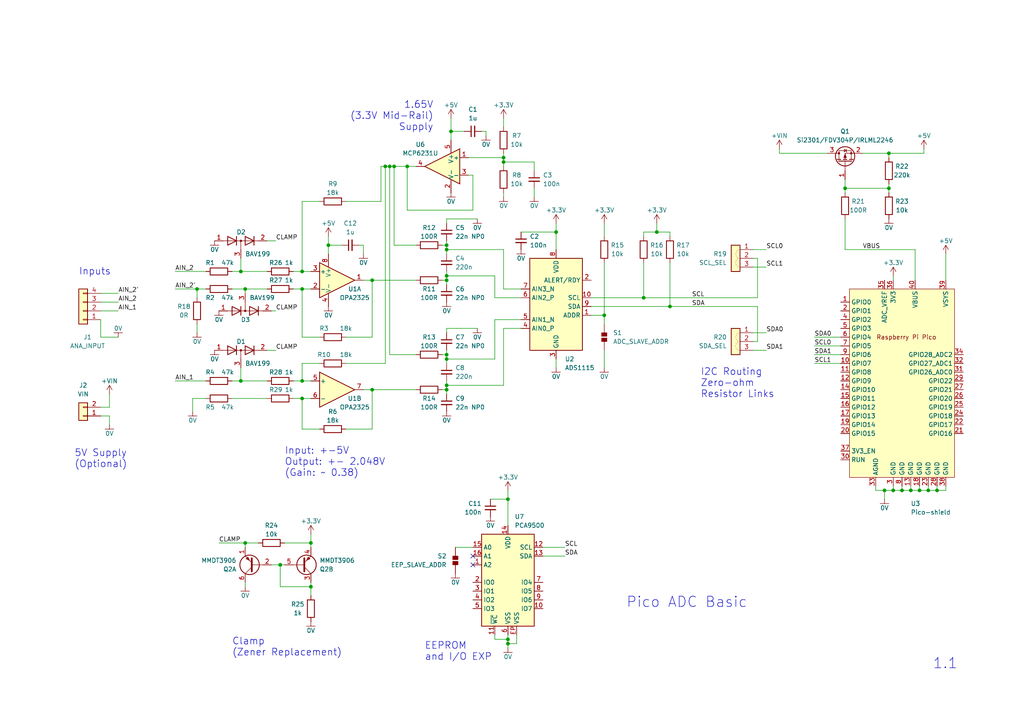
<source format=kicad_sch>
(kicad_sch (version 20230121) (generator eeschema)

  (uuid 28ad3acb-cd0f-475d-9ced-e9dd8b21bbfe)

  (paper "A4")

  (lib_symbols
    (symbol "Amplifier_Operational:OPA2325" (pin_names (offset 0.127)) (in_bom yes) (on_board yes)
      (property "Reference" "U" (at 0 5.08 0)
        (effects (font (size 1.27 1.27)) (justify left))
      )
      (property "Value" "OPA2325" (at -1.27 -5.08 0)
        (effects (font (size 1.27 1.27)) (justify left))
      )
      (property "Footprint" "Package_SO:SOIC-8_3.9x4.9mm_P1.27mm" (at 0 0 0)
        (effects (font (size 1.27 1.27)) hide)
      )
      (property "Datasheet" "http://www.ti.com/lit/ds/symlink/opa2325.pdf" (at 0 0 0)
        (effects (font (size 1.27 1.27)) hide)
      )
      (property "ki_locked" "" (at 0 0 0)
        (effects (font (size 1.27 1.27)))
      )
      (property "ki_keywords" "dual opamp" (at 0 0 0)
        (effects (font (size 1.27 1.27)) hide)
      )
      (property "ki_description" "Precision, 10-MHz, Low-Noise, Low-Power, RRIO, CMOS Operational Amplifier, SOIC-8" (at 0 0 0)
        (effects (font (size 1.27 1.27)) hide)
      )
      (property "ki_fp_filters" "SOIC*3.9x4.9mm*P1.27mm*" (at 0 0 0)
        (effects (font (size 1.27 1.27)) hide)
      )
      (symbol "OPA2325_1_1"
        (polyline
          (pts
            (xy -5.08 5.08)
            (xy 5.08 0)
            (xy -5.08 -5.08)
            (xy -5.08 5.08)
          )
          (stroke (width 0.254) (type default))
          (fill (type background))
        )
        (pin output line (at 7.62 0 180) (length 2.54)
          (name "~" (effects (font (size 1.27 1.27))))
          (number "1" (effects (font (size 1.27 1.27))))
        )
        (pin input line (at -7.62 -2.54 0) (length 2.54)
          (name "-" (effects (font (size 1.27 1.27))))
          (number "2" (effects (font (size 1.27 1.27))))
        )
        (pin input line (at -7.62 2.54 0) (length 2.54)
          (name "+" (effects (font (size 1.27 1.27))))
          (number "3" (effects (font (size 1.27 1.27))))
        )
      )
      (symbol "OPA2325_2_1"
        (polyline
          (pts
            (xy -5.08 5.08)
            (xy 5.08 0)
            (xy -5.08 -5.08)
            (xy -5.08 5.08)
          )
          (stroke (width 0.254) (type default))
          (fill (type background))
        )
        (pin input line (at -7.62 2.54 0) (length 2.54)
          (name "+" (effects (font (size 1.27 1.27))))
          (number "5" (effects (font (size 1.27 1.27))))
        )
        (pin input line (at -7.62 -2.54 0) (length 2.54)
          (name "-" (effects (font (size 1.27 1.27))))
          (number "6" (effects (font (size 1.27 1.27))))
        )
        (pin output line (at 7.62 0 180) (length 2.54)
          (name "~" (effects (font (size 1.27 1.27))))
          (number "7" (effects (font (size 1.27 1.27))))
        )
      )
      (symbol "OPA2325_3_1"
        (pin power_in line (at -2.54 -7.62 90) (length 3.81)
          (name "V-" (effects (font (size 1.27 1.27))))
          (number "4" (effects (font (size 1.27 1.27))))
        )
        (pin power_in line (at -2.54 7.62 270) (length 3.81)
          (name "V+" (effects (font (size 1.27 1.27))))
          (number "8" (effects (font (size 1.27 1.27))))
        )
      )
    )
    (symbol "Connector_Generic:Conn_01x02" (pin_names (offset 1.016) hide) (in_bom yes) (on_board yes)
      (property "Reference" "J" (at 0 2.54 0)
        (effects (font (size 1.27 1.27)))
      )
      (property "Value" "Conn_01x02" (at 0 -5.08 0)
        (effects (font (size 1.27 1.27)))
      )
      (property "Footprint" "" (at 0 0 0)
        (effects (font (size 1.27 1.27)) hide)
      )
      (property "Datasheet" "~" (at 0 0 0)
        (effects (font (size 1.27 1.27)) hide)
      )
      (property "ki_keywords" "connector" (at 0 0 0)
        (effects (font (size 1.27 1.27)) hide)
      )
      (property "ki_description" "Generic connector, single row, 01x02, script generated (kicad-library-utils/schlib/autogen/connector/)" (at 0 0 0)
        (effects (font (size 1.27 1.27)) hide)
      )
      (property "ki_fp_filters" "Connector*:*_1x??_*" (at 0 0 0)
        (effects (font (size 1.27 1.27)) hide)
      )
      (symbol "Conn_01x02_1_1"
        (rectangle (start -1.27 -2.413) (end 0 -2.667)
          (stroke (width 0.1524) (type default))
          (fill (type none))
        )
        (rectangle (start -1.27 0.127) (end 0 -0.127)
          (stroke (width 0.1524) (type default))
          (fill (type none))
        )
        (rectangle (start -1.27 1.27) (end 1.27 -3.81)
          (stroke (width 0.254) (type default))
          (fill (type background))
        )
        (pin passive line (at -5.08 0 0) (length 3.81)
          (name "Pin_1" (effects (font (size 1.27 1.27))))
          (number "1" (effects (font (size 1.27 1.27))))
        )
        (pin passive line (at -5.08 -2.54 0) (length 3.81)
          (name "Pin_2" (effects (font (size 1.27 1.27))))
          (number "2" (effects (font (size 1.27 1.27))))
        )
      )
    )
    (symbol "Connector_Generic:Conn_01x04" (pin_names (offset 1.016) hide) (in_bom yes) (on_board yes)
      (property "Reference" "J" (at 0 5.08 0)
        (effects (font (size 1.27 1.27)))
      )
      (property "Value" "Conn_01x04" (at 0 -7.62 0)
        (effects (font (size 1.27 1.27)))
      )
      (property "Footprint" "" (at 0 0 0)
        (effects (font (size 1.27 1.27)) hide)
      )
      (property "Datasheet" "~" (at 0 0 0)
        (effects (font (size 1.27 1.27)) hide)
      )
      (property "ki_keywords" "connector" (at 0 0 0)
        (effects (font (size 1.27 1.27)) hide)
      )
      (property "ki_description" "Generic connector, single row, 01x04, script generated (kicad-library-utils/schlib/autogen/connector/)" (at 0 0 0)
        (effects (font (size 1.27 1.27)) hide)
      )
      (property "ki_fp_filters" "Connector*:*_1x??_*" (at 0 0 0)
        (effects (font (size 1.27 1.27)) hide)
      )
      (symbol "Conn_01x04_1_1"
        (rectangle (start -1.27 -4.953) (end 0 -5.207)
          (stroke (width 0.1524) (type default))
          (fill (type none))
        )
        (rectangle (start -1.27 -2.413) (end 0 -2.667)
          (stroke (width 0.1524) (type default))
          (fill (type none))
        )
        (rectangle (start -1.27 0.127) (end 0 -0.127)
          (stroke (width 0.1524) (type default))
          (fill (type none))
        )
        (rectangle (start -1.27 2.667) (end 0 2.413)
          (stroke (width 0.1524) (type default))
          (fill (type none))
        )
        (rectangle (start -1.27 3.81) (end 1.27 -6.35)
          (stroke (width 0.254) (type default))
          (fill (type background))
        )
        (pin passive line (at -5.08 2.54 0) (length 3.81)
          (name "Pin_1" (effects (font (size 1.27 1.27))))
          (number "1" (effects (font (size 1.27 1.27))))
        )
        (pin passive line (at -5.08 0 0) (length 3.81)
          (name "Pin_2" (effects (font (size 1.27 1.27))))
          (number "2" (effects (font (size 1.27 1.27))))
        )
        (pin passive line (at -5.08 -2.54 0) (length 3.81)
          (name "Pin_3" (effects (font (size 1.27 1.27))))
          (number "3" (effects (font (size 1.27 1.27))))
        )
        (pin passive line (at -5.08 -5.08 0) (length 3.81)
          (name "Pin_4" (effects (font (size 1.27 1.27))))
          (number "4" (effects (font (size 1.27 1.27))))
        )
      )
    )
    (symbol "Device:C_Small" (pin_numbers hide) (pin_names (offset 0.254) hide) (in_bom yes) (on_board yes)
      (property "Reference" "C" (at 0.254 1.778 0)
        (effects (font (size 1.27 1.27)) (justify left))
      )
      (property "Value" "C_Small" (at 0.254 -2.032 0)
        (effects (font (size 1.27 1.27)) (justify left))
      )
      (property "Footprint" "" (at 0 0 0)
        (effects (font (size 1.27 1.27)) hide)
      )
      (property "Datasheet" "~" (at 0 0 0)
        (effects (font (size 1.27 1.27)) hide)
      )
      (property "ki_keywords" "capacitor cap" (at 0 0 0)
        (effects (font (size 1.27 1.27)) hide)
      )
      (property "ki_description" "Unpolarized capacitor, small symbol" (at 0 0 0)
        (effects (font (size 1.27 1.27)) hide)
      )
      (property "ki_fp_filters" "C_*" (at 0 0 0)
        (effects (font (size 1.27 1.27)) hide)
      )
      (symbol "C_Small_0_1"
        (polyline
          (pts
            (xy -1.524 -0.508)
            (xy 1.524 -0.508)
          )
          (stroke (width 0.3302) (type default))
          (fill (type none))
        )
        (polyline
          (pts
            (xy -1.524 0.508)
            (xy 1.524 0.508)
          )
          (stroke (width 0.3048) (type default))
          (fill (type none))
        )
      )
      (symbol "C_Small_1_1"
        (pin passive line (at 0 2.54 270) (length 2.032)
          (name "~" (effects (font (size 1.27 1.27))))
          (number "1" (effects (font (size 1.27 1.27))))
        )
        (pin passive line (at 0 -2.54 90) (length 2.032)
          (name "~" (effects (font (size 1.27 1.27))))
          (number "2" (effects (font (size 1.27 1.27))))
        )
      )
    )
    (symbol "Device:R" (pin_numbers hide) (pin_names (offset 0)) (in_bom yes) (on_board yes)
      (property "Reference" "R" (at 2.032 0 90)
        (effects (font (size 1.27 1.27)))
      )
      (property "Value" "R" (at 0 0 90)
        (effects (font (size 1.27 1.27)))
      )
      (property "Footprint" "" (at -1.778 0 90)
        (effects (font (size 1.27 1.27)) hide)
      )
      (property "Datasheet" "~" (at 0 0 0)
        (effects (font (size 1.27 1.27)) hide)
      )
      (property "ki_keywords" "R res resistor" (at 0 0 0)
        (effects (font (size 1.27 1.27)) hide)
      )
      (property "ki_description" "Resistor" (at 0 0 0)
        (effects (font (size 1.27 1.27)) hide)
      )
      (property "ki_fp_filters" "R_*" (at 0 0 0)
        (effects (font (size 1.27 1.27)) hide)
      )
      (symbol "R_0_1"
        (rectangle (start -1.016 -2.54) (end 1.016 2.54)
          (stroke (width 0.254) (type default))
          (fill (type none))
        )
      )
      (symbol "R_1_1"
        (pin passive line (at 0 3.81 270) (length 1.27)
          (name "~" (effects (font (size 1.27 1.27))))
          (number "1" (effects (font (size 1.27 1.27))))
        )
        (pin passive line (at 0 -3.81 90) (length 1.27)
          (name "~" (effects (font (size 1.27 1.27))))
          (number "2" (effects (font (size 1.27 1.27))))
        )
      )
    )
    (symbol "Transistor_BJT:MMDT3906" (pin_names (offset 0) hide) (in_bom yes) (on_board yes)
      (property "Reference" "Q" (at 5.08 1.27 0)
        (effects (font (size 1.27 1.27)) (justify left))
      )
      (property "Value" "MMDT3906" (at 5.08 -1.27 0)
        (effects (font (size 1.27 1.27)) (justify left))
      )
      (property "Footprint" "Package_TO_SOT_SMD:SOT-363_SC-70-6" (at 5.08 2.54 0)
        (effects (font (size 1.27 1.27)) hide)
      )
      (property "Datasheet" "http://www.diodes.com/_files/datasheets/ds30124.pdf" (at 0 0 0)
        (effects (font (size 1.27 1.27)) hide)
      )
      (property "ki_locked" "" (at 0 0 0)
        (effects (font (size 1.27 1.27)))
      )
      (property "ki_keywords" "PNP/PNP Transistor" (at 0 0 0)
        (effects (font (size 1.27 1.27)) hide)
      )
      (property "ki_description" "200mA IC, 40V Vce, Dual PNP/PNP Transistors, SOT-363" (at 0 0 0)
        (effects (font (size 1.27 1.27)) hide)
      )
      (property "ki_fp_filters" "SOT?363*" (at 0 0 0)
        (effects (font (size 1.27 1.27)) hide)
      )
      (symbol "MMDT3906_0_1"
        (polyline
          (pts
            (xy 0.635 0)
            (xy -2.54 0)
          )
          (stroke (width 0) (type default))
          (fill (type none))
        )
        (polyline
          (pts
            (xy 0.635 0.635)
            (xy 2.54 2.54)
          )
          (stroke (width 0) (type default))
          (fill (type none))
        )
        (polyline
          (pts
            (xy 0.635 -0.635)
            (xy 2.54 -2.54)
            (xy 2.54 -2.54)
          )
          (stroke (width 0) (type default))
          (fill (type none))
        )
        (polyline
          (pts
            (xy 0.635 1.905)
            (xy 0.635 -1.905)
            (xy 0.635 -1.905)
          )
          (stroke (width 0.508) (type default))
          (fill (type none))
        )
        (polyline
          (pts
            (xy 2.286 -1.778)
            (xy 1.778 -2.286)
            (xy 1.27 -1.27)
            (xy 2.286 -1.778)
            (xy 2.286 -1.778)
          )
          (stroke (width 0) (type default))
          (fill (type outline))
        )
        (circle (center 1.27 0) (radius 2.8194)
          (stroke (width 0.254) (type default))
          (fill (type none))
        )
      )
      (symbol "MMDT3906_1_1"
        (pin passive line (at 2.54 -5.08 90) (length 2.54)
          (name "E1" (effects (font (size 1.27 1.27))))
          (number "1" (effects (font (size 1.27 1.27))))
        )
        (pin input line (at -5.08 0 0) (length 2.54)
          (name "B1" (effects (font (size 1.27 1.27))))
          (number "2" (effects (font (size 1.27 1.27))))
        )
        (pin passive line (at 2.54 5.08 270) (length 2.54)
          (name "C1" (effects (font (size 1.27 1.27))))
          (number "6" (effects (font (size 1.27 1.27))))
        )
      )
      (symbol "MMDT3906_2_1"
        (pin passive line (at 2.54 5.08 270) (length 2.54)
          (name "C2" (effects (font (size 1.27 1.27))))
          (number "3" (effects (font (size 1.27 1.27))))
        )
        (pin passive line (at 2.54 -5.08 90) (length 2.54)
          (name "E2" (effects (font (size 1.27 1.27))))
          (number "4" (effects (font (size 1.27 1.27))))
        )
        (pin input line (at -5.08 0 0) (length 2.54)
          (name "B2" (effects (font (size 1.27 1.27))))
          (number "5" (effects (font (size 1.27 1.27))))
        )
      )
    )
    (symbol "Transistor_FET:BSS84" (pin_names hide) (in_bom yes) (on_board yes)
      (property "Reference" "Q" (at 5.08 1.905 0)
        (effects (font (size 1.27 1.27)) (justify left))
      )
      (property "Value" "BSS84" (at 5.08 0 0)
        (effects (font (size 1.27 1.27)) (justify left))
      )
      (property "Footprint" "Package_TO_SOT_SMD:SOT-23" (at 5.08 -1.905 0)
        (effects (font (size 1.27 1.27) italic) (justify left) hide)
      )
      (property "Datasheet" "http://assets.nexperia.com/documents/data-sheet/BSS84.pdf" (at 0 0 0)
        (effects (font (size 1.27 1.27)) (justify left) hide)
      )
      (property "ki_keywords" "P-Channel MOSFET" (at 0 0 0)
        (effects (font (size 1.27 1.27)) hide)
      )
      (property "ki_description" "-0.13A Id, -50V Vds, P-Channel MOSFET, SOT-23" (at 0 0 0)
        (effects (font (size 1.27 1.27)) hide)
      )
      (property "ki_fp_filters" "SOT?23*" (at 0 0 0)
        (effects (font (size 1.27 1.27)) hide)
      )
      (symbol "BSS84_0_1"
        (polyline
          (pts
            (xy 0.254 0)
            (xy -2.54 0)
          )
          (stroke (width 0) (type default))
          (fill (type none))
        )
        (polyline
          (pts
            (xy 0.254 1.905)
            (xy 0.254 -1.905)
          )
          (stroke (width 0.254) (type default))
          (fill (type none))
        )
        (polyline
          (pts
            (xy 0.762 -1.27)
            (xy 0.762 -2.286)
          )
          (stroke (width 0.254) (type default))
          (fill (type none))
        )
        (polyline
          (pts
            (xy 0.762 0.508)
            (xy 0.762 -0.508)
          )
          (stroke (width 0.254) (type default))
          (fill (type none))
        )
        (polyline
          (pts
            (xy 0.762 2.286)
            (xy 0.762 1.27)
          )
          (stroke (width 0.254) (type default))
          (fill (type none))
        )
        (polyline
          (pts
            (xy 2.54 2.54)
            (xy 2.54 1.778)
          )
          (stroke (width 0) (type default))
          (fill (type none))
        )
        (polyline
          (pts
            (xy 2.54 -2.54)
            (xy 2.54 0)
            (xy 0.762 0)
          )
          (stroke (width 0) (type default))
          (fill (type none))
        )
        (polyline
          (pts
            (xy 0.762 1.778)
            (xy 3.302 1.778)
            (xy 3.302 -1.778)
            (xy 0.762 -1.778)
          )
          (stroke (width 0) (type default))
          (fill (type none))
        )
        (polyline
          (pts
            (xy 2.286 0)
            (xy 1.27 0.381)
            (xy 1.27 -0.381)
            (xy 2.286 0)
          )
          (stroke (width 0) (type default))
          (fill (type outline))
        )
        (polyline
          (pts
            (xy 2.794 -0.508)
            (xy 2.921 -0.381)
            (xy 3.683 -0.381)
            (xy 3.81 -0.254)
          )
          (stroke (width 0) (type default))
          (fill (type none))
        )
        (polyline
          (pts
            (xy 3.302 -0.381)
            (xy 2.921 0.254)
            (xy 3.683 0.254)
            (xy 3.302 -0.381)
          )
          (stroke (width 0) (type default))
          (fill (type none))
        )
        (circle (center 1.651 0) (radius 2.794)
          (stroke (width 0.254) (type default))
          (fill (type none))
        )
        (circle (center 2.54 -1.778) (radius 0.254)
          (stroke (width 0) (type default))
          (fill (type outline))
        )
        (circle (center 2.54 1.778) (radius 0.254)
          (stroke (width 0) (type default))
          (fill (type outline))
        )
      )
      (symbol "BSS84_1_1"
        (pin input line (at -5.08 0 0) (length 2.54)
          (name "G" (effects (font (size 1.27 1.27))))
          (number "1" (effects (font (size 1.27 1.27))))
        )
        (pin passive line (at 2.54 -5.08 90) (length 2.54)
          (name "S" (effects (font (size 1.27 1.27))))
          (number "2" (effects (font (size 1.27 1.27))))
        )
        (pin passive line (at 2.54 5.08 270) (length 2.54)
          (name "D" (effects (font (size 1.27 1.27))))
          (number "3" (effects (font (size 1.27 1.27))))
        )
      )
    )
    (symbol "User_Global_Symbol_Library:+VIN" (power) (pin_names (offset 0)) (in_bom yes) (on_board yes)
      (property "Reference" "#PWR" (at 0 -3.81 0)
        (effects (font (size 1.27 1.27)) hide)
      )
      (property "Value" "+VIN" (at 0 3.556 0)
        (effects (font (size 1.27 1.27)))
      )
      (property "Footprint" "" (at 0 0 0)
        (effects (font (size 1.27 1.27)) hide)
      )
      (property "Datasheet" "" (at 0 0 0)
        (effects (font (size 1.27 1.27)) hide)
      )
      (property "ki_keywords" "global power" (at 0 0 0)
        (effects (font (size 1.27 1.27)) hide)
      )
      (property "ki_description" "Power symbol creates a global label with name \"+VIN\"" (at 0 0 0)
        (effects (font (size 1.27 1.27)) hide)
      )
      (symbol "+VIN_0_1"
        (polyline
          (pts
            (xy -0.762 1.27)
            (xy 0 2.54)
          )
          (stroke (width 0) (type default))
          (fill (type none))
        )
        (polyline
          (pts
            (xy 0 0)
            (xy 0 2.54)
          )
          (stroke (width 0) (type default))
          (fill (type none))
        )
        (polyline
          (pts
            (xy 0 2.54)
            (xy 0.762 1.27)
          )
          (stroke (width 0) (type default))
          (fill (type none))
        )
      )
      (symbol "+VIN_1_1"
        (pin power_in line (at 0 0 90) (length 0) hide
          (name "+VIN" (effects (font (size 1.27 1.27))))
          (number "1" (effects (font (size 1.27 1.27))))
        )
      )
    )
    (symbol "User_Global_Symbol_Library:0V" (power) (pin_names (offset 0)) (in_bom yes) (on_board yes)
      (property "Reference" "#PWR" (at 0 -5.08 0)
        (effects (font (size 1.27 1.27)) hide)
      )
      (property "Value" "0V" (at 0 -2.54 0)
        (effects (font (size 1.27 1.27)))
      )
      (property "Footprint" "" (at 0 0 0)
        (effects (font (size 1.27 1.27)) hide)
      )
      (property "Datasheet" "" (at 0 0 0)
        (effects (font (size 1.27 1.27)) hide)
      )
      (property "ki_keywords" "power-flag" (at 0 0 0)
        (effects (font (size 1.27 1.27)) hide)
      )
      (property "ki_description" "Power symbol creates a global label with name \"0V\"" (at 0 0 0)
        (effects (font (size 1.27 1.27)) hide)
      )
      (symbol "0V_0_1"
        (polyline
          (pts
            (xy -1.27 -1.27)
            (xy 1.27 -1.27)
          )
          (stroke (width 0) (type default))
          (fill (type none))
        )
        (polyline
          (pts
            (xy 0 0)
            (xy 0 -1.27)
          )
          (stroke (width 0) (type default))
          (fill (type none))
        )
      )
      (symbol "0V_1_1"
        (pin power_in line (at 0 0 270) (length 0) hide
          (name "0V" (effects (font (size 1.27 1.27))))
          (number "1" (effects (font (size 1.27 1.27))))
        )
      )
    )
    (symbol "User_Global_Symbol_Library:ADS1115" (in_bom yes) (on_board yes)
      (property "Reference" "U" (at 2.54 13.97 0)
        (effects (font (size 1.27 1.27)))
      )
      (property "Value" "ADS1115" (at 7.62 11.43 0)
        (effects (font (size 1.27 1.27)))
      )
      (property "Footprint" "User Global Library:VSSOP-10-TI" (at 0 -12.7 0)
        (effects (font (size 1.27 1.27)) hide)
      )
      (property "Datasheet" "" (at -1.27 -22.86 0)
        (effects (font (size 1.27 1.27)) hide)
      )
      (property "ki_keywords" "12 bit 4 channel I2C ADC" (at 0 0 0)
        (effects (font (size 1.27 1.27)) hide)
      )
      (property "ki_description" "I2C ADC VSSOP-10" (at 0 0 0)
        (effects (font (size 1.27 1.27)) hide)
      )
      (property "ki_fp_filters" "TSSOP*3x3mm*P0.5mm*" (at 0 0 0)
        (effects (font (size 1.27 1.27)) hide)
      )
      (symbol "ADS1115_0_1"
        (rectangle (start -7.62 10.16) (end 7.62 -16.51)
          (stroke (width 0.254) (type default))
          (fill (type background))
        )
      )
      (symbol "ADS1115_1_1"
        (pin input line (at 10.16 -6.35 180) (length 2.54)
          (name "ADDR" (effects (font (size 1.27 1.27))))
          (number "1" (effects (font (size 1.27 1.27))))
        )
        (pin input line (at 10.16 -1.27 180) (length 2.54)
          (name "SCL" (effects (font (size 1.27 1.27))))
          (number "10" (effects (font (size 1.27 1.27))))
        )
        (pin output line (at 10.16 3.81 180) (length 2.54)
          (name "ALERT/RDY" (effects (font (size 1.27 1.27))))
          (number "2" (effects (font (size 1.27 1.27))))
        )
        (pin power_in line (at 0 -19.05 90) (length 2.54)
          (name "GND" (effects (font (size 1.27 1.27))))
          (number "3" (effects (font (size 1.27 1.27))))
        )
        (pin input line (at -10.16 -10.16 0) (length 2.54)
          (name "AIN0_P" (effects (font (size 1.27 1.27))))
          (number "4" (effects (font (size 1.27 1.27))))
        )
        (pin input line (at -10.16 -7.62 0) (length 2.54)
          (name "AIN1_N" (effects (font (size 1.27 1.27))))
          (number "5" (effects (font (size 1.27 1.27))))
        )
        (pin input line (at -10.16 -1.27 0) (length 2.54)
          (name "AIN2_P" (effects (font (size 1.27 1.27))))
          (number "6" (effects (font (size 1.27 1.27))))
        )
        (pin input line (at -10.16 1.27 0) (length 2.54)
          (name "AIN3_N" (effects (font (size 1.27 1.27))))
          (number "7" (effects (font (size 1.27 1.27))))
        )
        (pin power_in line (at 0 12.7 270) (length 2.54)
          (name "VDD" (effects (font (size 1.27 1.27))))
          (number "8" (effects (font (size 1.27 1.27))))
        )
        (pin bidirectional line (at 10.16 -3.81 180) (length 2.54)
          (name "SDA" (effects (font (size 1.27 1.27))))
          (number "9" (effects (font (size 1.27 1.27))))
        )
      )
    )
    (symbol "User_Global_Symbol_Library:BAV199" (pin_names (offset 0.0254) hide) (in_bom yes) (on_board yes)
      (property "Reference" "D" (at 0 2.54 0)
        (effects (font (size 1.27 1.27)))
      )
      (property "Value" "BAV199" (at 0 5.08 0)
        (effects (font (size 1.27 1.27)))
      )
      (property "Footprint" "User Global Library:SC70-3" (at 0 -12.7 0)
        (effects (font (size 1.27 1.27)) hide)
      )
      (property "Datasheet" "" (at 0 0 0)
        (effects (font (size 1.27 1.27)) hide)
      )
      (property "ki_keywords" "Diode" (at 0 0 0)
        (effects (font (size 1.27 1.27)) hide)
      )
      (property "ki_description" "High-speed switching diodes, dual series, SOT-363" (at 0 0 0)
        (effects (font (size 1.27 1.27)) hide)
      )
      (property "ki_fp_filters" "SOT?363*" (at 0 0 0)
        (effects (font (size 1.27 1.27)) hide)
      )
      (symbol "BAV199_0_1"
        (polyline
          (pts
            (xy -5.08 0)
            (xy 5.08 0)
          )
          (stroke (width 0) (type default))
          (fill (type none))
        )
        (polyline
          (pts
            (xy 0 0)
            (xy 0 -2.54)
          )
          (stroke (width 0) (type default))
          (fill (type none))
        )
        (polyline
          (pts
            (xy -1.27 -1.27)
            (xy -1.27 1.27)
            (xy -1.27 1.27)
          )
          (stroke (width 0.254) (type default))
          (fill (type none))
        )
        (polyline
          (pts
            (xy 3.81 1.27)
            (xy 3.81 -1.27)
            (xy 3.81 -1.27)
          )
          (stroke (width 0.254) (type default))
          (fill (type none))
        )
        (polyline
          (pts
            (xy -3.81 1.27)
            (xy -1.27 0)
            (xy -3.81 -1.27)
            (xy -3.81 1.27)
            (xy -3.81 1.27)
            (xy -3.81 1.27)
          )
          (stroke (width 0.254) (type default))
          (fill (type none))
        )
        (polyline
          (pts
            (xy 1.27 1.27)
            (xy 3.81 0)
            (xy 1.27 -1.27)
            (xy 1.27 1.27)
            (xy 1.27 1.27)
            (xy 1.27 1.27)
          )
          (stroke (width 0.254) (type default))
          (fill (type none))
        )
        (circle (center 0 0) (radius 0.254)
          (stroke (width 0) (type default))
          (fill (type outline))
        )
      )
      (symbol "BAV199_1_1"
        (pin passive line (at -7.62 0 0) (length 2.54)
          (name "A" (effects (font (size 1.27 1.27))))
          (number "1" (effects (font (size 1.27 1.27))))
        )
        (pin passive line (at 7.62 0 180) (length 2.54)
          (name "K" (effects (font (size 1.27 1.27))))
          (number "2" (effects (font (size 1.27 1.27))))
        )
        (pin passive line (at 0 -5.08 90) (length 2.54)
          (name "KA" (effects (font (size 1.27 1.27))))
          (number "3" (effects (font (size 1.27 1.27))))
        )
      )
    )
    (symbol "User_Global_Symbol_Library:OpAmp-5pin-TI example is MCP6231UT-E/LT (observe the pinout!)" (pin_names (offset 0.127)) (in_bom yes) (on_board yes)
      (property "Reference" "U" (at 0 5.08 0)
        (effects (font (size 1.27 1.27)) (justify left))
      )
      (property "Value" "OpAmp" (at 0 -5.08 0)
        (effects (font (size 1.27 1.27)) (justify left))
      )
      (property "Footprint" "User Global Library:SC70-5-DCK-TI" (at 0 0 0)
        (effects (font (size 1.27 1.27)) (justify left) hide)
      )
      (property "Datasheet" "" (at 0 0 0)
        (effects (font (size 1.27 1.27)) hide)
      )
      (property "ki_keywords" "single opamp" (at 0 0 0)
        (effects (font (size 1.27 1.27)) hide)
      )
      (property "ki_description" "Low-Voltage Rail-to-Rail Output Operational Amplifiers, SOT-23-5/SC-70-5" (at 0 0 0)
        (effects (font (size 1.27 1.27)) hide)
      )
      (property "ki_fp_filters" "SOT?23* *SC*70*" (at 0 0 0)
        (effects (font (size 1.27 1.27)) hide)
      )
      (symbol "OpAmp-5pin-TI example is MCP6231UT-E/LT (observe the pinout!)_0_1"
        (polyline
          (pts
            (xy -5.08 5.08)
            (xy 5.08 0)
            (xy -5.08 -5.08)
            (xy -5.08 5.08)
          )
          (stroke (width 0.254) (type default))
          (fill (type background))
        )
        (pin power_in line (at -2.54 -7.62 90) (length 3.81)
          (name "V-" (effects (font (size 1.27 1.27))))
          (number "2" (effects (font (size 1.27 1.27))))
        )
        (pin power_in line (at -2.54 7.62 270) (length 3.81)
          (name "V+" (effects (font (size 1.27 1.27))))
          (number "5" (effects (font (size 1.27 1.27))))
        )
      )
      (symbol "OpAmp-5pin-TI example is MCP6231UT-E/LT (observe the pinout!)_1_1"
        (pin input line (at -7.62 2.54 0) (length 2.54)
          (name "+" (effects (font (size 1.27 1.27))))
          (number "1" (effects (font (size 1.27 1.27))))
        )
        (pin input line (at -7.62 -2.54 0) (length 2.54)
          (name "-" (effects (font (size 1.27 1.27))))
          (number "3" (effects (font (size 1.27 1.27))))
        )
        (pin output line (at 7.62 0 180) (length 2.54)
          (name "~" (effects (font (size 1.27 1.27))))
          (number "4" (effects (font (size 1.27 1.27))))
        )
      )
    )
    (symbol "User_Global_Symbol_Library:Option_Res3" (pin_names (offset 1.016) hide) (in_bom yes) (on_board yes)
      (property "Reference" "R" (at 0 5.08 0)
        (effects (font (size 1.27 1.27)))
      )
      (property "Value" "Res-Short" (at 0 -5.08 0)
        (effects (font (size 1.27 1.27)))
      )
      (property "Footprint" "" (at 0 0 0)
        (effects (font (size 1.27 1.27)) hide)
      )
      (property "Datasheet" "~" (at 0 0 0)
        (effects (font (size 1.27 1.27)) hide)
      )
      (property "ki_keywords" "connector" (at 0 0 0)
        (effects (font (size 1.27 1.27)) hide)
      )
      (property "ki_description" "Generic connector, single row, 01x03, script generated (kicad-library-utils/schlib/autogen/connector/)" (at 0 0 0)
        (effects (font (size 1.27 1.27)) hide)
      )
      (property "ki_fp_filters" "Connector*:*_1x??_*" (at 0 0 0)
        (effects (font (size 1.27 1.27)) hide)
      )
      (symbol "Option_Res3_1_1"
        (arc (start -1.27 0) (mid -0.0562 1.27) (end -1.27 2.54)
          (stroke (width 0) (type dot))
          (fill (type none))
        )
        (rectangle (start -1.27 3.81) (end 1.27 -3.81)
          (stroke (width 0.254) (type default))
          (fill (type background))
        )
        (arc (start -1.2125 -2.54) (mid 0.0013 -1.27) (end -1.2125 0)
          (stroke (width 0) (type dot))
          (fill (type none))
        )
        (pin passive line (at -5.08 2.54 0) (length 3.81)
          (name "Pin_1" (effects (font (size 1.27 1.27))))
          (number "1" (effects (font (size 1.27 1.27))))
        )
        (pin passive line (at -5.08 0 0) (length 3.81)
          (name "Pin_2" (effects (font (size 1.27 1.27))))
          (number "2" (effects (font (size 1.27 1.27))))
        )
        (pin passive line (at -5.08 -2.54 0) (length 3.81)
          (name "Pin_3" (effects (font (size 1.27 1.27))))
          (number "3" (effects (font (size 1.27 1.27))))
        )
      )
    )
    (symbol "User_Global_Symbol_Library:PCA9500" (in_bom yes) (on_board yes)
      (property "Reference" "U" (at 5.08 -15.24 0)
        (effects (font (size 1.27 1.27)))
      )
      (property "Value" "PCA9500" (at 7.62 -17.78 0)
        (effects (font (size 1.27 1.27)))
      )
      (property "Footprint" "User Global Library:HVQFN16-SOT626-1-NXP" (at 0 0 0)
        (effects (font (size 1.27 1.27)) hide)
      )
      (property "Datasheet" "" (at 0 0 0)
        (effects (font (size 1.27 1.27)) hide)
      )
      (symbol "PCA9500_0_1"
        (rectangle (start -7.62 12.7) (end 7.62 -13.97)
          (stroke (width 0.254) (type default))
          (fill (type background))
        )
      )
      (symbol "PCA9500_1_1"
        (pin input line (at -10.16 3.81 0) (length 2.54)
          (name "A2" (effects (font (size 1.27 1.27))))
          (number "1" (effects (font (size 1.27 1.27))))
        )
        (pin bidirectional line (at 10.16 -8.89 180) (length 2.54)
          (name "IO7" (effects (font (size 1.27 1.27))))
          (number "10" (effects (font (size 1.27 1.27))))
        )
        (pin output line (at -3.81 -16.51 90) (length 2.54)
          (name "~{WC}" (effects (font (size 1.27 1.27))))
          (number "11" (effects (font (size 1.27 1.27))))
        )
        (pin input line (at 10.16 8.89 180) (length 2.54)
          (name "SCL" (effects (font (size 1.27 1.27))))
          (number "12" (effects (font (size 1.27 1.27))))
        )
        (pin bidirectional line (at 10.16 6.35 180) (length 2.54)
          (name "SDA" (effects (font (size 1.27 1.27))))
          (number "13" (effects (font (size 1.27 1.27))))
        )
        (pin power_in line (at 0 15.24 270) (length 2.54)
          (name "VDD" (effects (font (size 1.27 1.27))))
          (number "14" (effects (font (size 1.27 1.27))))
        )
        (pin input line (at -10.16 8.89 0) (length 2.54)
          (name "A0" (effects (font (size 1.27 1.27))))
          (number "15" (effects (font (size 1.27 1.27))))
        )
        (pin input line (at -10.16 6.35 0) (length 2.54)
          (name "A1" (effects (font (size 1.27 1.27))))
          (number "16" (effects (font (size 1.27 1.27))))
        )
        (pin bidirectional line (at -10.16 -1.27 0) (length 2.54)
          (name "IO0" (effects (font (size 1.27 1.27))))
          (number "2" (effects (font (size 1.27 1.27))))
        )
        (pin bidirectional line (at -10.16 -3.81 0) (length 2.54)
          (name "IO1" (effects (font (size 1.27 1.27))))
          (number "3" (effects (font (size 1.27 1.27))))
        )
        (pin bidirectional line (at -10.16 -6.35 0) (length 2.54)
          (name "IO2" (effects (font (size 1.27 1.27))))
          (number "4" (effects (font (size 1.27 1.27))))
        )
        (pin bidirectional line (at -10.16 -8.89 0) (length 2.54)
          (name "IO3" (effects (font (size 1.27 1.27))))
          (number "5" (effects (font (size 1.27 1.27))))
        )
        (pin power_in line (at 0 -16.51 90) (length 2.54)
          (name "VSS" (effects (font (size 1.27 1.27))))
          (number "6" (effects (font (size 1.27 1.27))))
        )
        (pin bidirectional line (at 10.16 -1.27 180) (length 2.54)
          (name "IO4" (effects (font (size 1.27 1.27))))
          (number "7" (effects (font (size 1.27 1.27))))
        )
        (pin bidirectional line (at 10.16 -3.81 180) (length 2.54)
          (name "IO5" (effects (font (size 1.27 1.27))))
          (number "8" (effects (font (size 1.27 1.27))))
        )
        (pin bidirectional line (at 10.16 -6.35 180) (length 2.54)
          (name "IO6" (effects (font (size 1.27 1.27))))
          (number "9" (effects (font (size 1.27 1.27))))
        )
        (pin power_in line (at 2.54 -16.51 90) (length 2.54)
          (name "VSS" (effects (font (size 1.27 1.27))))
          (number "EP" (effects (font (size 1.27 1.27))))
        )
      )
    )
    (symbol "User_Global_Symbol_Library:Pico-shield" (in_bom yes) (on_board yes)
      (property "Reference" "U?" (at 19.05 -26.67 0)
        (effects (font (size 1.27 1.27)))
      )
      (property "Value" "Pico-shield" (at 21.59 -29.21 0)
        (effects (font (size 1.27 1.27)))
      )
      (property "Footprint" "User Global Library:pi-pico-shield" (at 0 0 90)
        (effects (font (size 1.27 1.27)) hide)
      )
      (property "Datasheet" "" (at 0 0 0)
        (effects (font (size 1.27 1.27)) hide)
      )
      (symbol "Pico-shield_0_0"
        (text "Raspberry Pi Pico" (at 1.27 13.97 0)
          (effects (font (size 1.27 1.27)))
        )
      )
      (symbol "Pico-shield_0_1"
        (rectangle (start -15.24 27.94) (end 15.24 -26.67)
          (stroke (width 0) (type default))
          (fill (type background))
        )
      )
      (symbol "Pico-shield_1_1"
        (pin bidirectional line (at -17.78 24.13 0) (length 2.54)
          (name "GPIO0" (effects (font (size 1.27 1.27))))
          (number "1" (effects (font (size 1.27 1.27))))
        )
        (pin bidirectional line (at -17.78 6.35 0) (length 2.54)
          (name "GPIO7" (effects (font (size 1.27 1.27))))
          (number "10" (effects (font (size 1.27 1.27))))
        )
        (pin bidirectional line (at -17.78 3.81 0) (length 2.54)
          (name "GPIO8" (effects (font (size 1.27 1.27))))
          (number "11" (effects (font (size 1.27 1.27))))
        )
        (pin bidirectional line (at -17.78 1.27 0) (length 2.54)
          (name "GPIO9" (effects (font (size 1.27 1.27))))
          (number "12" (effects (font (size 1.27 1.27))))
        )
        (pin power_in line (at 2.54 -29.21 90) (length 2.54)
          (name "GND" (effects (font (size 1.27 1.27))))
          (number "13" (effects (font (size 1.27 1.27))))
        )
        (pin bidirectional line (at -17.78 -1.27 0) (length 2.54)
          (name "GPIO10" (effects (font (size 1.27 1.27))))
          (number "14" (effects (font (size 1.27 1.27))))
        )
        (pin bidirectional line (at -17.78 -3.81 0) (length 2.54)
          (name "GPIO11" (effects (font (size 1.27 1.27))))
          (number "15" (effects (font (size 1.27 1.27))))
        )
        (pin bidirectional line (at -17.78 -6.35 0) (length 2.54)
          (name "GPIO12" (effects (font (size 1.27 1.27))))
          (number "16" (effects (font (size 1.27 1.27))))
        )
        (pin bidirectional line (at -17.78 -8.89 0) (length 2.54)
          (name "GPIO13" (effects (font (size 1.27 1.27))))
          (number "17" (effects (font (size 1.27 1.27))))
        )
        (pin power_in line (at 5.08 -29.21 90) (length 2.54)
          (name "GND" (effects (font (size 1.27 1.27))))
          (number "18" (effects (font (size 1.27 1.27))))
        )
        (pin bidirectional line (at -17.78 -11.43 0) (length 2.54)
          (name "GPIO14" (effects (font (size 1.27 1.27))))
          (number "19" (effects (font (size 1.27 1.27))))
        )
        (pin bidirectional line (at -17.78 21.59 0) (length 2.54)
          (name "GPIO1" (effects (font (size 1.27 1.27))))
          (number "2" (effects (font (size 1.27 1.27))))
        )
        (pin bidirectional line (at -17.78 -13.97 0) (length 2.54)
          (name "GPIO15" (effects (font (size 1.27 1.27))))
          (number "20" (effects (font (size 1.27 1.27))))
        )
        (pin bidirectional line (at 17.78 -13.97 180) (length 2.54)
          (name "GPIO16" (effects (font (size 1.27 1.27))))
          (number "21" (effects (font (size 1.27 1.27))))
        )
        (pin bidirectional line (at 17.78 -11.43 180) (length 2.54)
          (name "GPIO17" (effects (font (size 1.27 1.27))))
          (number "22" (effects (font (size 1.27 1.27))))
        )
        (pin power_in line (at 7.62 -29.21 90) (length 2.54)
          (name "GND" (effects (font (size 1.27 1.27))))
          (number "23" (effects (font (size 1.27 1.27))))
        )
        (pin bidirectional line (at 17.78 -8.89 180) (length 2.54)
          (name "GPIO18" (effects (font (size 1.27 1.27))))
          (number "24" (effects (font (size 1.27 1.27))))
        )
        (pin bidirectional line (at 17.78 -6.35 180) (length 2.54)
          (name "GPIO19" (effects (font (size 1.27 1.27))))
          (number "25" (effects (font (size 1.27 1.27))))
        )
        (pin bidirectional line (at 17.78 -3.81 180) (length 2.54)
          (name "GPIO20" (effects (font (size 1.27 1.27))))
          (number "26" (effects (font (size 1.27 1.27))))
        )
        (pin bidirectional line (at 17.78 -1.27 180) (length 2.54)
          (name "GPIO21" (effects (font (size 1.27 1.27))))
          (number "27" (effects (font (size 1.27 1.27))))
        )
        (pin power_in line (at 10.16 -29.21 90) (length 2.54)
          (name "GND" (effects (font (size 1.27 1.27))))
          (number "28" (effects (font (size 1.27 1.27))))
        )
        (pin bidirectional line (at 17.78 1.27 180) (length 2.54)
          (name "GPIO22" (effects (font (size 1.27 1.27))))
          (number "29" (effects (font (size 1.27 1.27))))
        )
        (pin power_in line (at -2.54 -29.21 90) (length 2.54)
          (name "GND" (effects (font (size 1.27 1.27))))
          (number "3" (effects (font (size 1.27 1.27))))
        )
        (pin input line (at -17.78 -21.59 0) (length 2.54)
          (name "RUN" (effects (font (size 1.27 1.27))))
          (number "30" (effects (font (size 1.27 1.27))))
        )
        (pin bidirectional line (at 17.78 3.81 180) (length 2.54)
          (name "GPIO26_ADC0" (effects (font (size 1.27 1.27))))
          (number "31" (effects (font (size 1.27 1.27))))
        )
        (pin bidirectional line (at 17.78 6.35 180) (length 2.54)
          (name "GPIO27_ADC1" (effects (font (size 1.27 1.27))))
          (number "32" (effects (font (size 1.27 1.27))))
        )
        (pin power_in line (at -7.62 -29.21 90) (length 2.54)
          (name "AGND" (effects (font (size 1.27 1.27))))
          (number "33" (effects (font (size 1.27 1.27))))
        )
        (pin bidirectional line (at 17.78 8.89 180) (length 2.54)
          (name "GPIO28_ADC2" (effects (font (size 1.27 1.27))))
          (number "34" (effects (font (size 1.27 1.27))))
        )
        (pin power_out line (at -5.08 30.48 270) (length 2.54)
          (name "ADC_VREF" (effects (font (size 1.27 1.27))))
          (number "35" (effects (font (size 1.27 1.27))))
        )
        (pin power_out line (at -2.54 30.48 270) (length 2.54)
          (name "3V3" (effects (font (size 1.27 1.27))))
          (number "36" (effects (font (size 1.27 1.27))))
        )
        (pin input line (at -17.78 -19.05 0) (length 2.54)
          (name "3V3_EN" (effects (font (size 1.27 1.27))))
          (number "37" (effects (font (size 1.27 1.27))))
        )
        (pin bidirectional line (at 12.7 -29.21 90) (length 2.54)
          (name "GND" (effects (font (size 1.27 1.27))))
          (number "38" (effects (font (size 1.27 1.27))))
        )
        (pin power_in line (at 12.7 30.48 270) (length 2.54)
          (name "VSYS" (effects (font (size 1.27 1.27))))
          (number "39" (effects (font (size 1.27 1.27))))
        )
        (pin bidirectional line (at -17.78 19.05 0) (length 2.54)
          (name "GPIO2" (effects (font (size 1.27 1.27))))
          (number "4" (effects (font (size 1.27 1.27))))
        )
        (pin power_out line (at 3.81 30.48 270) (length 2.54)
          (name "VBUS" (effects (font (size 1.27 1.27))))
          (number "40" (effects (font (size 1.27 1.27))))
        )
        (pin bidirectional line (at -17.78 16.51 0) (length 2.54)
          (name "GPIO3" (effects (font (size 1.27 1.27))))
          (number "5" (effects (font (size 1.27 1.27))))
        )
        (pin bidirectional line (at -17.78 13.97 0) (length 2.54)
          (name "GPIO4" (effects (font (size 1.27 1.27))))
          (number "6" (effects (font (size 1.27 1.27))))
        )
        (pin bidirectional line (at -17.78 11.43 0) (length 2.54)
          (name "GPIO5" (effects (font (size 1.27 1.27))))
          (number "7" (effects (font (size 1.27 1.27))))
        )
        (pin power_in line (at 0 -29.21 90) (length 2.54)
          (name "GND" (effects (font (size 1.27 1.27))))
          (number "8" (effects (font (size 1.27 1.27))))
        )
        (pin bidirectional line (at -17.78 8.89 0) (length 2.54)
          (name "GPIO6" (effects (font (size 1.27 1.27))))
          (number "9" (effects (font (size 1.27 1.27))))
        )
      )
    )
    (symbol "User_Global_Symbol_Library:short-option" (pin_numbers hide) (pin_names (offset 1.016) hide) (in_bom yes) (on_board yes)
      (property "Reference" "S" (at 0 2.54 0)
        (effects (font (size 1.27 1.27)))
      )
      (property "Value" "short-option" (at 0 -3.81 0)
        (effects (font (size 1.27 1.27)))
      )
      (property "Footprint" "User_Global_Library:short-option" (at 0 0 0)
        (effects (font (size 1.27 1.27)))
      )
      (property "Datasheet" "~" (at 0 0 0)
        (effects (font (size 1.27 1.27)) hide)
      )
      (property "ki_keywords" "short option optional" (at 0 0 0)
        (effects (font (size 1.27 1.27)) hide)
      )
      (property "ki_description" "1.3mm dia short option" (at 0 0 0)
        (effects (font (size 1.27 1.27)) hide)
      )
      (property "ki_fp_filters" "LED* LED_SMD:* LED_THT:*" (at 0 0 0)
        (effects (font (size 1.27 1.27)) hide)
      )
      (symbol "short-option_0_1"
        (rectangle (start -1.27 0.762) (end -0.254 -0.762)
          (stroke (width 0) (type default))
          (fill (type outline))
        )
        (rectangle (start 0.254 0.762) (end 1.27 -0.762)
          (stroke (width 0) (type default))
          (fill (type outline))
        )
      )
      (symbol "short-option_1_1"
        (pin passive line (at -3.81 0 0) (length 2.54)
          (name "K" (effects (font (size 1.27 1.27))))
          (number "1" (effects (font (size 1.27 1.27))))
        )
        (pin passive line (at 3.81 0 180) (length 2.54)
          (name "A" (effects (font (size 1.27 1.27))))
          (number "2" (effects (font (size 1.27 1.27))))
        )
      )
    )
    (symbol "power:+3.3V" (power) (pin_names (offset 0)) (in_bom yes) (on_board yes)
      (property "Reference" "#PWR" (at 0 -3.81 0)
        (effects (font (size 1.27 1.27)) hide)
      )
      (property "Value" "+3.3V" (at 0 3.556 0)
        (effects (font (size 1.27 1.27)))
      )
      (property "Footprint" "" (at 0 0 0)
        (effects (font (size 1.27 1.27)) hide)
      )
      (property "Datasheet" "" (at 0 0 0)
        (effects (font (size 1.27 1.27)) hide)
      )
      (property "ki_keywords" "global power" (at 0 0 0)
        (effects (font (size 1.27 1.27)) hide)
      )
      (property "ki_description" "Power symbol creates a global label with name \"+3.3V\"" (at 0 0 0)
        (effects (font (size 1.27 1.27)) hide)
      )
      (symbol "+3.3V_0_1"
        (polyline
          (pts
            (xy -0.762 1.27)
            (xy 0 2.54)
          )
          (stroke (width 0) (type default))
          (fill (type none))
        )
        (polyline
          (pts
            (xy 0 0)
            (xy 0 2.54)
          )
          (stroke (width 0) (type default))
          (fill (type none))
        )
        (polyline
          (pts
            (xy 0 2.54)
            (xy 0.762 1.27)
          )
          (stroke (width 0) (type default))
          (fill (type none))
        )
      )
      (symbol "+3.3V_1_1"
        (pin power_in line (at 0 0 90) (length 0) hide
          (name "+3.3V" (effects (font (size 1.27 1.27))))
          (number "1" (effects (font (size 1.27 1.27))))
        )
      )
    )
    (symbol "power:+5V" (power) (pin_names (offset 0)) (in_bom yes) (on_board yes)
      (property "Reference" "#PWR" (at 0 -3.81 0)
        (effects (font (size 1.27 1.27)) hide)
      )
      (property "Value" "+5V" (at 0 3.556 0)
        (effects (font (size 1.27 1.27)))
      )
      (property "Footprint" "" (at 0 0 0)
        (effects (font (size 1.27 1.27)) hide)
      )
      (property "Datasheet" "" (at 0 0 0)
        (effects (font (size 1.27 1.27)) hide)
      )
      (property "ki_keywords" "global power" (at 0 0 0)
        (effects (font (size 1.27 1.27)) hide)
      )
      (property "ki_description" "Power symbol creates a global label with name \"+5V\"" (at 0 0 0)
        (effects (font (size 1.27 1.27)) hide)
      )
      (symbol "+5V_0_1"
        (polyline
          (pts
            (xy -0.762 1.27)
            (xy 0 2.54)
          )
          (stroke (width 0) (type default))
          (fill (type none))
        )
        (polyline
          (pts
            (xy 0 0)
            (xy 0 2.54)
          )
          (stroke (width 0) (type default))
          (fill (type none))
        )
        (polyline
          (pts
            (xy 0 2.54)
            (xy 0.762 1.27)
          )
          (stroke (width 0) (type default))
          (fill (type none))
        )
      )
      (symbol "+5V_1_1"
        (pin power_in line (at 0 0 90) (length 0) hide
          (name "+5V" (effects (font (size 1.27 1.27))))
          (number "1" (effects (font (size 1.27 1.27))))
        )
      )
    )
  )

  (junction (at 87.63 78.74) (diameter 0) (color 0 0 0 0)
    (uuid 1a7562aa-956b-41b1-a493-8bad0e349405)
  )
  (junction (at 129.54 71.12) (diameter 0) (color 0 0 0 0)
    (uuid 208d6272-29a6-4228-bf51-e970571b49a9)
  )
  (junction (at 114.3 48.26) (diameter 0) (color 0 0 0 0)
    (uuid 216fded2-cde1-4f22-b2c9-0e501814c6a7)
  )
  (junction (at 69.85 110.49) (diameter 0) (color 0 0 0 0)
    (uuid 279203b4-3232-45a2-b3e1-c4a6dcef6be9)
  )
  (junction (at 107.95 113.03) (diameter 0) (color 0 0 0 0)
    (uuid 2dfb9c23-d8e2-4f6b-961c-e806f402e5a2)
  )
  (junction (at 266.7 142.24) (diameter 0) (color 0 0 0 0)
    (uuid 2fd272d8-74c2-4f41-90c7-69f915f5fc45)
  )
  (junction (at 259.08 142.24) (diameter 0) (color 0 0 0 0)
    (uuid 43550f19-47bf-4e56-822a-f78c84d88cd8)
  )
  (junction (at 71.12 83.82) (diameter 0) (color 0 0 0 0)
    (uuid 46b5e70a-63c7-41de-8236-c80170322c9f)
  )
  (junction (at 257.81 54.61) (diameter 0) (color 0 0 0 0)
    (uuid 49341833-4b41-4c1e-bf6d-2b5855b4844c)
  )
  (junction (at 111.76 48.26) (diameter 0) (color 0 0 0 0)
    (uuid 54413860-c709-4bce-9d55-1157c3955477)
  )
  (junction (at 194.31 88.9) (diameter 0) (color 0 0 0 0)
    (uuid 5491fa56-3268-4121-a80e-64c70bfc4d80)
  )
  (junction (at 129.54 80.01) (diameter 0) (color 0 0 0 0)
    (uuid 5b8afd92-636f-4d0b-9ae2-83429adb0311)
  )
  (junction (at 129.54 111.76) (diameter 0) (color 0 0 0 0)
    (uuid 5c7c4fc2-f5a9-42d3-a8eb-722e73044841)
  )
  (junction (at 245.11 54.61) (diameter 0) (color 0 0 0 0)
    (uuid 607be222-7758-4b2a-9b65-166be7af0744)
  )
  (junction (at 129.54 104.14) (diameter 0) (color 0 0 0 0)
    (uuid 61015b3f-c861-49a5-a49b-31d88e6d3d66)
  )
  (junction (at 71.12 157.48) (diameter 0) (color 0 0 0 0)
    (uuid 668fab0e-8987-401a-82ad-3d1109de41f5)
  )
  (junction (at 90.17 170.18) (diameter 0) (color 0 0 0 0)
    (uuid 6ad978f3-0aba-4e06-946a-dc5fe58c7216)
  )
  (junction (at 146.05 46.99) (diameter 0) (color 0 0 0 0)
    (uuid 6d0ff27e-1c5c-44d7-83b9-bfd79983fd46)
  )
  (junction (at 57.15 83.82) (diameter 0) (color 0 0 0 0)
    (uuid 7c2048a4-0ed4-4763-a9a7-15b81f8f7c0d)
  )
  (junction (at 95.25 71.12) (diameter 0) (color 0 0 0 0)
    (uuid 8009aeeb-8938-4aa6-800c-d4938d6411aa)
  )
  (junction (at 147.32 144.78) (diameter 0) (color 0 0 0 0)
    (uuid 80db00a3-810e-4f99-8430-eb67c7003312)
  )
  (junction (at 190.5 67.31) (diameter 0) (color 0 0 0 0)
    (uuid 8c8a198a-9d08-4272-8c68-f04146bfa6f9)
  )
  (junction (at 130.81 38.1) (diameter 0) (color 0 0 0 0)
    (uuid 8d203dc6-5b89-445f-b4dd-9c71d58b87e4)
  )
  (junction (at 146.05 45.72) (diameter 0) (color 0 0 0 0)
    (uuid 8f01de24-c226-4306-8ac1-9bafe4cd1a43)
  )
  (junction (at 147.32 185.42) (diameter 0) (color 0 0 0 0)
    (uuid 9e253d29-7ba7-4a7e-b617-e451f87befdc)
  )
  (junction (at 175.26 91.44) (diameter 0) (color 0 0 0 0)
    (uuid a223b11a-1995-4da6-b084-9746cd260a86)
  )
  (junction (at 161.29 67.31) (diameter 0) (color 0 0 0 0)
    (uuid a4804da7-0f02-4111-9116-e2ebfea5435c)
  )
  (junction (at 257.81 44.45) (diameter 0) (color 0 0 0 0)
    (uuid a536635a-af73-45bc-a3fd-0f6cd4be8325)
  )
  (junction (at 129.54 113.03) (diameter 0) (color 0 0 0 0)
    (uuid acba95a3-bda3-4d2c-a7cc-d727c5d90c60)
  )
  (junction (at 271.78 142.24) (diameter 0) (color 0 0 0 0)
    (uuid afa47e0a-f25e-46b2-92f7-3c04c61998b1)
  )
  (junction (at 87.63 115.57) (diameter 0) (color 0 0 0 0)
    (uuid b117c78b-1a7d-4f97-b404-dab4df0c0856)
  )
  (junction (at 129.54 72.39) (diameter 0) (color 0 0 0 0)
    (uuid b1e3ebc8-ab4c-4597-a08a-3e6e5baf23be)
  )
  (junction (at 256.54 142.24) (diameter 0) (color 0 0 0 0)
    (uuid b570a68b-3a1b-4f15-9d5f-56459b5aa72d)
  )
  (junction (at 129.54 102.87) (diameter 0) (color 0 0 0 0)
    (uuid bb4149d4-c3ba-4b97-a33f-f4d685c8835f)
  )
  (junction (at 81.28 163.83) (diameter 0) (color 0 0 0 0)
    (uuid bdcacf5f-935b-4e3b-8f0a-29d83489c0a6)
  )
  (junction (at 87.63 110.49) (diameter 0) (color 0 0 0 0)
    (uuid c88e6706-2320-4f70-8391-1cd59ec80277)
  )
  (junction (at 147.32 186.69) (diameter 0) (color 0 0 0 0)
    (uuid ca4405ab-b37c-47fb-ba52-5f96762442de)
  )
  (junction (at 90.17 157.48) (diameter 0) (color 0 0 0 0)
    (uuid ca4a0dc3-fe2b-4613-8690-5e3c26a32a29)
  )
  (junction (at 87.63 83.82) (diameter 0) (color 0 0 0 0)
    (uuid ccfe303d-fcfa-4397-abce-aeb1535dc349)
  )
  (junction (at 264.16 142.24) (diameter 0) (color 0 0 0 0)
    (uuid cfbd21d8-0fa5-4f87-b977-e8f0f7762bd7)
  )
  (junction (at 113.03 48.26) (diameter 0) (color 0 0 0 0)
    (uuid d6994799-b444-4acd-9f42-154262755b4a)
  )
  (junction (at 118.11 48.26) (diameter 0) (color 0 0 0 0)
    (uuid e2f0b29f-3a92-415f-9283-df5fc469f931)
  )
  (junction (at 69.85 78.74) (diameter 0) (color 0 0 0 0)
    (uuid e7a25f60-8d14-46b6-a0ba-363c55ac39d4)
  )
  (junction (at 269.24 142.24) (diameter 0) (color 0 0 0 0)
    (uuid eefa4bee-77fd-4dbb-933a-a90b1fb76581)
  )
  (junction (at 261.62 142.24) (diameter 0) (color 0 0 0 0)
    (uuid ef898741-60e2-4b9c-851c-e7f61093cf96)
  )
  (junction (at 186.69 86.36) (diameter 0) (color 0 0 0 0)
    (uuid f32aa3ea-3800-4d64-968e-b4eb9e8378da)
  )
  (junction (at 107.95 81.28) (diameter 0) (color 0 0 0 0)
    (uuid f6a694f2-e129-4354-b249-b4a4fa66f4d2)
  )
  (junction (at 129.54 81.28) (diameter 0) (color 0 0 0 0)
    (uuid ffdd2fe7-2bcf-4049-8860-503506972529)
  )

  (no_connect (at 137.16 163.83) (uuid 0d3330ca-7f0f-43f5-9e52-4862ff426356))
  (no_connect (at 137.16 161.29) (uuid d063e5d3-f578-4d8c-a904-df732bfa6206))

  (wire (pts (xy 146.05 83.82) (xy 146.05 72.39))
    (stroke (width 0) (type default))
    (uuid 00ac4e58-d99d-43e2-bb47-4ea7a9ad612a)
  )
  (wire (pts (xy 236.22 102.87) (xy 243.84 102.87))
    (stroke (width 0) (type default))
    (uuid 00b4b10c-82b5-4613-9f5d-60253b96bf79)
  )
  (wire (pts (xy 87.63 58.42) (xy 87.63 78.74))
    (stroke (width 0) (type default))
    (uuid 01ecb769-3b2a-45a8-98c4-d1b09eadcbc5)
  )
  (wire (pts (xy 129.54 95.25) (xy 129.54 96.52))
    (stroke (width 0) (type default))
    (uuid 07b81679-e285-40ad-a1c5-587250522e10)
  )
  (wire (pts (xy 129.54 113.03) (xy 129.54 114.3))
    (stroke (width 0) (type default))
    (uuid 0a590d9e-e0c7-4b7d-8b01-64cc080f36b9)
  )
  (wire (pts (xy 87.63 110.49) (xy 90.17 110.49))
    (stroke (width 0) (type default))
    (uuid 0c4a9590-853a-4d06-8170-6b280343c503)
  )
  (wire (pts (xy 138.43 63.5) (xy 129.54 63.5))
    (stroke (width 0) (type default))
    (uuid 0cc48566-87f3-4c06-9c2b-2a988ca69268)
  )
  (wire (pts (xy 69.85 78.74) (xy 77.47 78.74))
    (stroke (width 0) (type default))
    (uuid 0d156be5-28ae-40d8-a45a-2217d67e2ee7)
  )
  (wire (pts (xy 129.54 104.14) (xy 143.51 104.14))
    (stroke (width 0) (type default))
    (uuid 0d7816c6-b6d9-4f5e-a2b0-7d1b94b66869)
  )
  (wire (pts (xy 113.03 48.26) (xy 114.3 48.26))
    (stroke (width 0) (type default))
    (uuid 0f29fce3-ff10-427b-83e0-64da513b4df2)
  )
  (wire (pts (xy 218.44 77.47) (xy 222.25 77.47))
    (stroke (width 0) (type default))
    (uuid 0f96046b-0994-436c-87c8-3d201498c78f)
  )
  (wire (pts (xy 146.05 44.45) (xy 146.05 45.72))
    (stroke (width 0) (type default))
    (uuid 10a092ba-f00a-422c-aeea-a8a36188351a)
  )
  (wire (pts (xy 50.8 83.82) (xy 57.15 83.82))
    (stroke (width 0) (type default))
    (uuid 10ac8fdb-2cd5-4eaf-8460-ba3798bc1e8f)
  )
  (wire (pts (xy 137.16 50.8) (xy 137.16 60.96))
    (stroke (width 0) (type default))
    (uuid 10c624ca-57c7-4684-baf5-a9faa7c32786)
  )
  (wire (pts (xy 129.54 63.5) (xy 129.54 64.77))
    (stroke (width 0) (type default))
    (uuid 141f55dd-e883-4987-9778-72594f46b136)
  )
  (wire (pts (xy 186.69 76.2) (xy 186.69 86.36))
    (stroke (width 0) (type default))
    (uuid 17d3b4f7-c977-477d-9740-cf33f89722b0)
  )
  (wire (pts (xy 50.8 110.49) (xy 59.69 110.49))
    (stroke (width 0) (type default))
    (uuid 1801ca78-a0b2-4aac-a791-04061e61e89c)
  )
  (wire (pts (xy 143.51 184.15) (xy 143.51 185.42))
    (stroke (width 0) (type default))
    (uuid 19000fa3-d207-4ad0-af90-7657f9d74327)
  )
  (wire (pts (xy 100.33 105.41) (xy 111.76 105.41))
    (stroke (width 0) (type default))
    (uuid 1902ec9b-10bb-406f-8a2a-f0322b040cab)
  )
  (wire (pts (xy 57.15 93.98) (xy 57.15 96.52))
    (stroke (width 0) (type default))
    (uuid 191c0ac1-e342-4ad1-946d-b4d45fa43831)
  )
  (wire (pts (xy 149.86 184.15) (xy 149.86 186.69))
    (stroke (width 0) (type default))
    (uuid 1c4bd5e5-1f5e-4d16-a411-f0a1bcb50e13)
  )
  (wire (pts (xy 219.71 88.9) (xy 219.71 99.06))
    (stroke (width 0) (type default))
    (uuid 1ca4920f-57d3-4a06-948c-b010135a1529)
  )
  (wire (pts (xy 245.11 72.39) (xy 265.43 72.39))
    (stroke (width 0) (type default))
    (uuid 1cb20d87-5a0b-4c9c-ae42-f7cd087ea77d)
  )
  (wire (pts (xy 90.17 168.91) (xy 90.17 170.18))
    (stroke (width 0) (type default))
    (uuid 1d3de0f5-6bbb-4744-9163-c6d8d7e16ba2)
  )
  (wire (pts (xy 107.95 81.28) (xy 105.41 81.28))
    (stroke (width 0) (type default))
    (uuid 1d9ac4ab-87bf-4770-9a4a-fc6d87e9fcab)
  )
  (wire (pts (xy 245.11 55.88) (xy 245.11 54.61))
    (stroke (width 0) (type default))
    (uuid 1df860d4-83cb-4e2c-ab69-7fb387329d5d)
  )
  (wire (pts (xy 85.09 83.82) (xy 87.63 83.82))
    (stroke (width 0) (type default))
    (uuid 1e53f0e1-dac3-48ab-bd78-ae0274f55558)
  )
  (wire (pts (xy 245.11 54.61) (xy 257.81 54.61))
    (stroke (width 0) (type default))
    (uuid 1e5ea72b-9a81-48c0-a967-25fe3e150b5c)
  )
  (wire (pts (xy 85.09 78.74) (xy 87.63 78.74))
    (stroke (width 0) (type default))
    (uuid 2033d5aa-58f3-48b8-8e7c-42c9b0bfc3f3)
  )
  (wire (pts (xy 154.94 57.15) (xy 154.94 54.61))
    (stroke (width 0) (type default))
    (uuid 2338254e-8d41-4d83-b6b9-197baf70099c)
  )
  (wire (pts (xy 128.27 102.87) (xy 129.54 102.87))
    (stroke (width 0) (type default))
    (uuid 236ce51f-f70e-4700-8305-ebb9a59ebd0c)
  )
  (wire (pts (xy 259.08 80.01) (xy 259.08 81.28))
    (stroke (width 0) (type default))
    (uuid 239269ed-681d-46ab-93b7-a47fae0f2ef5)
  )
  (wire (pts (xy 59.69 115.57) (xy 55.88 115.57))
    (stroke (width 0) (type default))
    (uuid 2496459e-5297-4617-b125-2d77bdee85ae)
  )
  (wire (pts (xy 171.45 88.9) (xy 194.31 88.9))
    (stroke (width 0) (type default))
    (uuid 26cbb2de-ad01-43c7-87bf-4230465f5acd)
  )
  (wire (pts (xy 87.63 124.46) (xy 87.63 115.57))
    (stroke (width 0) (type default))
    (uuid 26e7055e-4f08-4b45-8256-75cb0ced8594)
  )
  (wire (pts (xy 87.63 115.57) (xy 90.17 115.57))
    (stroke (width 0) (type default))
    (uuid 29692dc4-bd23-42e4-9c24-fab1adaf91d0)
  )
  (wire (pts (xy 120.65 102.87) (xy 113.03 102.87))
    (stroke (width 0) (type default))
    (uuid 29e4a113-a2e7-4949-820d-1fbb62efcfd7)
  )
  (wire (pts (xy 264.16 140.97) (xy 264.16 142.24))
    (stroke (width 0) (type default))
    (uuid 29fcc1d7-847a-475d-9ea1-f99ad724b3bf)
  )
  (wire (pts (xy 129.54 104.14) (xy 129.54 105.41))
    (stroke (width 0) (type default))
    (uuid 2add4c81-e872-4e50-b9b2-ccca4d00660f)
  )
  (wire (pts (xy 256.54 142.24) (xy 256.54 144.78))
    (stroke (width 0) (type default))
    (uuid 2b505c89-a655-44a9-976a-ebabeacb9522)
  )
  (wire (pts (xy 111.76 48.26) (xy 111.76 105.41))
    (stroke (width 0) (type default))
    (uuid 2b94142f-b437-4eee-ac68-318dc9891b43)
  )
  (wire (pts (xy 107.95 124.46) (xy 107.95 113.03))
    (stroke (width 0) (type default))
    (uuid 2ece7aa7-ab9d-4bb0-9574-e5a17610cd02)
  )
  (wire (pts (xy 236.22 97.79) (xy 243.84 97.79))
    (stroke (width 0) (type default))
    (uuid 32f52b9b-4884-4880-8e98-0b4363bdff31)
  )
  (wire (pts (xy 128.27 81.28) (xy 129.54 81.28))
    (stroke (width 0) (type default))
    (uuid 331109f4-2a17-4a8a-8a18-45b6ecc37cbe)
  )
  (wire (pts (xy 69.85 106.68) (xy 69.85 110.49))
    (stroke (width 0) (type default))
    (uuid 33a300a1-cb85-4a18-9eaf-605cf1a30c21)
  )
  (wire (pts (xy 151.13 83.82) (xy 146.05 83.82))
    (stroke (width 0) (type default))
    (uuid 36f859a9-154b-442c-8861-ef2091c0f99b)
  )
  (wire (pts (xy 90.17 170.18) (xy 81.28 170.18))
    (stroke (width 0) (type default))
    (uuid 377fedc8-afef-4f5e-9764-fe40b04615b1)
  )
  (wire (pts (xy 129.54 111.76) (xy 146.05 111.76))
    (stroke (width 0) (type default))
    (uuid 3797b759-2f7c-4cfc-b071-bcddfc4ced0f)
  )
  (wire (pts (xy 120.65 71.12) (xy 114.3 71.12))
    (stroke (width 0) (type default))
    (uuid 37fc583a-2873-4031-9ac1-ef2f725a278d)
  )
  (wire (pts (xy 107.95 81.28) (xy 120.65 81.28))
    (stroke (width 0) (type default))
    (uuid 38b8829b-a7f2-4123-86c6-b294f4a9453b)
  )
  (wire (pts (xy 146.05 95.25) (xy 146.05 111.76))
    (stroke (width 0) (type default))
    (uuid 3c4f9b18-a389-4229-82d2-1d19c9c0eea2)
  )
  (wire (pts (xy 161.29 67.31) (xy 161.29 72.39))
    (stroke (width 0) (type default))
    (uuid 3c701555-e2e8-4494-b259-f3eb47b3b510)
  )
  (wire (pts (xy 87.63 78.74) (xy 90.17 78.74))
    (stroke (width 0) (type default))
    (uuid 3e6c9db2-566f-4f1e-8743-d809023e6d83)
  )
  (wire (pts (xy 77.47 101.6) (xy 80.01 101.6))
    (stroke (width 0) (type default))
    (uuid 3e7a459a-af1a-4155-b87d-43d54a22a807)
  )
  (wire (pts (xy 261.62 140.97) (xy 261.62 142.24))
    (stroke (width 0) (type default))
    (uuid 434fbd33-2c6f-4834-ac3f-db9884b16501)
  )
  (wire (pts (xy 57.15 86.36) (xy 57.15 83.82))
    (stroke (width 0) (type default))
    (uuid 43b66a3d-e76a-42cf-ac37-549d094e68ca)
  )
  (wire (pts (xy 129.54 80.01) (xy 129.54 81.28))
    (stroke (width 0) (type default))
    (uuid 45e137aa-e561-4c16-bbd0-39338862d065)
  )
  (wire (pts (xy 250.19 44.45) (xy 257.81 44.45))
    (stroke (width 0) (type default))
    (uuid 4721495c-a912-45ee-a69d-9f50ff016484)
  )
  (wire (pts (xy 259.08 140.97) (xy 259.08 142.24))
    (stroke (width 0) (type default))
    (uuid 473d164b-3357-4b2d-9cad-dd1317b3eb1a)
  )
  (wire (pts (xy 257.81 53.34) (xy 257.81 54.61))
    (stroke (width 0) (type default))
    (uuid 47a18117-4d3a-4c37-a9ad-cfef2e7848aa)
  )
  (wire (pts (xy 274.32 142.24) (xy 274.32 140.97))
    (stroke (width 0) (type default))
    (uuid 47e320f5-6f13-4f41-86fe-008b01d60c97)
  )
  (wire (pts (xy 95.25 71.12) (xy 95.25 73.66))
    (stroke (width 0) (type default))
    (uuid 48243a43-f542-424c-ab7d-edb63f520a5b)
  )
  (wire (pts (xy 129.54 81.28) (xy 129.54 82.55))
    (stroke (width 0) (type default))
    (uuid 484d7359-597c-4142-bce0-8d27a883ab29)
  )
  (wire (pts (xy 154.94 46.99) (xy 146.05 46.99))
    (stroke (width 0) (type default))
    (uuid 490aef4e-3331-4624-96ac-f5f85175892c)
  )
  (wire (pts (xy 186.69 68.58) (xy 186.69 67.31))
    (stroke (width 0) (type default))
    (uuid 49a72863-a1a0-422e-84e3-eb3ac4c5f666)
  )
  (wire (pts (xy 92.71 105.41) (xy 87.63 105.41))
    (stroke (width 0) (type default))
    (uuid 4c01ca93-78e6-4a87-b41f-034a649e09bb)
  )
  (wire (pts (xy 226.06 44.45) (xy 240.03 44.45))
    (stroke (width 0) (type default))
    (uuid 4d86e295-f477-4998-ae79-d7c3701e9838)
  )
  (wire (pts (xy 254 140.97) (xy 254 142.24))
    (stroke (width 0) (type default))
    (uuid 4d94d142-af54-4e81-99ec-49284d8f7533)
  )
  (wire (pts (xy 104.14 71.12) (xy 105.41 71.12))
    (stroke (width 0) (type default))
    (uuid 4e65ae22-9ea3-47e8-8208-042afe0a3bc8)
  )
  (wire (pts (xy 186.69 86.36) (xy 219.71 86.36))
    (stroke (width 0) (type default))
    (uuid 4ef00345-4dab-4ef2-a54a-3891bf6d12e4)
  )
  (wire (pts (xy 194.31 88.9) (xy 219.71 88.9))
    (stroke (width 0) (type default))
    (uuid 4fdb274d-f5ca-4086-9d7b-bafb9feee316)
  )
  (wire (pts (xy 67.31 110.49) (xy 69.85 110.49))
    (stroke (width 0) (type default))
    (uuid 50260da8-97be-4e97-81fe-b5c9b68f78a6)
  )
  (wire (pts (xy 271.78 140.97) (xy 271.78 142.24))
    (stroke (width 0) (type default))
    (uuid 51fef3ae-a678-4a1d-9b13-3ed5789585d6)
  )
  (wire (pts (xy 118.11 60.96) (xy 118.11 48.26))
    (stroke (width 0) (type default))
    (uuid 52d135e0-3065-493a-8f02-144a6c280367)
  )
  (wire (pts (xy 85.09 115.57) (xy 87.63 115.57))
    (stroke (width 0) (type default))
    (uuid 53e277ab-ed8c-4e06-b8f8-0709db77d153)
  )
  (wire (pts (xy 129.54 78.74) (xy 129.54 80.01))
    (stroke (width 0) (type default))
    (uuid 54969d17-614a-4121-bb11-c8ff002d234f)
  )
  (wire (pts (xy 254 142.24) (xy 256.54 142.24))
    (stroke (width 0) (type default))
    (uuid 5633133c-d09c-4626-9f60-86b0646cb0d4)
  )
  (wire (pts (xy 87.63 105.41) (xy 87.63 110.49))
    (stroke (width 0) (type default))
    (uuid 5a19a0ee-6191-4b45-b2d0-63dae3743d1c)
  )
  (wire (pts (xy 175.26 106.68) (xy 175.26 101.6))
    (stroke (width 0) (type default))
    (uuid 5c2e7f0a-fa61-40ef-8144-a02dbb589c18)
  )
  (wire (pts (xy 100.33 97.79) (xy 107.95 97.79))
    (stroke (width 0) (type default))
    (uuid 5d93f39b-9bb3-49a6-8479-ec2b0df69bed)
  )
  (wire (pts (xy 218.44 72.39) (xy 222.25 72.39))
    (stroke (width 0) (type default))
    (uuid 5f497aa0-05a1-4de9-89d9-38695bc8028a)
  )
  (wire (pts (xy 271.78 142.24) (xy 274.32 142.24))
    (stroke (width 0) (type default))
    (uuid 60a7c77d-c3a4-49bf-9600-54209b3c9a2b)
  )
  (wire (pts (xy 146.05 34.29) (xy 146.05 36.83))
    (stroke (width 0) (type default))
    (uuid 61cfc79f-faba-4669-8c0c-f73a8e7b6304)
  )
  (wire (pts (xy 154.94 49.53) (xy 154.94 46.99))
    (stroke (width 0) (type default))
    (uuid 62fc017a-6a16-437c-92e3-54e62df8b6f2)
  )
  (wire (pts (xy 78.74 90.17) (xy 80.01 90.17))
    (stroke (width 0) (type default))
    (uuid 63c38b12-8c1b-4f62-80d7-1acdc050034b)
  )
  (wire (pts (xy 157.48 158.75) (xy 163.83 158.75))
    (stroke (width 0) (type default))
    (uuid 64b56e50-8982-49c1-9cd7-3a67f48a727c)
  )
  (wire (pts (xy 81.28 170.18) (xy 81.28 163.83))
    (stroke (width 0) (type default))
    (uuid 64b6a758-652e-4a93-b40b-b3e9e51a6892)
  )
  (wire (pts (xy 265.43 81.28) (xy 265.43 72.39))
    (stroke (width 0) (type default))
    (uuid 64c587dc-17f7-4ae2-ad61-f9b4c1ec0128)
  )
  (wire (pts (xy 57.15 83.82) (xy 59.69 83.82))
    (stroke (width 0) (type default))
    (uuid 66ce4989-4bd2-40df-8708-0c9a1b8abdcb)
  )
  (wire (pts (xy 118.11 48.26) (xy 120.65 48.26))
    (stroke (width 0) (type default))
    (uuid 68428f3f-6d9d-4728-94b1-b5b2d27e924f)
  )
  (wire (pts (xy 74.93 157.48) (xy 71.12 157.48))
    (stroke (width 0) (type default))
    (uuid 691ddb6a-a2bb-459e-8ea0-5e39a371f655)
  )
  (wire (pts (xy 186.69 67.31) (xy 190.5 67.31))
    (stroke (width 0) (type default))
    (uuid 6c470460-c375-4326-ad3b-5505a5880b0a)
  )
  (wire (pts (xy 157.48 161.29) (xy 163.83 161.29))
    (stroke (width 0) (type default))
    (uuid 6d54de55-ef6d-4832-8177-0af3e76cc792)
  )
  (wire (pts (xy 110.49 58.42) (xy 110.49 48.26))
    (stroke (width 0) (type default))
    (uuid 6e84340f-c81a-40a5-9943-18d942b1db18)
  )
  (wire (pts (xy 146.05 46.99) (xy 146.05 48.26))
    (stroke (width 0) (type default))
    (uuid 6e893dbc-b981-4664-8965-c17bdaa40468)
  )
  (wire (pts (xy 129.54 72.39) (xy 129.54 73.66))
    (stroke (width 0) (type default))
    (uuid 6f1de2e2-6042-49cd-a874-ac8283d0e724)
  )
  (wire (pts (xy 90.17 83.82) (xy 87.63 83.82))
    (stroke (width 0) (type default))
    (uuid 6f5f7066-bbc8-4265-8677-8f0c4d80fcc7)
  )
  (wire (pts (xy 218.44 101.6) (xy 222.25 101.6))
    (stroke (width 0) (type default))
    (uuid 6fe04d9b-7409-49e0-bdef-f0ae3b1bece4)
  )
  (wire (pts (xy 130.81 34.29) (xy 130.81 38.1))
    (stroke (width 0) (type default))
    (uuid 7020dfed-bf02-44b2-9be8-c96411fabdc5)
  )
  (wire (pts (xy 146.05 45.72) (xy 146.05 46.99))
    (stroke (width 0) (type default))
    (uuid 70d66fa3-c0d6-43e7-b52e-fee5359fa142)
  )
  (wire (pts (xy 90.17 157.48) (xy 90.17 158.75))
    (stroke (width 0) (type default))
    (uuid 72a04c46-96a6-452d-81c5-062c6fb93fc3)
  )
  (wire (pts (xy 67.31 115.57) (xy 77.47 115.57))
    (stroke (width 0) (type default))
    (uuid 744a0922-1baa-46a4-8d37-c4ea0c82dd20)
  )
  (wire (pts (xy 143.51 92.71) (xy 143.51 104.14))
    (stroke (width 0) (type default))
    (uuid 74ce2c8d-544b-420c-ab0b-ce5a646ab99d)
  )
  (wire (pts (xy 129.54 111.76) (xy 129.54 113.03))
    (stroke (width 0) (type default))
    (uuid 774575a0-6dcb-4ef5-b1e4-ee5951fa67e0)
  )
  (wire (pts (xy 186.69 86.36) (xy 171.45 86.36))
    (stroke (width 0) (type default))
    (uuid 77825a13-27ea-4c9e-be24-24e90753c0b6)
  )
  (wire (pts (xy 236.22 105.41) (xy 243.84 105.41))
    (stroke (width 0) (type default))
    (uuid 78a15cae-8ec7-4575-b49a-b1e5a303814d)
  )
  (wire (pts (xy 67.31 83.82) (xy 71.12 83.82))
    (stroke (width 0) (type default))
    (uuid 79ff63be-50f8-4651-849e-a8cca62dff0b)
  )
  (wire (pts (xy 194.31 88.9) (xy 194.31 76.2))
    (stroke (width 0) (type default))
    (uuid 7a36b7f7-1617-486e-ad54-454f4d5b9634)
  )
  (wire (pts (xy 55.88 115.57) (xy 55.88 119.38))
    (stroke (width 0) (type default))
    (uuid 7aa2e7f4-dc9d-40e2-b853-1bcb89bea671)
  )
  (wire (pts (xy 31.75 118.11) (xy 29.21 118.11))
    (stroke (width 0) (type default))
    (uuid 7b6528e0-5f18-437f-99f5-de01e8a99c8c)
  )
  (wire (pts (xy 29.21 85.09) (xy 34.29 85.09))
    (stroke (width 0) (type default))
    (uuid 7bdb21f8-9671-4ea0-a108-7f7ed406f5d6)
  )
  (wire (pts (xy 135.89 50.8) (xy 137.16 50.8))
    (stroke (width 0) (type default))
    (uuid 7c555b62-9846-4379-a32b-a0308c4279ec)
  )
  (wire (pts (xy 269.24 140.97) (xy 269.24 142.24))
    (stroke (width 0) (type default))
    (uuid 7c81c10d-e33c-4b4d-9786-34b79aefc6ad)
  )
  (wire (pts (xy 71.12 83.82) (xy 77.47 83.82))
    (stroke (width 0) (type default))
    (uuid 7c9c9b55-574c-498c-b46c-2f2dfdf30751)
  )
  (wire (pts (xy 219.71 99.06) (xy 218.44 99.06))
    (stroke (width 0) (type default))
    (uuid 7e7a1f08-813d-448b-8185-069fb9d5ad20)
  )
  (wire (pts (xy 147.32 144.78) (xy 147.32 152.4))
    (stroke (width 0) (type default))
    (uuid 831acee4-caba-44ad-95d8-4d9782fad003)
  )
  (wire (pts (xy 194.31 67.31) (xy 194.31 68.58))
    (stroke (width 0) (type default))
    (uuid 851d3331-af14-409e-9f1d-ffdb6f90ee37)
  )
  (wire (pts (xy 71.12 83.82) (xy 71.12 85.09))
    (stroke (width 0) (type default))
    (uuid 86b15a2b-845b-45ac-8816-a6e1d1d1a601)
  )
  (wire (pts (xy 129.54 110.49) (xy 129.54 111.76))
    (stroke (width 0) (type default))
    (uuid 8736a8c6-7bda-4929-a419-41e385b2917f)
  )
  (wire (pts (xy 267.97 44.45) (xy 257.81 44.45))
    (stroke (width 0) (type default))
    (uuid 88d6f85f-3f99-4add-b1cb-d3d6bb111dae)
  )
  (wire (pts (xy 29.21 90.17) (xy 34.29 90.17))
    (stroke (width 0) (type default))
    (uuid 893736c2-bc6c-4b7b-90b3-c4ef10cfea2a)
  )
  (wire (pts (xy 81.28 163.83) (xy 78.74 163.83))
    (stroke (width 0) (type default))
    (uuid 8a25fc22-4357-4e81-8887-6724c4c02d32)
  )
  (wire (pts (xy 105.41 71.12) (xy 105.41 73.66))
    (stroke (width 0) (type default))
    (uuid 8a821d7c-2395-4f75-9ab3-f7a188f0f055)
  )
  (wire (pts (xy 137.16 60.96) (xy 118.11 60.96))
    (stroke (width 0) (type default))
    (uuid 8cb30224-b130-4ee0-9bf4-9102391c0daf)
  )
  (wire (pts (xy 147.32 186.69) (xy 147.32 187.96))
    (stroke (width 0) (type default))
    (uuid 8e26f04d-8095-462e-958c-e15ec48225e2)
  )
  (wire (pts (xy 130.81 38.1) (xy 130.81 40.64))
    (stroke (width 0) (type default))
    (uuid 908a7812-a0db-43e7-a673-ba5b4e4c0b56)
  )
  (wire (pts (xy 63.5 157.48) (xy 71.12 157.48))
    (stroke (width 0) (type default))
    (uuid 90af7ec9-711a-4d98-84ac-d68418dc7167)
  )
  (wire (pts (xy 29.21 120.65) (xy 31.75 120.65))
    (stroke (width 0) (type default))
    (uuid 91f47ce2-8698-4f5a-add8-edb7c28232b3)
  )
  (wire (pts (xy 114.3 48.26) (xy 118.11 48.26))
    (stroke (width 0) (type default))
    (uuid 94eeb208-0956-40ac-a87c-23a9e00150b9)
  )
  (wire (pts (xy 129.54 102.87) (xy 129.54 101.6))
    (stroke (width 0) (type default))
    (uuid 97ff1cc4-25e3-4a5b-a5c3-75c5e2eff7eb)
  )
  (wire (pts (xy 149.86 186.69) (xy 147.32 186.69))
    (stroke (width 0) (type default))
    (uuid 99b3e4a1-f1ef-4cbe-b3d1-81fc0d23c37a)
  )
  (wire (pts (xy 267.97 43.18) (xy 267.97 44.45))
    (stroke (width 0) (type default))
    (uuid 99e0c001-6a6e-42f6-91d3-0b30a5c8678e)
  )
  (wire (pts (xy 90.17 154.94) (xy 90.17 157.48))
    (stroke (width 0) (type default))
    (uuid 9a3deb0d-03a1-49eb-a32d-d1c7a96fba51)
  )
  (wire (pts (xy 140.97 38.1) (xy 139.7 38.1))
    (stroke (width 0) (type default))
    (uuid 9a7dfd35-20c6-4646-a7b4-0b1ca33a6dd9)
  )
  (wire (pts (xy 151.13 92.71) (xy 143.51 92.71))
    (stroke (width 0) (type default))
    (uuid 9a8242da-70c4-46aa-9d0b-905a78a0584f)
  )
  (wire (pts (xy 90.17 170.18) (xy 90.17 172.72))
    (stroke (width 0) (type default))
    (uuid 9cbd3ed2-8a0b-42cd-a130-3ca9f771d96c)
  )
  (wire (pts (xy 190.5 67.31) (xy 194.31 67.31))
    (stroke (width 0) (type default))
    (uuid 9d379979-b5bb-450c-b91c-c1b5089dda45)
  )
  (wire (pts (xy 261.62 142.24) (xy 264.16 142.24))
    (stroke (width 0) (type default))
    (uuid 9da59ea8-e0af-4aa9-a239-04bffe4b6cd2)
  )
  (wire (pts (xy 129.54 72.39) (xy 146.05 72.39))
    (stroke (width 0) (type default))
    (uuid 9f282fbb-0abd-4bd6-a1c5-3fc30e514650)
  )
  (wire (pts (xy 34.29 97.79) (xy 29.21 97.79))
    (stroke (width 0) (type default))
    (uuid 9f8b7701-8a1e-4731-b214-aed8ac1fd72a)
  )
  (wire (pts (xy 29.21 97.79) (xy 29.21 92.71))
    (stroke (width 0) (type default))
    (uuid 9f8c2764-6f44-4297-a668-58bb2cf1d7be)
  )
  (wire (pts (xy 245.11 54.61) (xy 245.11 52.07))
    (stroke (width 0) (type default))
    (uuid 9f933dab-80bd-4dd0-bdfd-e40bb36dccad)
  )
  (wire (pts (xy 259.08 142.24) (xy 261.62 142.24))
    (stroke (width 0) (type default))
    (uuid a0cdf901-a4b6-4739-8d13-5d5531d3bbfc)
  )
  (wire (pts (xy 113.03 48.26) (xy 113.03 102.87))
    (stroke (width 0) (type default))
    (uuid a46b29ff-f17a-4779-baf9-cf7420802e6d)
  )
  (wire (pts (xy 129.54 71.12) (xy 129.54 72.39))
    (stroke (width 0) (type default))
    (uuid a80f2803-7546-4553-91f6-ee0fc92348d4)
  )
  (wire (pts (xy 87.63 83.82) (xy 87.63 97.79))
    (stroke (width 0) (type default))
    (uuid a84d8efc-e48e-4e13-9072-88d2085623af)
  )
  (wire (pts (xy 138.43 95.25) (xy 129.54 95.25))
    (stroke (width 0) (type default))
    (uuid ac155750-4f62-4bc2-840e-1435d93fb681)
  )
  (wire (pts (xy 128.27 71.12) (xy 129.54 71.12))
    (stroke (width 0) (type default))
    (uuid ac64edc2-3b98-40b0-9590-c0e3c8a9a6a2)
  )
  (wire (pts (xy 175.26 64.77) (xy 175.26 68.58))
    (stroke (width 0) (type default))
    (uuid ac7ff216-2c52-4c3c-b710-271f1d9c5770)
  )
  (wire (pts (xy 132.08 158.75) (xy 137.16 158.75))
    (stroke (width 0) (type default))
    (uuid ace4d228-12ac-4f85-9814-a4856f0892b3)
  )
  (wire (pts (xy 140.97 39.37) (xy 140.97 38.1))
    (stroke (width 0) (type default))
    (uuid ad82f907-c633-41f7-a9a8-771f43a0b641)
  )
  (wire (pts (xy 100.33 124.46) (xy 107.95 124.46))
    (stroke (width 0) (type default))
    (uuid b03b1cbe-a69d-4069-9c79-80cf2af5ef26)
  )
  (wire (pts (xy 151.13 67.31) (xy 161.29 67.31))
    (stroke (width 0) (type default))
    (uuid b1eaceae-8f31-4d36-97ac-72400fef1ff9)
  )
  (wire (pts (xy 82.55 163.83) (xy 81.28 163.83))
    (stroke (width 0) (type default))
    (uuid b21a8abc-d928-4646-a2e6-65382007c769)
  )
  (wire (pts (xy 266.7 142.24) (xy 269.24 142.24))
    (stroke (width 0) (type default))
    (uuid b38aded2-136d-44ae-b68d-07fe97160aa4)
  )
  (wire (pts (xy 274.32 73.66) (xy 274.32 81.28))
    (stroke (width 0) (type default))
    (uuid b8a836ea-7b84-4ef6-bd9b-1d8d3f70e37c)
  )
  (wire (pts (xy 146.05 57.15) (xy 146.05 55.88))
    (stroke (width 0) (type default))
    (uuid ba76a8d4-dc80-40b9-a3d1-bd83f6b82547)
  )
  (wire (pts (xy 245.11 63.5) (xy 245.11 72.39))
    (stroke (width 0) (type default))
    (uuid ba9975e9-d2de-45dd-b6e3-fad0aabdce70)
  )
  (wire (pts (xy 142.24 144.78) (xy 147.32 144.78))
    (stroke (width 0) (type default))
    (uuid bc608b57-1bb8-461e-ace6-a758f9c5f12c)
  )
  (wire (pts (xy 82.55 157.48) (xy 90.17 157.48))
    (stroke (width 0) (type default))
    (uuid bc9b6c79-a5d7-45a4-9fcd-03f008d5beda)
  )
  (wire (pts (xy 236.22 100.33) (xy 243.84 100.33))
    (stroke (width 0) (type default))
    (uuid beaa898f-643d-4f6c-a728-9b57584bafdf)
  )
  (wire (pts (xy 147.32 142.24) (xy 147.32 144.78))
    (stroke (width 0) (type default))
    (uuid c055ffc6-ffaf-4916-a509-779f71bea387)
  )
  (wire (pts (xy 129.54 80.01) (xy 143.51 80.01))
    (stroke (width 0) (type default))
    (uuid c2eaabec-3439-4687-9559-bf41edafbb42)
  )
  (wire (pts (xy 218.44 96.52) (xy 222.25 96.52))
    (stroke (width 0) (type default))
    (uuid c5db7a60-58a0-4e18-90bb-c31df739092f)
  )
  (wire (pts (xy 171.45 91.44) (xy 175.26 91.44))
    (stroke (width 0) (type default))
    (uuid c703e3e4-bf29-40e7-879e-9c0e5a26b9f7)
  )
  (wire (pts (xy 143.51 86.36) (xy 143.51 80.01))
    (stroke (width 0) (type default))
    (uuid c97ce0a7-098d-4f81-9a5d-3bb47900975d)
  )
  (wire (pts (xy 95.25 68.58) (xy 95.25 71.12))
    (stroke (width 0) (type default))
    (uuid c9b34009-b6b5-4b03-abd2-1d6bc5a94135)
  )
  (wire (pts (xy 151.13 95.25) (xy 146.05 95.25))
    (stroke (width 0) (type default))
    (uuid c9ced921-96be-415f-a501-226a165af274)
  )
  (wire (pts (xy 135.89 45.72) (xy 146.05 45.72))
    (stroke (width 0) (type default))
    (uuid ca234ab3-61d5-4ce1-b963-f973349db96b)
  )
  (wire (pts (xy 107.95 113.03) (xy 120.65 113.03))
    (stroke (width 0) (type default))
    (uuid ca57ea98-6441-414c-b583-384da06db297)
  )
  (wire (pts (xy 71.12 157.48) (xy 71.12 158.75))
    (stroke (width 0) (type default))
    (uuid caa58f54-02e5-4974-803f-82d3ac37f50d)
  )
  (wire (pts (xy 92.71 58.42) (xy 87.63 58.42))
    (stroke (width 0) (type default))
    (uuid cc2fa992-934c-4e42-b66f-a45127727edf)
  )
  (wire (pts (xy 256.54 142.24) (xy 259.08 142.24))
    (stroke (width 0) (type default))
    (uuid ce74e194-7537-4491-9cce-5dd2290282c7)
  )
  (wire (pts (xy 257.81 44.45) (xy 257.81 45.72))
    (stroke (width 0) (type default))
    (uuid cf3ffa2d-f047-44a0-a3a0-cc92fe5fef03)
  )
  (wire (pts (xy 95.25 71.12) (xy 99.06 71.12))
    (stroke (width 0) (type default))
    (uuid d080c5f5-5d1f-4e1f-bde4-3d236117ac50)
  )
  (wire (pts (xy 50.8 78.74) (xy 59.69 78.74))
    (stroke (width 0) (type default))
    (uuid d24140ff-8ca3-494d-bb99-7c8abdbce5e0)
  )
  (wire (pts (xy 67.31 78.74) (xy 69.85 78.74))
    (stroke (width 0) (type default))
    (uuid d3a97c9c-867e-4d5c-84a3-d79cdd20c84a)
  )
  (wire (pts (xy 257.81 54.61) (xy 257.81 55.88))
    (stroke (width 0) (type default))
    (uuid d3bf4dca-d74b-4e82-85fc-3239c728975d)
  )
  (wire (pts (xy 226.06 43.18) (xy 226.06 44.45))
    (stroke (width 0) (type default))
    (uuid d40b0fdc-7f84-43a5-bb3f-0770eac16090)
  )
  (wire (pts (xy 269.24 142.24) (xy 271.78 142.24))
    (stroke (width 0) (type default))
    (uuid d6b0311d-ade8-423a-a626-3f0f1ddc05b1)
  )
  (wire (pts (xy 107.95 113.03) (xy 105.41 113.03))
    (stroke (width 0) (type default))
    (uuid d93ae5e9-a55a-4207-98b1-7134da2d41fe)
  )
  (wire (pts (xy 87.63 97.79) (xy 92.71 97.79))
    (stroke (width 0) (type default))
    (uuid d9922923-f573-445b-8f40-0ce25fac2e16)
  )
  (wire (pts (xy 266.7 140.97) (xy 266.7 142.24))
    (stroke (width 0) (type default))
    (uuid d9ef953e-28c1-46a6-8907-f3f4d9a798a3)
  )
  (wire (pts (xy 161.29 64.77) (xy 161.29 67.31))
    (stroke (width 0) (type default))
    (uuid d9ef9d34-a026-4789-b65d-da9fd9c2dc53)
  )
  (wire (pts (xy 69.85 74.93) (xy 69.85 78.74))
    (stroke (width 0) (type default))
    (uuid da6dd55b-301e-4cf4-9683-f4578194063e)
  )
  (wire (pts (xy 114.3 48.26) (xy 114.3 71.12))
    (stroke (width 0) (type default))
    (uuid dc0515d1-1091-40b4-9d47-689e6d0af53e)
  )
  (wire (pts (xy 264.16 142.24) (xy 266.7 142.24))
    (stroke (width 0) (type default))
    (uuid dd4ae2d1-0b2c-4e0b-9a01-3746a53c87d2)
  )
  (wire (pts (xy 31.75 120.65) (xy 31.75 123.19))
    (stroke (width 0) (type default))
    (uuid df22a5a2-24d4-46c9-9581-5483d48e1e22)
  )
  (wire (pts (xy 130.81 38.1) (xy 134.62 38.1))
    (stroke (width 0) (type default))
    (uuid e10967aa-b567-4b13-a1ca-89a473e50a5e)
  )
  (wire (pts (xy 175.26 91.44) (xy 175.26 93.98))
    (stroke (width 0) (type default))
    (uuid e351e0e4-3670-4ab7-8cbd-a1de084443bb)
  )
  (wire (pts (xy 147.32 184.15) (xy 147.32 185.42))
    (stroke (width 0) (type default))
    (uuid e68c5a57-ec76-497a-aecf-9a0b8fbe07f2)
  )
  (wire (pts (xy 69.85 110.49) (xy 77.47 110.49))
    (stroke (width 0) (type default))
    (uuid e7372ca2-71a6-44cf-a548-2da29e9d9f91)
  )
  (wire (pts (xy 147.32 185.42) (xy 147.32 186.69))
    (stroke (width 0) (type default))
    (uuid e8855ba7-68eb-4910-93dd-034d6ce1a0cc)
  )
  (wire (pts (xy 219.71 74.93) (xy 218.44 74.93))
    (stroke (width 0) (type default))
    (uuid e8e061d9-67c6-4f63-bc97-ce733c9b7c4f)
  )
  (wire (pts (xy 161.29 106.68) (xy 161.29 104.14))
    (stroke (width 0) (type default))
    (uuid eb3b5d22-c255-43ed-83bb-f480b17810f1)
  )
  (wire (pts (xy 29.21 87.63) (xy 34.29 87.63))
    (stroke (width 0) (type default))
    (uuid eb692e2e-a192-4d28-9505-bfbcad6d56c7)
  )
  (wire (pts (xy 92.71 124.46) (xy 87.63 124.46))
    (stroke (width 0) (type default))
    (uuid ec53013c-94ec-4732-a2ee-39357850764a)
  )
  (wire (pts (xy 129.54 71.12) (xy 129.54 69.85))
    (stroke (width 0) (type default))
    (uuid ef33e75c-e5f6-4336-bf75-418984d7209b)
  )
  (wire (pts (xy 111.76 48.26) (xy 113.03 48.26))
    (stroke (width 0) (type default))
    (uuid f12439fc-1094-41ae-918a-b32725c59cb6)
  )
  (wire (pts (xy 85.09 110.49) (xy 87.63 110.49))
    (stroke (width 0) (type default))
    (uuid f194b8db-cd83-447c-8fda-d7cf666e5096)
  )
  (wire (pts (xy 129.54 102.87) (xy 129.54 104.14))
    (stroke (width 0) (type default))
    (uuid f22292a9-4848-400d-b0d7-446f564f7164)
  )
  (wire (pts (xy 175.26 76.2) (xy 175.26 91.44))
    (stroke (width 0) (type default))
    (uuid f262dc33-d382-4fc9-8db4-c8ed2ad67ae0)
  )
  (wire (pts (xy 151.13 86.36) (xy 143.51 86.36))
    (stroke (width 0) (type default))
    (uuid f367be96-dde3-467b-99b8-c465e0397f2f)
  )
  (wire (pts (xy 190.5 64.77) (xy 190.5 67.31))
    (stroke (width 0) (type default))
    (uuid f3acbd16-b04d-4096-b26f-2a24a75fa824)
  )
  (wire (pts (xy 128.27 113.03) (xy 129.54 113.03))
    (stroke (width 0) (type default))
    (uuid f4db0e30-7dff-4ef7-be32-32281ab4cea3)
  )
  (wire (pts (xy 143.51 185.42) (xy 147.32 185.42))
    (stroke (width 0) (type default))
    (uuid f6f541e7-0b55-466c-9614-36858ee0849b)
  )
  (wire (pts (xy 31.75 114.3) (xy 31.75 118.11))
    (stroke (width 0) (type default))
    (uuid f7f0ed51-fd27-42ea-851e-758eef447110)
  )
  (wire (pts (xy 107.95 97.79) (xy 107.95 81.28))
    (stroke (width 0) (type default))
    (uuid f87ccd04-c58d-4d6a-8dee-d3d7cd9aaac0)
  )
  (wire (pts (xy 110.49 48.26) (xy 111.76 48.26))
    (stroke (width 0) (type default))
    (uuid f9629a7b-6db7-4256-ae7e-295a42447d1e)
  )
  (wire (pts (xy 71.12 170.18) (xy 71.12 168.91))
    (stroke (width 0) (type default))
    (uuid f9a1b4e2-a4b0-4b14-8354-656b09d3b3b9)
  )
  (wire (pts (xy 100.33 58.42) (xy 110.49 58.42))
    (stroke (width 0) (type default))
    (uuid fc33bf13-c237-47b4-a1c7-7c4edb2ed660)
  )
  (wire (pts (xy 219.71 86.36) (xy 219.71 74.93))
    (stroke (width 0) (type default))
    (uuid fcb31a27-1817-42b7-9431-6336b6f85fb5)
  )
  (wire (pts (xy 77.47 69.85) (xy 80.01 69.85))
    (stroke (width 0) (type default))
    (uuid fd65669c-27e8-4bd6-8b67-f87312f1a54d)
  )

  (text "1.1" (at 270.51 194.31 0)
    (effects (font (size 3 3)) (justify left bottom))
    (uuid 2a6c0143-8672-48e5-a539-48dda272f87e)
  )
  (text "1.65V\n(3.3V Mid-Rail)\nSupply" (at 125.73 38.1 0)
    (effects (font (size 2 2)) (justify right bottom))
    (uuid 537ecd09-f8ec-4692-b0c5-59c4832ca559)
  )
  (text "Input: +-5V\nOutput: +- 2.048V\n(Gain: ~ 0.38)" (at 82.55 138.43 0)
    (effects (font (size 2 2)) (justify left bottom))
    (uuid 5dc3c282-034c-4146-8819-543973b9d779)
  )
  (text "5V Supply\n(Optional)" (at 21.59 135.89 0)
    (effects (font (size 2 2)) (justify left bottom))
    (uuid 7e334cca-d494-4b8a-9e26-be0509e4560f)
  )
  (text "Pico ADC Basic" (at 181.61 176.53 0)
    (effects (font (size 3 3)) (justify left bottom))
    (uuid 7f41a3fa-a9b6-472a-ace4-9c78336d7ee2)
  )
  (text "EEPROM\nand I/O EXP" (at 123.19 191.77 0)
    (effects (font (size 2 2)) (justify left bottom))
    (uuid 82571eb5-34e2-4959-a940-6f2134bc5a16)
  )
  (text "Inputs" (at 22.86 80.01 0)
    (effects (font (size 2 2)) (justify left bottom))
    (uuid 82f38dbc-7b30-4fad-8221-b2e3304dbb1c)
  )
  (text "Clamp\n(Zener Replacement)" (at 67.31 190.5 0)
    (effects (font (size 2 2)) (justify left bottom))
    (uuid 8d11eadc-5e4c-48b0-aecd-2da170827e09)
  )
  (text "I2C Routing\nZero-ohm \nResistor Links" (at 203.2 115.57 0)
    (effects (font (size 2 2)) (justify left bottom))
    (uuid 9bddbe64-2204-49b3-b0fc-4199d77536da)
  )

  (label "SDA1" (at 236.22 102.87 0) (fields_autoplaced)
    (effects (font (size 1.27 1.27)) (justify left bottom))
    (uuid 1311c587-a228-4155-982c-3a765ea361b8)
  )
  (label "CLAMP" (at 63.5 157.48 0) (fields_autoplaced)
    (effects (font (size 1.27 1.27)) (justify left bottom))
    (uuid 13547ddb-f111-44f4-a66a-6b2ede4a4c01)
  )
  (label "VBUS" (at 250.19 72.39 0) (fields_autoplaced)
    (effects (font (size 1.27 1.27)) (justify left bottom))
    (uuid 198640d2-a8a1-4ecc-ac45-c0707180835a)
  )
  (label "AIN_2'" (at 34.29 85.09 0) (fields_autoplaced)
    (effects (font (size 1.27 1.27)) (justify left bottom))
    (uuid 1ce9a5fb-e2b5-40ea-8f5c-bfe7579930c1)
  )
  (label "AIN_2" (at 34.29 87.63 0) (fields_autoplaced)
    (effects (font (size 1.27 1.27)) (justify left bottom))
    (uuid 2d8043bc-0c84-4736-82d3-62dd740375c7)
  )
  (label "AIN_1" (at 50.8 110.49 0) (fields_autoplaced)
    (effects (font (size 1.27 1.27)) (justify left bottom))
    (uuid 3274f873-c731-4d1a-81e2-779b6b8edaad)
  )
  (label "CLAMP" (at 80.01 69.85 0) (fields_autoplaced)
    (effects (font (size 1.27 1.27)) (justify left bottom))
    (uuid 376623ba-81ca-4536-8aff-b45456b7ab97)
  )
  (label "SDA" (at 200.66 88.9 0) (fields_autoplaced)
    (effects (font (size 1.27 1.27)) (justify left bottom))
    (uuid 4500fb09-fcd3-4f28-a0e6-2aa09d68f5d7)
  )
  (label "SCL1" (at 222.25 77.47 0) (fields_autoplaced)
    (effects (font (size 1.27 1.27)) (justify left bottom))
    (uuid 48261352-e52d-4c97-aada-e696a52d0a2f)
  )
  (label "SCL" (at 163.83 158.75 0) (fields_autoplaced)
    (effects (font (size 1.27 1.27)) (justify left bottom))
    (uuid 51e7091c-2a07-4eaa-bb6e-9e79bd8060c2)
  )
  (label "CLAMP" (at 80.01 90.17 0) (fields_autoplaced)
    (effects (font (size 1.27 1.27)) (justify left bottom))
    (uuid 5e47956b-5416-4117-ab88-c13cbf124292)
  )
  (label "SCL0" (at 222.25 72.39 0) (fields_autoplaced)
    (effects (font (size 1.27 1.27)) (justify left bottom))
    (uuid 626c8499-7a24-4325-933e-55a5aacaff4d)
  )
  (label "SDA0" (at 222.25 96.52 0) (fields_autoplaced)
    (effects (font (size 1.27 1.27)) (justify left bottom))
    (uuid 69896eba-69af-4b8b-a3bd-0a5c4220b816)
  )
  (label "SCL" (at 200.66 86.36 0) (fields_autoplaced)
    (effects (font (size 1.27 1.27)) (justify left bottom))
    (uuid 95212e83-d647-4b76-bf5d-22f77ae14cd6)
  )
  (label "AIN_2'" (at 50.8 83.82 0) (fields_autoplaced)
    (effects (font (size 1.27 1.27)) (justify left bottom))
    (uuid abf5ae8f-68b1-4c45-aeb3-18ab5ebddcb3)
  )
  (label "AIN_1" (at 34.29 90.17 0) (fields_autoplaced)
    (effects (font (size 1.27 1.27)) (justify left bottom))
    (uuid ad016a0c-f3df-4d12-b178-119e9d9e9e5a)
  )
  (label "AIN_2" (at 50.8 78.74 0) (fields_autoplaced)
    (effects (font (size 1.27 1.27)) (justify left bottom))
    (uuid b90d58a1-2963-426c-b9f7-953364959f50)
  )
  (label "SDA0" (at 236.22 97.79 0) (fields_autoplaced)
    (effects (font (size 1.27 1.27)) (justify left bottom))
    (uuid c797c7d2-132e-4d04-a419-ed7db950fb31)
  )
  (label "SCL0" (at 236.22 100.33 0) (fields_autoplaced)
    (effects (font (size 1.27 1.27)) (justify left bottom))
    (uuid d18be73e-e5a3-4981-87a5-ed6caf1cac91)
  )
  (label "SDA1" (at 222.25 101.6 0) (fields_autoplaced)
    (effects (font (size 1.27 1.27)) (justify left bottom))
    (uuid d241cb90-8038-4a7b-8457-be01907d7f4e)
  )
  (label "SCL1" (at 236.22 105.41 0) (fields_autoplaced)
    (effects (font (size 1.27 1.27)) (justify left bottom))
    (uuid e96c13bc-1cd3-4d1b-b73c-0ed9e4d1dfef)
  )
  (label "SDA" (at 163.83 161.29 0) (fields_autoplaced)
    (effects (font (size 1.27 1.27)) (justify left bottom))
    (uuid ed216abd-53ca-4f1e-86c2-a200644f87fa)
  )
  (label "CLAMP" (at 80.01 101.6 0) (fields_autoplaced)
    (effects (font (size 1.27 1.27)) (justify left bottom))
    (uuid fded8ab5-7edb-428e-b44f-f1b91a6d1805)
  )

  (symbol (lib_id "User_Global_Symbol_Library:0V") (at 130.81 55.88 0) (unit 1)
    (in_bom yes) (on_board yes) (dnp no)
    (uuid 01934015-c499-41ac-83b7-dabe0dbebc22)
    (property "Reference" "#PWR06" (at 130.81 60.96 0)
      (effects (font (size 1.27 1.27)) hide)
    )
    (property "Value" "0V" (at 130.81 58.42 0)
      (effects (font (size 1.27 1.27)))
    )
    (property "Footprint" "" (at 130.81 55.88 0)
      (effects (font (size 1.27 1.27)) hide)
    )
    (property "Datasheet" "" (at 130.81 55.88 0)
      (effects (font (size 1.27 1.27)) hide)
    )
    (pin "1" (uuid ddf9010c-27d6-4746-a85c-a8ef5ea50acb))
    (instances
      (project "pico_adc_basic"
        (path "/28ad3acb-cd0f-475d-9ced-e9dd8b21bbfe"
          (reference "#PWR06") (unit 1)
        )
      )
    )
  )

  (symbol (lib_id "User_Global_Symbol_Library:0V") (at 62.23 69.85 0) (unit 1)
    (in_bom yes) (on_board yes) (dnp no)
    (uuid 02ece5d3-ccff-48dd-b656-e66d8549e8a3)
    (property "Reference" "#PWR040" (at 62.23 74.93 0)
      (effects (font (size 1.27 1.27)) hide)
    )
    (property "Value" "0V" (at 62.23 72.39 0)
      (effects (font (size 1.27 1.27)))
    )
    (property "Footprint" "" (at 62.23 69.85 0)
      (effects (font (size 1.27 1.27)) hide)
    )
    (property "Datasheet" "" (at 62.23 69.85 0)
      (effects (font (size 1.27 1.27)) hide)
    )
    (pin "1" (uuid 16ff74f5-5bf9-4197-afd8-d0d69c410bdf))
    (instances
      (project "pico_adc_basic"
        (path "/28ad3acb-cd0f-475d-9ced-e9dd8b21bbfe"
          (reference "#PWR040") (unit 1)
        )
      )
    )
  )

  (symbol (lib_id "power:+3.3V") (at 146.05 34.29 0) (unit 1)
    (in_bom yes) (on_board yes) (dnp no)
    (uuid 0320bea3-67a6-4624-a1c1-fc8f5010ee58)
    (property "Reference" "#PWR011" (at 146.05 38.1 0)
      (effects (font (size 1.27 1.27)) hide)
    )
    (property "Value" "+3.3V" (at 146.05 30.48 0)
      (effects (font (size 1.27 1.27)))
    )
    (property "Footprint" "" (at 146.05 34.29 0)
      (effects (font (size 1.27 1.27)) hide)
    )
    (property "Datasheet" "" (at 146.05 34.29 0)
      (effects (font (size 1.27 1.27)) hide)
    )
    (pin "1" (uuid 0d9ba1fc-1582-4434-b683-ec135f1cecc1))
    (instances
      (project "pico_adc_basic"
        (path "/28ad3acb-cd0f-475d-9ced-e9dd8b21bbfe"
          (reference "#PWR011") (unit 1)
        )
      )
    )
  )

  (symbol (lib_id "Device:R") (at 81.28 83.82 90) (unit 1)
    (in_bom yes) (on_board yes) (dnp no)
    (uuid 03686f95-3eb4-4895-9598-85be36199060)
    (property "Reference" "R27" (at 80.01 81.28 90)
      (effects (font (size 1.27 1.27)))
    )
    (property "Value" "1k" (at 83.82 81.28 90)
      (effects (font (size 1.27 1.27)))
    )
    (property "Footprint" "Resistor_SMD:R_0603_1608Metric_Pad0.98x0.95mm_HandSolder" (at 81.28 85.598 90)
      (effects (font (size 1.27 1.27)) hide)
    )
    (property "Datasheet" "~" (at 81.28 83.82 0)
      (effects (font (size 1.27 1.27)) hide)
    )
    (pin "1" (uuid d66e6a34-ddf2-452d-b2b9-d5f058207e64))
    (pin "2" (uuid a0f77af3-7822-464a-b490-941918f545ac))
    (instances
      (project "pico_adc_basic"
        (path "/28ad3acb-cd0f-475d-9ced-e9dd8b21bbfe"
          (reference "R27") (unit 1)
        )
      )
    )
  )

  (symbol (lib_id "User_Global_Symbol_Library:OpAmp-5pin-TI example is MCP6231UT-E/LT (observe the pinout!)") (at 128.27 48.26 0) (mirror y) (unit 1)
    (in_bom yes) (on_board yes) (dnp no)
    (uuid 07caf562-5ba0-4cef-96dd-7b8818a00209)
    (property "Reference" "U6" (at 121.92 41.91 0)
      (effects (font (size 1.27 1.27)))
    )
    (property "Value" "MCP6231U" (at 121.92 44.45 0)
      (effects (font (size 1.27 1.27)))
    )
    (property "Footprint" "User Global Library:SC70-5-DCK-TI" (at 128.27 48.26 0)
      (effects (font (size 1.27 1.27)) (justify left) hide)
    )
    (property "Datasheet" "" (at 128.27 48.26 0)
      (effects (font (size 1.27 1.27)) hide)
    )
    (pin "2" (uuid 38877cdd-8b12-4b44-b519-9cf92014184a))
    (pin "5" (uuid 0090623a-34e6-49a6-bf2b-004fff75d4bf))
    (pin "1" (uuid 32bde46b-2a0d-4020-8c94-105ef1dbbee4))
    (pin "3" (uuid fb1d5d7f-61e9-4fb6-bd34-2fd3b9b91bd7))
    (pin "4" (uuid f0ebc677-1bad-4a33-b42b-70a1cc4160e9))
    (instances
      (project "pico_adc_basic"
        (path "/28ad3acb-cd0f-475d-9ced-e9dd8b21bbfe"
          (reference "U6") (unit 1)
        )
      )
    )
  )

  (symbol (lib_id "User_Global_Symbol_Library:0V") (at 140.97 39.37 0) (unit 1)
    (in_bom yes) (on_board yes) (dnp no)
    (uuid 0a5d6565-48a7-44cc-b7d6-27e4b2dc0ef7)
    (property "Reference" "#PWR08" (at 140.97 44.45 0)
      (effects (font (size 1.27 1.27)) hide)
    )
    (property "Value" "0V" (at 140.97 41.91 0)
      (effects (font (size 1.27 1.27)))
    )
    (property "Footprint" "" (at 140.97 39.37 0)
      (effects (font (size 1.27 1.27)) hide)
    )
    (property "Datasheet" "" (at 140.97 39.37 0)
      (effects (font (size 1.27 1.27)) hide)
    )
    (pin "1" (uuid 20a1858d-fef4-44cb-8ad6-d0db405a0756))
    (instances
      (project "pico_adc_basic"
        (path "/28ad3acb-cd0f-475d-9ced-e9dd8b21bbfe"
          (reference "#PWR08") (unit 1)
        )
      )
    )
  )

  (symbol (lib_id "power:+3.3V") (at 147.32 142.24 0) (unit 1)
    (in_bom yes) (on_board yes) (dnp no)
    (uuid 0c05c5ba-df58-4d41-a54d-1f0850ed73af)
    (property "Reference" "#PWR034" (at 147.32 146.05 0)
      (effects (font (size 1.27 1.27)) hide)
    )
    (property "Value" "+3.3V" (at 147.32 138.43 0)
      (effects (font (size 1.27 1.27)))
    )
    (property "Footprint" "" (at 147.32 142.24 0)
      (effects (font (size 1.27 1.27)) hide)
    )
    (property "Datasheet" "" (at 147.32 142.24 0)
      (effects (font (size 1.27 1.27)) hide)
    )
    (pin "1" (uuid b13d0cb7-4c4b-4bc3-8f35-865ed817d1f5))
    (instances
      (project "pico_adc_basic"
        (path "/28ad3acb-cd0f-475d-9ced-e9dd8b21bbfe"
          (reference "#PWR034") (unit 1)
        )
      )
    )
  )

  (symbol (lib_id "Device:R") (at 124.46 71.12 90) (unit 1)
    (in_bom yes) (on_board yes) (dnp no)
    (uuid 0c78686b-e9af-420a-b31a-f5eda0ca6b68)
    (property "Reference" "R12" (at 124.46 66.04 90)
      (effects (font (size 1.27 1.27)))
    )
    (property "Value" "100R" (at 124.46 68.58 90)
      (effects (font (size 1.27 1.27)))
    )
    (property "Footprint" "Resistor_SMD:R_0603_1608Metric_Pad0.98x0.95mm_HandSolder" (at 124.46 72.898 90)
      (effects (font (size 1.27 1.27)) hide)
    )
    (property "Datasheet" "~" (at 124.46 71.12 0)
      (effects (font (size 1.27 1.27)) hide)
    )
    (pin "1" (uuid c119df0c-3879-42af-8a1e-549deb666f78))
    (pin "2" (uuid bf40bce7-935b-445f-9af8-f1beb67bbd2c))
    (instances
      (project "pico_adc_basic"
        (path "/28ad3acb-cd0f-475d-9ced-e9dd8b21bbfe"
          (reference "R12") (unit 1)
        )
      )
    )
  )

  (symbol (lib_id "User_Global_Symbol_Library:ADS1115") (at 161.29 85.09 0) (unit 1)
    (in_bom yes) (on_board yes) (dnp no)
    (uuid 0edc896d-e223-4eaa-960a-416969e1f05d)
    (property "Reference" "U2" (at 163.83 104.14 0)
      (effects (font (size 1.27 1.27)) (justify left))
    )
    (property "Value" "ADS1115" (at 163.83 106.68 0)
      (effects (font (size 1.27 1.27)) (justify left))
    )
    (property "Footprint" "User Global Library:VSSOP-10-TI" (at 161.29 97.79 0)
      (effects (font (size 1.27 1.27)) hide)
    )
    (property "Datasheet" "" (at 160.02 107.95 0)
      (effects (font (size 1.27 1.27)) hide)
    )
    (pin "1" (uuid 8f43464f-633d-413e-bb95-d35f529650fa))
    (pin "10" (uuid 305f2624-6b23-47f5-baa6-0a688b8a6a51))
    (pin "2" (uuid 0bd94700-2575-41a6-a1a4-edab4759939b))
    (pin "3" (uuid 3e54b128-c5b8-48db-afa0-9c47a8468d81))
    (pin "4" (uuid 7ae128d3-e92c-4ca9-b315-da5627516cca))
    (pin "5" (uuid b70017ca-6b0d-4b21-8f70-d1bb37cdb379))
    (pin "6" (uuid 9081e589-16e0-41d0-81da-9f101db06c1f))
    (pin "7" (uuid 6d6ce471-8336-425b-bd28-4b462e465ca2))
    (pin "8" (uuid f3ae0b2b-c5b8-4878-98ca-c824b1415375))
    (pin "9" (uuid d665c71e-d893-4f1b-b9a3-e25c8aace56e))
    (instances
      (project "pico_adc_basic"
        (path "/28ad3acb-cd0f-475d-9ced-e9dd8b21bbfe"
          (reference "U2") (unit 1)
        )
      )
    )
  )

  (symbol (lib_id "User_Global_Symbol_Library:0V") (at 175.26 106.68 0) (unit 1)
    (in_bom yes) (on_board yes) (dnp no)
    (uuid 1297dcfa-8be3-4c77-9837-7472105f2972)
    (property "Reference" "#PWR016" (at 175.26 111.76 0)
      (effects (font (size 1.27 1.27)) hide)
    )
    (property "Value" "0V" (at 175.26 109.22 0)
      (effects (font (size 1.27 1.27)))
    )
    (property "Footprint" "" (at 175.26 106.68 0)
      (effects (font (size 1.27 1.27)) hide)
    )
    (property "Datasheet" "" (at 175.26 106.68 0)
      (effects (font (size 1.27 1.27)) hide)
    )
    (pin "1" (uuid e7cf64ef-3129-4ecd-a437-84167621ca14))
    (instances
      (project "pico_adc_basic"
        (path "/28ad3acb-cd0f-475d-9ced-e9dd8b21bbfe"
          (reference "#PWR016") (unit 1)
        )
      )
    )
  )

  (symbol (lib_id "User_Global_Symbol_Library:Option_Res3") (at 213.36 74.93 0) (mirror y) (unit 1)
    (in_bom yes) (on_board yes) (dnp no)
    (uuid 14193a92-9b26-40ee-9d61-e2254e73eeac)
    (property "Reference" "R19" (at 210.82 73.66 0)
      (effects (font (size 1.27 1.27)) (justify left))
    )
    (property "Value" "SCL_SEL" (at 210.82 76.2 0)
      (effects (font (size 1.27 1.27)) (justify left))
    )
    (property "Footprint" "User Global Library:R_0805_option_3pads" (at 213.36 74.93 0)
      (effects (font (size 1.27 1.27)) hide)
    )
    (property "Datasheet" "~" (at 213.36 74.93 0)
      (effects (font (size 1.27 1.27)) hide)
    )
    (pin "1" (uuid 5c9aed9f-089d-4e4c-90e3-7d65fc0a08bc))
    (pin "2" (uuid 8611a529-9248-44fa-b7a1-b49f8a742bf3))
    (pin "3" (uuid 32139d31-344a-454d-8948-a5922ab380c4))
    (instances
      (project "pico_adc_basic"
        (path "/28ad3acb-cd0f-475d-9ced-e9dd8b21bbfe"
          (reference "R19") (unit 1)
        )
      )
    )
  )

  (symbol (lib_id "Transistor_FET:BSS84") (at 245.11 46.99 90) (unit 1)
    (in_bom yes) (on_board yes) (dnp no)
    (uuid 1ea3dfd1-bb4a-4c4f-9d2e-73020cd3ad3d)
    (property "Reference" "Q1" (at 245.11 38.1 90)
      (effects (font (size 1.27 1.27)))
    )
    (property "Value" "Si2301/FDV304P/IRLML2246" (at 245.11 40.64 90)
      (effects (font (size 1.27 1.27)))
    )
    (property "Footprint" "Package_TO_SOT_SMD:SOT-23_Handsoldering" (at 247.015 41.91 0)
      (effects (font (size 1.27 1.27) italic) (justify left) hide)
    )
    (property "Datasheet" "http://assets.nexperia.com/documents/data-sheet/BSS84.pdf" (at 245.11 46.99 0)
      (effects (font (size 1.27 1.27)) (justify left) hide)
    )
    (pin "1" (uuid e7c2cd42-17bd-40e3-abb9-8860687aacf9))
    (pin "2" (uuid 6a7bf86f-dc96-4778-80e9-e4a1c0c5b3f9))
    (pin "3" (uuid 32391dc4-9067-4953-abe9-0eaf0a1615a5))
    (instances
      (project "pico_adc_basic"
        (path "/28ad3acb-cd0f-475d-9ced-e9dd8b21bbfe"
          (reference "Q1") (unit 1)
        )
      )
    )
  )

  (symbol (lib_id "Device:C_Small") (at 129.54 99.06 0) (unit 1)
    (in_bom yes) (on_board yes) (dnp no) (fields_autoplaced)
    (uuid 1efdf9f8-ebf9-4700-a1fb-65d45a3ac3c5)
    (property "Reference" "C7" (at 132.08 97.7963 0)
      (effects (font (size 1.27 1.27)) (justify left))
    )
    (property "Value" "22n NP0" (at 132.08 100.3363 0)
      (effects (font (size 1.27 1.27)) (justify left))
    )
    (property "Footprint" "Capacitor_SMD:C_0603_1608Metric_Pad1.08x0.95mm_HandSolder" (at 129.54 99.06 0)
      (effects (font (size 1.27 1.27)) hide)
    )
    (property "Datasheet" "~" (at 129.54 99.06 0)
      (effects (font (size 1.27 1.27)) hide)
    )
    (pin "1" (uuid b61e439b-43b6-437a-9e73-a5e276c99488))
    (pin "2" (uuid e0c8850d-e2ab-45c2-90a8-b8d91cc1b103))
    (instances
      (project "pico_adc_basic"
        (path "/28ad3acb-cd0f-475d-9ced-e9dd8b21bbfe"
          (reference "C7") (unit 1)
        )
      )
    )
  )

  (symbol (lib_id "User_Global_Symbol_Library:0V") (at 129.54 87.63 0) (unit 1)
    (in_bom yes) (on_board yes) (dnp no)
    (uuid 21ae1f31-d70c-4c98-97c9-c48646c93c7b)
    (property "Reference" "#PWR012" (at 129.54 92.71 0)
      (effects (font (size 1.27 1.27)) hide)
    )
    (property "Value" "0V" (at 129.54 90.17 0)
      (effects (font (size 1.27 1.27)))
    )
    (property "Footprint" "" (at 129.54 87.63 0)
      (effects (font (size 1.27 1.27)) hide)
    )
    (property "Datasheet" "" (at 129.54 87.63 0)
      (effects (font (size 1.27 1.27)) hide)
    )
    (pin "1" (uuid a70f3adb-e7b1-4823-a3d4-a7b30055946b))
    (instances
      (project "pico_adc_basic"
        (path "/28ad3acb-cd0f-475d-9ced-e9dd8b21bbfe"
          (reference "#PWR012") (unit 1)
        )
      )
    )
  )

  (symbol (lib_id "Device:R") (at 78.74 157.48 90) (unit 1)
    (in_bom yes) (on_board yes) (dnp no)
    (uuid 26b2b62f-741f-45d8-9b3a-536dc7ebd5a5)
    (property "Reference" "R24" (at 78.74 152.4 90)
      (effects (font (size 1.27 1.27)))
    )
    (property "Value" "10k" (at 78.74 154.94 90)
      (effects (font (size 1.27 1.27)))
    )
    (property "Footprint" "Resistor_SMD:R_0603_1608Metric_Pad0.98x0.95mm_HandSolder" (at 78.74 159.258 90)
      (effects (font (size 1.27 1.27)) hide)
    )
    (property "Datasheet" "~" (at 78.74 157.48 0)
      (effects (font (size 1.27 1.27)) hide)
    )
    (pin "1" (uuid f335374d-2796-4b2f-a935-6cca6cd47171))
    (pin "2" (uuid ed628e7d-5f2b-45d5-8b22-3259ee212357))
    (instances
      (project "pico_adc_basic"
        (path "/28ad3acb-cd0f-475d-9ced-e9dd8b21bbfe"
          (reference "R24") (unit 1)
        )
      )
    )
  )

  (symbol (lib_id "Device:R") (at 194.31 72.39 0) (unit 1)
    (in_bom yes) (on_board yes) (dnp no)
    (uuid 2c406f7d-0fbc-496b-8a9c-fc576cba402d)
    (property "Reference" "R17" (at 198.12 71.12 0)
      (effects (font (size 1.27 1.27)))
    )
    (property "Value" "10k" (at 198.12 73.66 0)
      (effects (font (size 1.27 1.27)))
    )
    (property "Footprint" "Resistor_SMD:R_0603_1608Metric_Pad0.98x0.95mm_HandSolder" (at 192.532 72.39 90)
      (effects (font (size 1.27 1.27)) hide)
    )
    (property "Datasheet" "~" (at 194.31 72.39 0)
      (effects (font (size 1.27 1.27)) hide)
    )
    (pin "1" (uuid 6e69350c-e8ee-4a3f-998f-aa7d87fece2e))
    (pin "2" (uuid 3907fcaa-7006-474d-9600-b9873ee6d8a6))
    (instances
      (project "pico_adc_basic"
        (path "/28ad3acb-cd0f-475d-9ced-e9dd8b21bbfe"
          (reference "R17") (unit 1)
        )
      )
    )
  )

  (symbol (lib_id "Device:R") (at 57.15 90.17 180) (unit 1)
    (in_bom yes) (on_board yes) (dnp no)
    (uuid 2f5361f4-5f01-425a-92fc-86d531d1f2e7)
    (property "Reference" "R18" (at 53.34 88.9 0)
      (effects (font (size 1.27 1.27)))
    )
    (property "Value" "0R" (at 53.34 91.44 0)
      (effects (font (size 1.27 1.27)))
    )
    (property "Footprint" "Resistor_SMD:R_0603_1608Metric_Pad0.98x0.95mm_HandSolder" (at 58.928 90.17 90)
      (effects (font (size 1.27 1.27)) hide)
    )
    (property "Datasheet" "~" (at 57.15 90.17 0)
      (effects (font (size 1.27 1.27)) hide)
    )
    (pin "1" (uuid 7a66446a-23a9-45e6-92fa-664623afe5bf))
    (pin "2" (uuid f78e0a42-bad5-4b9a-b9b0-77b134e557f7))
    (instances
      (project "pico_adc_basic"
        (path "/28ad3acb-cd0f-475d-9ced-e9dd8b21bbfe"
          (reference "R18") (unit 1)
        )
      )
    )
  )

  (symbol (lib_id "User_Global_Symbol_Library:PCA9500") (at 147.32 167.64 0) (unit 1)
    (in_bom yes) (on_board yes) (dnp no) (fields_autoplaced)
    (uuid 2fbf4ede-8617-4397-b0d5-4725e80d0201)
    (property "Reference" "U7" (at 149.2759 149.86 0)
      (effects (font (size 1.27 1.27)) (justify left))
    )
    (property "Value" "PCA9500" (at 149.2759 152.4 0)
      (effects (font (size 1.27 1.27)) (justify left))
    )
    (property "Footprint" "User Global Library:HVQFN16-SOT626-1-NXP" (at 147.32 167.64 0)
      (effects (font (size 1.27 1.27)) hide)
    )
    (property "Datasheet" "" (at 147.32 167.64 0)
      (effects (font (size 1.27 1.27)) hide)
    )
    (pin "1" (uuid 84e1856a-97fa-438b-986d-6219fea53b17))
    (pin "10" (uuid ef230f1f-27be-4396-b228-793d3b21a541))
    (pin "11" (uuid 20a3dba2-11d0-4b16-b378-6e8561cd2f36))
    (pin "12" (uuid d0928cdd-81fe-453c-8bdc-c17513c3bea4))
    (pin "13" (uuid 18d6bbc8-3afe-40ca-9389-c76b4735435d))
    (pin "14" (uuid a11b5348-59ad-42b0-a7ee-07cf9221214e))
    (pin "15" (uuid b8f04136-598e-4f46-92e8-1fd5765a4957))
    (pin "16" (uuid 62159756-ce6c-4970-b4ec-2b147998bfc5))
    (pin "2" (uuid f779df40-76e6-49c6-96ef-5998a736bb60))
    (pin "3" (uuid 113b70aa-32ef-4814-b99a-1b484518e3f1))
    (pin "4" (uuid f58db263-0da2-4432-bab2-da586a07191a))
    (pin "5" (uuid bda1bdea-14c2-461c-a8da-c044208e60f6))
    (pin "6" (uuid 7692cb64-e72d-40da-a9c0-fbffef065ca1))
    (pin "7" (uuid a6cd6cd6-b528-46b8-9721-d052ed668cfa))
    (pin "8" (uuid a74702e0-6631-40cd-b49a-0ba3c7b44c75))
    (pin "9" (uuid b634529d-b654-4678-8626-bdb97b29c002))
    (pin "EP" (uuid 530b2ff2-b439-4bd1-97a9-a4dc27de78b3))
    (instances
      (project "pico_adc_basic"
        (path "/28ad3acb-cd0f-475d-9ced-e9dd8b21bbfe"
          (reference "U7") (unit 1)
        )
      )
    )
  )

  (symbol (lib_id "Device:R") (at 90.17 176.53 180) (unit 1)
    (in_bom yes) (on_board yes) (dnp no)
    (uuid 2fc189a7-d65e-4b5c-9f3e-91b4ccd46be0)
    (property "Reference" "R25" (at 86.36 175.26 0)
      (effects (font (size 1.27 1.27)))
    )
    (property "Value" "1k" (at 86.36 177.8 0)
      (effects (font (size 1.27 1.27)))
    )
    (property "Footprint" "Resistor_SMD:R_0603_1608Metric_Pad0.98x0.95mm_HandSolder" (at 91.948 176.53 90)
      (effects (font (size 1.27 1.27)) hide)
    )
    (property "Datasheet" "~" (at 90.17 176.53 0)
      (effects (font (size 1.27 1.27)) hide)
    )
    (pin "1" (uuid ee705ef5-48f4-4108-9e4b-a365b5d488d3))
    (pin "2" (uuid 404d9f62-253c-4d60-8515-2427716b6ada))
    (instances
      (project "pico_adc_basic"
        (path "/28ad3acb-cd0f-475d-9ced-e9dd8b21bbfe"
          (reference "R25") (unit 1)
        )
      )
    )
  )

  (symbol (lib_id "Amplifier_Operational:OPA2325") (at 97.79 81.28 0) (unit 3)
    (in_bom yes) (on_board yes) (dnp no) (fields_autoplaced)
    (uuid 3709ecb4-8631-4bae-96c7-4b8030c6986f)
    (property "Reference" "U1" (at 96.52 81.28 0)
      (effects (font (size 1.27 1.27)) (justify left) hide)
    )
    (property "Value" "OPA2325" (at 96.52 82.55 0)
      (effects (font (size 1.27 1.27)) (justify left) hide)
    )
    (property "Footprint" "User Global Library:VSSOP-8-DGK-TI" (at 97.79 81.28 0)
      (effects (font (size 1.27 1.27)) hide)
    )
    (property "Datasheet" "http://www.ti.com/lit/ds/symlink/opa2325.pdf" (at 97.79 81.28 0)
      (effects (font (size 1.27 1.27)) hide)
    )
    (pin "1" (uuid e1ab7d7c-c27e-47d1-8a6a-64c299f70c41))
    (pin "2" (uuid bba9ede4-784d-4de5-8c85-1ee4716ecb71))
    (pin "3" (uuid bad96bc0-a033-440b-b1b9-b91c006e35de))
    (pin "5" (uuid 6c82246c-23f0-4c44-9126-02c534051007))
    (pin "6" (uuid 069a699c-cc90-43e3-a9f1-1115f49f0d0e))
    (pin "7" (uuid bf29e877-d88d-41ba-ba15-2db1e9ac744a))
    (pin "4" (uuid 628b741f-c520-424e-a23d-1e8cbcdf83d8))
    (pin "8" (uuid c52c0c73-b33b-4a03-9c52-666b97121b35))
    (instances
      (project "pico_adc_basic"
        (path "/28ad3acb-cd0f-475d-9ced-e9dd8b21bbfe"
          (reference "U1") (unit 3)
        )
      )
    )
  )

  (symbol (lib_id "User_Global_Symbol_Library:0V") (at 31.75 123.19 0) (unit 1)
    (in_bom yes) (on_board yes) (dnp no)
    (uuid 377c150b-3368-4834-b9e0-cf1fa3ed28b1)
    (property "Reference" "#PWR031" (at 31.75 128.27 0)
      (effects (font (size 1.27 1.27)) hide)
    )
    (property "Value" "0V" (at 31.75 125.73 0)
      (effects (font (size 1.27 1.27)))
    )
    (property "Footprint" "" (at 31.75 123.19 0)
      (effects (font (size 1.27 1.27)) hide)
    )
    (property "Datasheet" "" (at 31.75 123.19 0)
      (effects (font (size 1.27 1.27)) hide)
    )
    (pin "1" (uuid 1065b272-c36a-4e4a-b094-06384b0caee9))
    (instances
      (project "pico_adc_basic"
        (path "/28ad3acb-cd0f-475d-9ced-e9dd8b21bbfe"
          (reference "#PWR031") (unit 1)
        )
      )
    )
  )

  (symbol (lib_id "User_Global_Symbol_Library:0V") (at 154.94 57.15 0) (unit 1)
    (in_bom yes) (on_board yes) (dnp no)
    (uuid 37ebf395-47ae-4b70-8cc7-3b9c98983e33)
    (property "Reference" "#PWR010" (at 154.94 62.23 0)
      (effects (font (size 1.27 1.27)) hide)
    )
    (property "Value" "0V" (at 154.94 59.69 0)
      (effects (font (size 1.27 1.27)))
    )
    (property "Footprint" "" (at 154.94 57.15 0)
      (effects (font (size 1.27 1.27)) hide)
    )
    (property "Datasheet" "" (at 154.94 57.15 0)
      (effects (font (size 1.27 1.27)) hide)
    )
    (pin "1" (uuid f56e30b8-e75a-4399-ac78-ffdadd471a0f))
    (instances
      (project "pico_adc_basic"
        (path "/28ad3acb-cd0f-475d-9ced-e9dd8b21bbfe"
          (reference "#PWR010") (unit 1)
        )
      )
    )
  )

  (symbol (lib_id "Transistor_BJT:MMDT3906") (at 73.66 163.83 180) (unit 1)
    (in_bom yes) (on_board yes) (dnp no)
    (uuid 408b40cb-848c-46be-ad5e-5e00dfc8df50)
    (property "Reference" "Q2" (at 68.58 165.1 0)
      (effects (font (size 1.27 1.27)) (justify left))
    )
    (property "Value" "MMDT3906" (at 68.58 162.56 0)
      (effects (font (size 1.27 1.27)) (justify left))
    )
    (property "Footprint" "User Global Library:SC70-6" (at 68.58 166.37 0)
      (effects (font (size 1.27 1.27)) hide)
    )
    (property "Datasheet" "http://www.diodes.com/_files/datasheets/ds30124.pdf" (at 73.66 163.83 0)
      (effects (font (size 1.27 1.27)) hide)
    )
    (pin "1" (uuid db582996-4c99-476c-9d24-4bcacc222b7a))
    (pin "2" (uuid e096809c-dc29-4798-942b-ce96cd7ec0ae))
    (pin "6" (uuid f66b77ee-fef7-40c3-b6c5-20321012798b))
    (pin "3" (uuid eb11dcf6-f754-4edd-8737-cbf0be0ff4c9))
    (pin "4" (uuid 808d3d2d-27f7-4b14-8734-faae1c97e445))
    (pin "5" (uuid edcea914-9c0b-46b9-b16b-f52eb7966ebf))
    (instances
      (project "pico_adc_basic"
        (path "/28ad3acb-cd0f-475d-9ced-e9dd8b21bbfe"
          (reference "Q2") (unit 1)
        )
      )
    )
  )

  (symbol (lib_id "power:+3.3V") (at 175.26 64.77 0) (unit 1)
    (in_bom yes) (on_board yes) (dnp no)
    (uuid 417eac31-26d9-4439-aaaf-7edd75e6eaf0)
    (property "Reference" "#PWR017" (at 175.26 68.58 0)
      (effects (font (size 1.27 1.27)) hide)
    )
    (property "Value" "+3.3V" (at 175.26 60.96 0)
      (effects (font (size 1.27 1.27)))
    )
    (property "Footprint" "" (at 175.26 64.77 0)
      (effects (font (size 1.27 1.27)) hide)
    )
    (property "Datasheet" "" (at 175.26 64.77 0)
      (effects (font (size 1.27 1.27)) hide)
    )
    (pin "1" (uuid 654811fe-f62a-4d33-9663-825245470dc9))
    (instances
      (project "pico_adc_basic"
        (path "/28ad3acb-cd0f-475d-9ced-e9dd8b21bbfe"
          (reference "#PWR017") (unit 1)
        )
      )
    )
  )

  (symbol (lib_id "Device:C_Small") (at 137.16 38.1 90) (unit 1)
    (in_bom yes) (on_board yes) (dnp no) (fields_autoplaced)
    (uuid 44f0638d-b9a3-4305-b86a-52eb1bcf8558)
    (property "Reference" "C1" (at 137.1663 31.75 90)
      (effects (font (size 1.27 1.27)))
    )
    (property "Value" "1u" (at 137.1663 34.29 90)
      (effects (font (size 1.27 1.27)))
    )
    (property "Footprint" "Capacitor_SMD:C_0805_2012Metric_Pad1.18x1.45mm_HandSolder" (at 137.16 38.1 0)
      (effects (font (size 1.27 1.27)) hide)
    )
    (property "Datasheet" "~" (at 137.16 38.1 0)
      (effects (font (size 1.27 1.27)) hide)
    )
    (pin "1" (uuid 5e26d776-436d-42bb-b9fd-235900c8429f))
    (pin "2" (uuid bb159cf9-6a36-46a0-9647-b82997e6ebd9))
    (instances
      (project "pico_adc_basic"
        (path "/28ad3acb-cd0f-475d-9ced-e9dd8b21bbfe"
          (reference "C1") (unit 1)
        )
      )
    )
  )

  (symbol (lib_id "User_Global_Symbol_Library:Option_Res3") (at 213.36 99.06 0) (mirror y) (unit 1)
    (in_bom yes) (on_board yes) (dnp no)
    (uuid 44ffca50-5f77-494c-b29e-721c9d73cad0)
    (property "Reference" "R20" (at 210.82 97.79 0)
      (effects (font (size 1.27 1.27)) (justify left))
    )
    (property "Value" "SDA_SEL" (at 210.82 100.33 0)
      (effects (font (size 1.27 1.27)) (justify left))
    )
    (property "Footprint" "User Global Library:R_0805_option_3pads" (at 213.36 99.06 0)
      (effects (font (size 1.27 1.27)) hide)
    )
    (property "Datasheet" "~" (at 213.36 99.06 0)
      (effects (font (size 1.27 1.27)) hide)
    )
    (pin "1" (uuid fd6c41ff-3eca-4025-a040-5d3cc23ae6f7))
    (pin "2" (uuid f3e8d4dc-e132-463f-a5cb-28f14f0faada))
    (pin "3" (uuid 3573add9-ddbe-4f94-b629-341e649d00e4))
    (instances
      (project "pico_adc_basic"
        (path "/28ad3acb-cd0f-475d-9ced-e9dd8b21bbfe"
          (reference "R20") (unit 1)
        )
      )
    )
  )

  (symbol (lib_id "power:+5V") (at 267.97 43.18 0) (unit 1)
    (in_bom yes) (on_board yes) (dnp no)
    (uuid 462407c2-d3f5-4ffa-b6c2-4575f8d979d9)
    (property "Reference" "#PWR024" (at 267.97 46.99 0)
      (effects (font (size 1.27 1.27)) hide)
    )
    (property "Value" "+5V" (at 267.97 39.37 0)
      (effects (font (size 1.27 1.27)))
    )
    (property "Footprint" "" (at 267.97 43.18 0)
      (effects (font (size 1.27 1.27)) hide)
    )
    (property "Datasheet" "" (at 267.97 43.18 0)
      (effects (font (size 1.27 1.27)) hide)
    )
    (pin "1" (uuid 4828d31b-fa21-41b4-a10b-91a28b152a3e))
    (instances
      (project "pico_adc_basic"
        (path "/28ad3acb-cd0f-475d-9ced-e9dd8b21bbfe"
          (reference "#PWR024") (unit 1)
        )
      )
    )
  )

  (symbol (lib_id "User_Global_Symbol_Library:0V") (at 147.32 187.96 0) (unit 1)
    (in_bom yes) (on_board yes) (dnp no)
    (uuid 49396007-5389-4678-baca-02d2ef66877b)
    (property "Reference" "#PWR032" (at 147.32 193.04 0)
      (effects (font (size 1.27 1.27)) hide)
    )
    (property "Value" "0V" (at 147.32 190.5 0)
      (effects (font (size 1.27 1.27)))
    )
    (property "Footprint" "" (at 147.32 187.96 0)
      (effects (font (size 1.27 1.27)) hide)
    )
    (property "Datasheet" "" (at 147.32 187.96 0)
      (effects (font (size 1.27 1.27)) hide)
    )
    (pin "1" (uuid 41978a61-98f9-4d63-b80f-98a611c0ae1e))
    (instances
      (project "pico_adc_basic"
        (path "/28ad3acb-cd0f-475d-9ced-e9dd8b21bbfe"
          (reference "#PWR032") (unit 1)
        )
      )
    )
  )

  (symbol (lib_id "Device:R") (at 257.81 59.69 0) (unit 1)
    (in_bom yes) (on_board yes) (dnp no)
    (uuid 4d488a41-6124-4691-8324-c1acdc6d6d29)
    (property "Reference" "R23" (at 261.62 58.42 0)
      (effects (font (size 1.27 1.27)))
    )
    (property "Value" "10k" (at 261.62 60.96 0)
      (effects (font (size 1.27 1.27)))
    )
    (property "Footprint" "Resistor_SMD:R_0603_1608Metric_Pad0.98x0.95mm_HandSolder" (at 256.032 59.69 90)
      (effects (font (size 1.27 1.27)) hide)
    )
    (property "Datasheet" "~" (at 257.81 59.69 0)
      (effects (font (size 1.27 1.27)) hide)
    )
    (pin "1" (uuid 16fbd2e4-3144-41a4-85df-08439e158513))
    (pin "2" (uuid ebe79ffc-cfaf-40bc-be39-6fd978e3569a))
    (instances
      (project "pico_adc_basic"
        (path "/28ad3acb-cd0f-475d-9ced-e9dd8b21bbfe"
          (reference "R23") (unit 1)
        )
      )
    )
  )

  (symbol (lib_id "Device:R") (at 63.5 83.82 90) (unit 1)
    (in_bom yes) (on_board yes) (dnp no)
    (uuid 4ddba02d-f61c-46c1-b6ff-e42c21cf50d6)
    (property "Reference" "R2" (at 60.96 86.36 90)
      (effects (font (size 1.27 1.27)))
    )
    (property "Value" "47k" (at 66.04 86.36 90)
      (effects (font (size 1.27 1.27)))
    )
    (property "Footprint" "Resistor_SMD:R_0603_1608Metric_Pad0.98x0.95mm_HandSolder" (at 63.5 85.598 90)
      (effects (font (size 1.27 1.27)) hide)
    )
    (property "Datasheet" "~" (at 63.5 83.82 0)
      (effects (font (size 1.27 1.27)) hide)
    )
    (pin "1" (uuid 3ce6794f-6cd9-4792-a68a-028a5628f97a))
    (pin "2" (uuid 8b972822-86bb-4649-bb50-1315a7463a8d))
    (instances
      (project "pico_adc_basic"
        (path "/28ad3acb-cd0f-475d-9ced-e9dd8b21bbfe"
          (reference "R2") (unit 1)
        )
      )
    )
  )

  (symbol (lib_id "Device:C_Small") (at 101.6 71.12 90) (unit 1)
    (in_bom yes) (on_board yes) (dnp no) (fields_autoplaced)
    (uuid 4fa5e73d-617b-46a7-9148-6df74dd91d70)
    (property "Reference" "C12" (at 101.6063 64.77 90)
      (effects (font (size 1.27 1.27)))
    )
    (property "Value" "1u" (at 101.6063 67.31 90)
      (effects (font (size 1.27 1.27)))
    )
    (property "Footprint" "Capacitor_SMD:C_0805_2012Metric_Pad1.18x1.45mm_HandSolder" (at 101.6 71.12 0)
      (effects (font (size 1.27 1.27)) hide)
    )
    (property "Datasheet" "~" (at 101.6 71.12 0)
      (effects (font (size 1.27 1.27)) hide)
    )
    (pin "1" (uuid ae48e02a-179b-4525-b3fb-070d6b1c782f))
    (pin "2" (uuid 7d8211e7-1f07-4134-974c-5c0bb6b40333))
    (instances
      (project "pico_adc_basic"
        (path "/28ad3acb-cd0f-475d-9ced-e9dd8b21bbfe"
          (reference "C12") (unit 1)
        )
      )
    )
  )

  (symbol (lib_id "Device:R") (at 63.5 110.49 90) (unit 1)
    (in_bom yes) (on_board yes) (dnp no)
    (uuid 53ec5889-1894-4bba-8145-3458c0272105)
    (property "Reference" "R4" (at 60.96 107.95 90)
      (effects (font (size 1.27 1.27)))
    )
    (property "Value" "47k" (at 66.04 107.95 90)
      (effects (font (size 1.27 1.27)))
    )
    (property "Footprint" "Resistor_SMD:R_0603_1608Metric_Pad0.98x0.95mm_HandSolder" (at 63.5 112.268 90)
      (effects (font (size 1.27 1.27)) hide)
    )
    (property "Datasheet" "~" (at 63.5 110.49 0)
      (effects (font (size 1.27 1.27)) hide)
    )
    (pin "1" (uuid e2e8ebe7-ec5c-4f83-ae04-79193701495c))
    (pin "2" (uuid faf2dd01-849c-4549-9be6-8d236379dbae))
    (instances
      (project "pico_adc_basic"
        (path "/28ad3acb-cd0f-475d-9ced-e9dd8b21bbfe"
          (reference "R4") (unit 1)
        )
      )
    )
  )

  (symbol (lib_id "User_Global_Symbol_Library:BAV199") (at 69.85 101.6 0) (unit 1)
    (in_bom yes) (on_board yes) (dnp no)
    (uuid 57a29a8e-3194-4738-bd2c-328fcd493a83)
    (property "Reference" "D1" (at 68.58 99.06 0)
      (effects (font (size 1.27 1.27)) (justify left))
    )
    (property "Value" "BAV199" (at 71.12 105.41 0)
      (effects (font (size 1.27 1.27)) (justify left))
    )
    (property "Footprint" "User Global Library:SC70-3" (at 69.85 114.3 0)
      (effects (font (size 1.27 1.27)) hide)
    )
    (property "Datasheet" "" (at 69.85 101.6 0)
      (effects (font (size 1.27 1.27)) hide)
    )
    (pin "1" (uuid 21341bf7-8117-4d42-85eb-7cf9182506cd))
    (pin "2" (uuid 35cb882d-b87f-4221-8b03-7bf4aa83bd2e))
    (pin "3" (uuid 5490f86a-9beb-4e46-88c2-ab183028734d))
    (instances
      (project "pico_adc_basic"
        (path "/28ad3acb-cd0f-475d-9ced-e9dd8b21bbfe"
          (reference "D1") (unit 1)
        )
      )
    )
  )

  (symbol (lib_id "Device:C_Small") (at 151.13 69.85 0) (unit 1)
    (in_bom yes) (on_board yes) (dnp no) (fields_autoplaced)
    (uuid 5a3e9397-2931-475c-b700-976f7c72e64f)
    (property "Reference" "C2" (at 153.67 68.5863 0)
      (effects (font (size 1.27 1.27)) (justify left))
    )
    (property "Value" "100n" (at 153.67 71.1263 0)
      (effects (font (size 1.27 1.27)) (justify left))
    )
    (property "Footprint" "Capacitor_SMD:C_0603_1608Metric_Pad1.08x0.95mm_HandSolder" (at 151.13 69.85 0)
      (effects (font (size 1.27 1.27)) hide)
    )
    (property "Datasheet" "~" (at 151.13 69.85 0)
      (effects (font (size 1.27 1.27)) hide)
    )
    (pin "1" (uuid 2fe305a9-cc5a-4ad5-9a6e-f2d8350fe7c6))
    (pin "2" (uuid acdba6e6-ce84-4b09-912f-0b0d177167c3))
    (instances
      (project "pico_adc_basic"
        (path "/28ad3acb-cd0f-475d-9ced-e9dd8b21bbfe"
          (reference "C2") (unit 1)
        )
      )
    )
  )

  (symbol (lib_id "Device:R") (at 63.5 115.57 90) (unit 1)
    (in_bom yes) (on_board yes) (dnp no)
    (uuid 5d9a9490-7bef-45db-98b5-8448e29198d1)
    (property "Reference" "R5" (at 60.96 118.11 90)
      (effects (font (size 1.27 1.27)))
    )
    (property "Value" "47k" (at 66.04 118.11 90)
      (effects (font (size 1.27 1.27)))
    )
    (property "Footprint" "Resistor_SMD:R_0603_1608Metric_Pad0.98x0.95mm_HandSolder" (at 63.5 117.348 90)
      (effects (font (size 1.27 1.27)) hide)
    )
    (property "Datasheet" "~" (at 63.5 115.57 0)
      (effects (font (size 1.27 1.27)) hide)
    )
    (pin "1" (uuid ced367a6-6248-4c22-9b26-772e09e54717))
    (pin "2" (uuid 23e887d8-702d-46ef-8be2-83fcc9fe83c1))
    (instances
      (project "pico_adc_basic"
        (path "/28ad3acb-cd0f-475d-9ced-e9dd8b21bbfe"
          (reference "R5") (unit 1)
        )
      )
    )
  )

  (symbol (lib_id "Device:R") (at 96.52 97.79 90) (unit 1)
    (in_bom yes) (on_board yes) (dnp no)
    (uuid 5e1abd56-240c-4b3d-b78a-079e1bdd116b)
    (property "Reference" "R3" (at 93.98 95.25 90)
      (effects (font (size 1.27 1.27)))
    )
    (property "Value" "18k" (at 100.33 95.25 90)
      (effects (font (size 1.27 1.27)))
    )
    (property "Footprint" "Resistor_SMD:R_0603_1608Metric_Pad0.98x0.95mm_HandSolder" (at 96.52 99.568 90)
      (effects (font (size 1.27 1.27)) hide)
    )
    (property "Datasheet" "~" (at 96.52 97.79 0)
      (effects (font (size 1.27 1.27)) hide)
    )
    (pin "1" (uuid 88e40261-2738-4aaf-b7fe-8cd09c585568))
    (pin "2" (uuid ad4b5800-f705-4c28-81c5-4440d847135c))
    (instances
      (project "pico_adc_basic"
        (path "/28ad3acb-cd0f-475d-9ced-e9dd8b21bbfe"
          (reference "R3") (unit 1)
        )
      )
    )
  )

  (symbol (lib_id "power:+5V") (at 274.32 73.66 0) (unit 1)
    (in_bom yes) (on_board yes) (dnp no)
    (uuid 5efac8d1-39e3-4917-9427-0e7f9609bccb)
    (property "Reference" "#PWR025" (at 274.32 77.47 0)
      (effects (font (size 1.27 1.27)) hide)
    )
    (property "Value" "+5V" (at 274.32 69.85 0)
      (effects (font (size 1.27 1.27)))
    )
    (property "Footprint" "" (at 274.32 73.66 0)
      (effects (font (size 1.27 1.27)) hide)
    )
    (property "Datasheet" "" (at 274.32 73.66 0)
      (effects (font (size 1.27 1.27)) hide)
    )
    (pin "1" (uuid 113e10a5-d976-44aa-9a5f-e5d181592dc1))
    (instances
      (project "pico_adc_basic"
        (path "/28ad3acb-cd0f-475d-9ced-e9dd8b21bbfe"
          (reference "#PWR025") (unit 1)
        )
      )
    )
  )

  (symbol (lib_id "Device:R") (at 124.46 81.28 90) (unit 1)
    (in_bom yes) (on_board yes) (dnp no)
    (uuid 621a27a6-f92a-4d0e-987f-d2ad033ba671)
    (property "Reference" "R11" (at 124.46 83.82 90)
      (effects (font (size 1.27 1.27)))
    )
    (property "Value" "100R" (at 124.46 86.36 90)
      (effects (font (size 1.27 1.27)))
    )
    (property "Footprint" "Resistor_SMD:R_0603_1608Metric_Pad0.98x0.95mm_HandSolder" (at 124.46 83.058 90)
      (effects (font (size 1.27 1.27)) hide)
    )
    (property "Datasheet" "~" (at 124.46 81.28 0)
      (effects (font (size 1.27 1.27)) hide)
    )
    (pin "1" (uuid a64e98ae-8aad-4fb2-b780-b4bbab21bc38))
    (pin "2" (uuid 28409ca1-6a57-4271-acf6-fef3d8f03b0e))
    (instances
      (project "pico_adc_basic"
        (path "/28ad3acb-cd0f-475d-9ced-e9dd8b21bbfe"
          (reference "R11") (unit 1)
        )
      )
    )
  )

  (symbol (lib_id "Device:R") (at 257.81 49.53 0) (unit 1)
    (in_bom yes) (on_board yes) (dnp no)
    (uuid 62e0a00e-137a-4667-9276-304c16c7dfc5)
    (property "Reference" "R22" (at 261.62 48.26 0)
      (effects (font (size 1.27 1.27)))
    )
    (property "Value" "220k" (at 261.62 50.8 0)
      (effects (font (size 1.27 1.27)))
    )
    (property "Footprint" "Resistor_SMD:R_0603_1608Metric_Pad0.98x0.95mm_HandSolder" (at 256.032 49.53 90)
      (effects (font (size 1.27 1.27)) hide)
    )
    (property "Datasheet" "~" (at 257.81 49.53 0)
      (effects (font (size 1.27 1.27)) hide)
    )
    (pin "1" (uuid e8da292f-a48a-451a-9f44-ca9fae4c0952))
    (pin "2" (uuid c649ace1-fe5d-4048-aecc-ceb34482f4f7))
    (instances
      (project "pico_adc_basic"
        (path "/28ad3acb-cd0f-475d-9ced-e9dd8b21bbfe"
          (reference "R22") (unit 1)
        )
      )
    )
  )

  (symbol (lib_id "power:+5V") (at 95.25 68.58 0) (unit 1)
    (in_bom yes) (on_board yes) (dnp no)
    (uuid 6a8659e7-d369-47ee-abbc-afcd0d921c11)
    (property "Reference" "#PWR035" (at 95.25 72.39 0)
      (effects (font (size 1.27 1.27)) hide)
    )
    (property "Value" "+5V" (at 95.25 64.77 0)
      (effects (font (size 1.27 1.27)))
    )
    (property "Footprint" "" (at 95.25 68.58 0)
      (effects (font (size 1.27 1.27)) hide)
    )
    (property "Datasheet" "" (at 95.25 68.58 0)
      (effects (font (size 1.27 1.27)) hide)
    )
    (pin "1" (uuid 77ebe8e1-a02b-4d35-a84a-5b0d55fcdb8e))
    (instances
      (project "pico_adc_basic"
        (path "/28ad3acb-cd0f-475d-9ced-e9dd8b21bbfe"
          (reference "#PWR035") (unit 1)
        )
      )
    )
  )

  (symbol (lib_id "User_Global_Symbol_Library:BAV199") (at 71.12 90.17 0) (mirror x) (unit 1)
    (in_bom yes) (on_board yes) (dnp no)
    (uuid 6c7bd724-ae1e-4268-b00b-5cf5d9b7ec43)
    (property "Reference" "D3" (at 69.85 92.71 0)
      (effects (font (size 1.27 1.27)) (justify left))
    )
    (property "Value" "BAV199" (at 72.39 86.36 0)
      (effects (font (size 1.27 1.27)) (justify left))
    )
    (property "Footprint" "User Global Library:SC70-3" (at 71.12 77.47 0)
      (effects (font (size 1.27 1.27)) hide)
    )
    (property "Datasheet" "" (at 71.12 90.17 0)
      (effects (font (size 1.27 1.27)) hide)
    )
    (pin "1" (uuid ee802f23-8a30-4ded-9cff-3f59419243ef))
    (pin "2" (uuid 97aeb3e8-bf27-426d-b9a0-7762e9db1371))
    (pin "3" (uuid bea9fc8e-9fcd-4362-a85d-b0539f2de33a))
    (instances
      (project "pico_adc_basic"
        (path "/28ad3acb-cd0f-475d-9ced-e9dd8b21bbfe"
          (reference "D3") (unit 1)
        )
      )
    )
  )

  (symbol (lib_id "User_Global_Symbol_Library:0V") (at 151.13 72.39 0) (unit 1)
    (in_bom yes) (on_board yes) (dnp no)
    (uuid 6d6a935b-a06d-45df-8f81-57f4dfab016d)
    (property "Reference" "#PWR05" (at 151.13 77.47 0)
      (effects (font (size 1.27 1.27)) hide)
    )
    (property "Value" "0V" (at 151.13 74.93 0)
      (effects (font (size 1.27 1.27)))
    )
    (property "Footprint" "" (at 151.13 72.39 0)
      (effects (font (size 1.27 1.27)) hide)
    )
    (property "Datasheet" "" (at 151.13 72.39 0)
      (effects (font (size 1.27 1.27)) hide)
    )
    (pin "1" (uuid ee3ff388-4c18-41e3-927c-8934adda852f))
    (instances
      (project "pico_adc_basic"
        (path "/28ad3acb-cd0f-475d-9ced-e9dd8b21bbfe"
          (reference "#PWR05") (unit 1)
        )
      )
    )
  )

  (symbol (lib_id "User_Global_Symbol_Library:+VIN") (at 226.06 43.18 0) (unit 1)
    (in_bom yes) (on_board yes) (dnp no)
    (uuid 6ddeabb4-ab05-4484-ac41-82249e0bffb2)
    (property "Reference" "#PWR026" (at 226.06 46.99 0)
      (effects (font (size 1.27 1.27)) hide)
    )
    (property "Value" "+VIN" (at 226.06 39.37 0)
      (effects (font (size 1.27 1.27)))
    )
    (property "Footprint" "" (at 226.06 43.18 0)
      (effects (font (size 1.27 1.27)) hide)
    )
    (property "Datasheet" "" (at 226.06 43.18 0)
      (effects (font (size 1.27 1.27)) hide)
    )
    (pin "1" (uuid 3a45af21-f829-4806-881f-b4e24f06f9e5))
    (instances
      (project "pico_adc_basic"
        (path "/28ad3acb-cd0f-475d-9ced-e9dd8b21bbfe"
          (reference "#PWR026") (unit 1)
        )
      )
    )
  )

  (symbol (lib_id "User_Global_Symbol_Library:0V") (at 95.25 88.9 0) (unit 1)
    (in_bom yes) (on_board yes) (dnp no)
    (uuid 75e16234-9ac3-4594-b312-e1846048bbb1)
    (property "Reference" "#PWR037" (at 95.25 93.98 0)
      (effects (font (size 1.27 1.27)) hide)
    )
    (property "Value" "0V" (at 95.25 91.44 0)
      (effects (font (size 1.27 1.27)))
    )
    (property "Footprint" "" (at 95.25 88.9 0)
      (effects (font (size 1.27 1.27)) hide)
    )
    (property "Datasheet" "" (at 95.25 88.9 0)
      (effects (font (size 1.27 1.27)) hide)
    )
    (pin "1" (uuid 1716feb4-2ed7-4dc2-9780-df09287c0f11))
    (instances
      (project "pico_adc_basic"
        (path "/28ad3acb-cd0f-475d-9ced-e9dd8b21bbfe"
          (reference "#PWR037") (unit 1)
        )
      )
    )
  )

  (symbol (lib_id "Device:C_Small") (at 154.94 52.07 0) (unit 1)
    (in_bom yes) (on_board yes) (dnp no) (fields_autoplaced)
    (uuid 7aa4d6ad-5166-4db0-b943-2d4862c3db29)
    (property "Reference" "C3" (at 157.48 50.8063 0)
      (effects (font (size 1.27 1.27)) (justify left))
    )
    (property "Value" "100n" (at 157.48 53.3463 0)
      (effects (font (size 1.27 1.27)) (justify left))
    )
    (property "Footprint" "Capacitor_SMD:C_0603_1608Metric_Pad1.08x0.95mm_HandSolder" (at 154.94 52.07 0)
      (effects (font (size 1.27 1.27)) hide)
    )
    (property "Datasheet" "~" (at 154.94 52.07 0)
      (effects (font (size 1.27 1.27)) hide)
    )
    (pin "1" (uuid 1f2334c4-1905-45cb-ae07-b41e3aacfdb9))
    (pin "2" (uuid 827c95ad-7217-4259-99bf-10a2969e1d19))
    (instances
      (project "pico_adc_basic"
        (path "/28ad3acb-cd0f-475d-9ced-e9dd8b21bbfe"
          (reference "C3") (unit 1)
        )
      )
    )
  )

  (symbol (lib_id "Device:R") (at 96.52 58.42 90) (unit 1)
    (in_bom yes) (on_board yes) (dnp no)
    (uuid 8441d341-1672-4808-bf40-e80227d419ba)
    (property "Reference" "R9" (at 96.52 53.34 90)
      (effects (font (size 1.27 1.27)))
    )
    (property "Value" "18k" (at 96.52 55.88 90)
      (effects (font (size 1.27 1.27)))
    )
    (property "Footprint" "Resistor_SMD:R_0603_1608Metric_Pad0.98x0.95mm_HandSolder" (at 96.52 60.198 90)
      (effects (font (size 1.27 1.27)) hide)
    )
    (property "Datasheet" "~" (at 96.52 58.42 0)
      (effects (font (size 1.27 1.27)) hide)
    )
    (pin "1" (uuid d8d0996f-d463-4049-9c93-a103ad37b367))
    (pin "2" (uuid be77de82-6457-4048-99a8-a56b768d267d))
    (instances
      (project "pico_adc_basic"
        (path "/28ad3acb-cd0f-475d-9ced-e9dd8b21bbfe"
          (reference "R9") (unit 1)
        )
      )
    )
  )

  (symbol (lib_id "Device:R") (at 146.05 40.64 0) (unit 1)
    (in_bom yes) (on_board yes) (dnp no)
    (uuid 86d1e656-cb0d-4d78-a9ac-39b9b4b3cb43)
    (property "Reference" "R7" (at 149.86 39.37 0)
      (effects (font (size 1.27 1.27)))
    )
    (property "Value" "10k" (at 149.86 41.91 0)
      (effects (font (size 1.27 1.27)))
    )
    (property "Footprint" "Resistor_SMD:R_0603_1608Metric_Pad0.98x0.95mm_HandSolder" (at 144.272 40.64 90)
      (effects (font (size 1.27 1.27)) hide)
    )
    (property "Datasheet" "~" (at 146.05 40.64 0)
      (effects (font (size 1.27 1.27)) hide)
    )
    (pin "1" (uuid 4056355a-8a77-45e1-a719-b6f3daddf536))
    (pin "2" (uuid 3d47ea92-c4fd-4e25-be5f-9eb09cc910c9))
    (instances
      (project "pico_adc_basic"
        (path "/28ad3acb-cd0f-475d-9ced-e9dd8b21bbfe"
          (reference "R7") (unit 1)
        )
      )
    )
  )

  (symbol (lib_id "User_Global_Symbol_Library:0V") (at 138.43 63.5 0) (unit 1)
    (in_bom yes) (on_board yes) (dnp no)
    (uuid 8af5a46c-7d97-4dca-b0fa-9b48f9ca7e94)
    (property "Reference" "#PWR015" (at 138.43 68.58 0)
      (effects (font (size 1.27 1.27)) hide)
    )
    (property "Value" "0V" (at 138.43 66.04 0)
      (effects (font (size 1.27 1.27)))
    )
    (property "Footprint" "" (at 138.43 63.5 0)
      (effects (font (size 1.27 1.27)) hide)
    )
    (property "Datasheet" "" (at 138.43 63.5 0)
      (effects (font (size 1.27 1.27)) hide)
    )
    (pin "1" (uuid 88a28c09-c90c-45ae-a27f-b809350c4e77))
    (instances
      (project "pico_adc_basic"
        (path "/28ad3acb-cd0f-475d-9ced-e9dd8b21bbfe"
          (reference "#PWR015") (unit 1)
        )
      )
    )
  )

  (symbol (lib_id "User_Global_Symbol_Library:0V") (at 71.12 170.18 0) (unit 1)
    (in_bom yes) (on_board yes) (dnp no)
    (uuid 8bb6cdcb-93ad-43a7-afaa-7bc0ab609598)
    (property "Reference" "#PWR021" (at 71.12 175.26 0)
      (effects (font (size 1.27 1.27)) hide)
    )
    (property "Value" "0V" (at 71.12 172.72 0)
      (effects (font (size 1.27 1.27)))
    )
    (property "Footprint" "" (at 71.12 170.18 0)
      (effects (font (size 1.27 1.27)) hide)
    )
    (property "Datasheet" "" (at 71.12 170.18 0)
      (effects (font (size 1.27 1.27)) hide)
    )
    (pin "1" (uuid 983b7e8b-e608-4581-b7a1-2e1866fbf42d))
    (instances
      (project "pico_adc_basic"
        (path "/28ad3acb-cd0f-475d-9ced-e9dd8b21bbfe"
          (reference "#PWR021") (unit 1)
        )
      )
    )
  )

  (symbol (lib_id "Device:R") (at 81.28 78.74 90) (unit 1)
    (in_bom yes) (on_board yes) (dnp no)
    (uuid 91d0f310-bdd4-447a-9116-852620a0144e)
    (property "Reference" "R26" (at 80.01 76.2 90)
      (effects (font (size 1.27 1.27)))
    )
    (property "Value" "1k" (at 83.82 76.2 90)
      (effects (font (size 1.27 1.27)))
    )
    (property "Footprint" "Resistor_SMD:R_0603_1608Metric_Pad0.98x0.95mm_HandSolder" (at 81.28 80.518 90)
      (effects (font (size 1.27 1.27)) hide)
    )
    (property "Datasheet" "~" (at 81.28 78.74 0)
      (effects (font (size 1.27 1.27)) hide)
    )
    (pin "1" (uuid 0914c454-db75-4394-a219-b31f78a87c4e))
    (pin "2" (uuid 860b05f1-0569-43e4-aee5-c398114efcec))
    (instances
      (project "pico_adc_basic"
        (path "/28ad3acb-cd0f-475d-9ced-e9dd8b21bbfe"
          (reference "R26") (unit 1)
        )
      )
    )
  )

  (symbol (lib_id "User_Global_Symbol_Library:0V") (at 146.05 57.15 0) (unit 1)
    (in_bom yes) (on_board yes) (dnp no)
    (uuid 92a98514-cf8c-4d8d-839a-eceabdcf7575)
    (property "Reference" "#PWR09" (at 146.05 62.23 0)
      (effects (font (size 1.27 1.27)) hide)
    )
    (property "Value" "0V" (at 146.05 59.69 0)
      (effects (font (size 1.27 1.27)))
    )
    (property "Footprint" "" (at 146.05 57.15 0)
      (effects (font (size 1.27 1.27)) hide)
    )
    (property "Datasheet" "" (at 146.05 57.15 0)
      (effects (font (size 1.27 1.27)) hide)
    )
    (pin "1" (uuid 176f9d35-3821-4bba-b202-b13a6206a77e))
    (instances
      (project "pico_adc_basic"
        (path "/28ad3acb-cd0f-475d-9ced-e9dd8b21bbfe"
          (reference "#PWR09") (unit 1)
        )
      )
    )
  )

  (symbol (lib_id "power:+3.3V") (at 161.29 64.77 0) (unit 1)
    (in_bom yes) (on_board yes) (dnp no)
    (uuid 94d1a3cb-4f61-46a4-8399-d7a17deb5f33)
    (property "Reference" "#PWR03" (at 161.29 68.58 0)
      (effects (font (size 1.27 1.27)) hide)
    )
    (property "Value" "+3.3V" (at 161.29 60.96 0)
      (effects (font (size 1.27 1.27)))
    )
    (property "Footprint" "" (at 161.29 64.77 0)
      (effects (font (size 1.27 1.27)) hide)
    )
    (property "Datasheet" "" (at 161.29 64.77 0)
      (effects (font (size 1.27 1.27)) hide)
    )
    (pin "1" (uuid e792bace-19a3-46c4-a766-5c9306f7c723))
    (instances
      (project "pico_adc_basic"
        (path "/28ad3acb-cd0f-475d-9ced-e9dd8b21bbfe"
          (reference "#PWR03") (unit 1)
        )
      )
    )
  )

  (symbol (lib_id "power:+3.3V") (at 90.17 154.94 0) (unit 1)
    (in_bom yes) (on_board yes) (dnp no)
    (uuid 967bc799-034e-40df-893a-53df37d96301)
    (property "Reference" "#PWR022" (at 90.17 158.75 0)
      (effects (font (size 1.27 1.27)) hide)
    )
    (property "Value" "+3.3V" (at 90.17 151.13 0)
      (effects (font (size 1.27 1.27)))
    )
    (property "Footprint" "" (at 90.17 154.94 0)
      (effects (font (size 1.27 1.27)) hide)
    )
    (property "Datasheet" "" (at 90.17 154.94 0)
      (effects (font (size 1.27 1.27)) hide)
    )
    (pin "1" (uuid 6eb355ba-a806-46ed-a057-cd2be36924a8))
    (instances
      (project "pico_adc_basic"
        (path "/28ad3acb-cd0f-475d-9ced-e9dd8b21bbfe"
          (reference "#PWR022") (unit 1)
        )
      )
    )
  )

  (symbol (lib_id "Amplifier_Operational:OPA2325") (at 97.79 113.03 0) (unit 2)
    (in_bom yes) (on_board yes) (dnp no)
    (uuid 9c31103a-eca3-4ec7-b069-8e6c6e8cdedf)
    (property "Reference" "U1" (at 102.87 115.57 0)
      (effects (font (size 1.27 1.27)))
    )
    (property "Value" "OPA2325" (at 102.87 118.11 0)
      (effects (font (size 1.27 1.27)))
    )
    (property "Footprint" "User Global Library:VSSOP-8-DGK-TI" (at 97.79 113.03 0)
      (effects (font (size 1.27 1.27)) hide)
    )
    (property "Datasheet" "http://www.ti.com/lit/ds/symlink/opa2325.pdf" (at 97.79 113.03 0)
      (effects (font (size 1.27 1.27)) hide)
    )
    (pin "1" (uuid 11e7f53b-204b-4a11-b67d-0d6388807d37))
    (pin "2" (uuid 5ed14834-4569-4937-9022-a12f608816d6))
    (pin "3" (uuid 967db42f-b9ff-4184-a475-706257664c69))
    (pin "5" (uuid 4bb04df8-7cf1-4026-a782-0d0735bfe0bd))
    (pin "6" (uuid e314bba4-036a-4dc1-9eac-26eff3e11696))
    (pin "7" (uuid d6c06fd0-280f-4b73-810e-6a6efb92b437))
    (pin "4" (uuid 20158b00-d565-41a1-902e-e5b2b9f6ff39))
    (pin "8" (uuid 721ffb04-3006-4794-8776-f93a4ffd0be7))
    (instances
      (project "pico_adc_basic"
        (path "/28ad3acb-cd0f-475d-9ced-e9dd8b21bbfe"
          (reference "U1") (unit 2)
        )
      )
    )
  )

  (symbol (lib_id "Device:R") (at 175.26 72.39 0) (unit 1)
    (in_bom yes) (on_board yes) (dnp no)
    (uuid 9d92fe30-f282-43a6-80cc-b232afc811ec)
    (property "Reference" "R15" (at 179.07 71.12 0)
      (effects (font (size 1.27 1.27)))
    )
    (property "Value" "10k" (at 179.07 73.66 0)
      (effects (font (size 1.27 1.27)))
    )
    (property "Footprint" "Resistor_SMD:R_0603_1608Metric_Pad0.98x0.95mm_HandSolder" (at 173.482 72.39 90)
      (effects (font (size 1.27 1.27)) hide)
    )
    (property "Datasheet" "~" (at 175.26 72.39 0)
      (effects (font (size 1.27 1.27)) hide)
    )
    (pin "1" (uuid e6268a6b-b496-45a8-9d1c-1e9fb4486da8))
    (pin "2" (uuid b3db17c1-b8fc-430b-8b62-b048aba8a37e))
    (instances
      (project "pico_adc_basic"
        (path "/28ad3acb-cd0f-475d-9ced-e9dd8b21bbfe"
          (reference "R15") (unit 1)
        )
      )
    )
  )

  (symbol (lib_id "Device:R") (at 96.52 124.46 90) (unit 1)
    (in_bom yes) (on_board yes) (dnp no)
    (uuid 9e51777d-09c6-491f-9b61-01e9209b8711)
    (property "Reference" "R6" (at 96.52 119.38 90)
      (effects (font (size 1.27 1.27)))
    )
    (property "Value" "18k" (at 96.52 121.92 90)
      (effects (font (size 1.27 1.27)))
    )
    (property "Footprint" "Resistor_SMD:R_0603_1608Metric_Pad0.98x0.95mm_HandSolder" (at 96.52 126.238 90)
      (effects (font (size 1.27 1.27)) hide)
    )
    (property "Datasheet" "~" (at 96.52 124.46 0)
      (effects (font (size 1.27 1.27)) hide)
    )
    (pin "1" (uuid 606f2fe3-d3ab-4bf5-afe4-22d4d7d18547))
    (pin "2" (uuid b3303545-fcfe-44b7-93fd-a516449b007c))
    (instances
      (project "pico_adc_basic"
        (path "/28ad3acb-cd0f-475d-9ced-e9dd8b21bbfe"
          (reference "R6") (unit 1)
        )
      )
    )
  )

  (symbol (lib_id "User_Global_Symbol_Library:0V") (at 34.29 97.79 0) (mirror x) (unit 1)
    (in_bom yes) (on_board yes) (dnp no)
    (uuid 9fc519ab-8c7c-4833-9bff-5b4d1cb8e8ac)
    (property "Reference" "#PWR029" (at 34.29 92.71 0)
      (effects (font (size 1.27 1.27)) hide)
    )
    (property "Value" "0V" (at 34.29 95.25 0)
      (effects (font (size 1.27 1.27)))
    )
    (property "Footprint" "" (at 34.29 97.79 0)
      (effects (font (size 1.27 1.27)) hide)
    )
    (property "Datasheet" "" (at 34.29 97.79 0)
      (effects (font (size 1.27 1.27)) hide)
    )
    (pin "1" (uuid 41e0287b-6d8b-4838-9dbb-f84b327a6bcc))
    (instances
      (project "pico_adc_basic"
        (path "/28ad3acb-cd0f-475d-9ced-e9dd8b21bbfe"
          (reference "#PWR029") (unit 1)
        )
      )
    )
  )

  (symbol (lib_id "User_Global_Symbol_Library:0V") (at 161.29 106.68 0) (unit 1)
    (in_bom yes) (on_board yes) (dnp no)
    (uuid a494e23d-dbf4-4e57-985e-bbd2017c735f)
    (property "Reference" "#PWR04" (at 161.29 111.76 0)
      (effects (font (size 1.27 1.27)) hide)
    )
    (property "Value" "0V" (at 161.29 109.22 0)
      (effects (font (size 1.27 1.27)))
    )
    (property "Footprint" "" (at 161.29 106.68 0)
      (effects (font (size 1.27 1.27)) hide)
    )
    (property "Datasheet" "" (at 161.29 106.68 0)
      (effects (font (size 1.27 1.27)) hide)
    )
    (pin "1" (uuid 1ff8dc24-1437-45fa-8a0f-288c5260f5e9))
    (instances
      (project "pico_adc_basic"
        (path "/28ad3acb-cd0f-475d-9ced-e9dd8b21bbfe"
          (reference "#PWR04") (unit 1)
        )
      )
    )
  )

  (symbol (lib_id "Device:R") (at 124.46 102.87 90) (unit 1)
    (in_bom yes) (on_board yes) (dnp no)
    (uuid a70f2124-f383-45ba-aae8-c9d4ebdeee8f)
    (property "Reference" "R13" (at 124.46 97.79 90)
      (effects (font (size 1.27 1.27)))
    )
    (property "Value" "100R" (at 124.46 100.33 90)
      (effects (font (size 1.27 1.27)))
    )
    (property "Footprint" "Resistor_SMD:R_0603_1608Metric_Pad0.98x0.95mm_HandSolder" (at 124.46 104.648 90)
      (effects (font (size 1.27 1.27)) hide)
    )
    (property "Datasheet" "~" (at 124.46 102.87 0)
      (effects (font (size 1.27 1.27)) hide)
    )
    (pin "1" (uuid 1795f3c7-1329-4ab7-95a1-b076000bb19e))
    (pin "2" (uuid 83092e85-c4d0-440d-91b3-0f0a4c06683a))
    (instances
      (project "pico_adc_basic"
        (path "/28ad3acb-cd0f-475d-9ced-e9dd8b21bbfe"
          (reference "R13") (unit 1)
        )
      )
    )
  )

  (symbol (lib_id "User_Global_Symbol_Library:BAV199") (at 69.85 69.85 0) (unit 1)
    (in_bom yes) (on_board yes) (dnp no)
    (uuid a991f1ba-3431-4e2a-a672-550aa074390e)
    (property "Reference" "D2" (at 68.58 67.31 0)
      (effects (font (size 1.27 1.27)) (justify left))
    )
    (property "Value" "BAV199" (at 71.12 73.66 0)
      (effects (font (size 1.27 1.27)) (justify left))
    )
    (property "Footprint" "User Global Library:SC70-3" (at 69.85 82.55 0)
      (effects (font (size 1.27 1.27)) hide)
    )
    (property "Datasheet" "" (at 69.85 69.85 0)
      (effects (font (size 1.27 1.27)) hide)
    )
    (pin "1" (uuid 89a48801-f8e0-45f0-9141-dba136df3a4d))
    (pin "2" (uuid e8f50527-26bc-4cdf-a6eb-341bddb89532))
    (pin "3" (uuid b11e8718-cd23-4ddc-91a5-afb39b262d04))
    (instances
      (project "pico_adc_basic"
        (path "/28ad3acb-cd0f-475d-9ced-e9dd8b21bbfe"
          (reference "D2") (unit 1)
        )
      )
    )
  )

  (symbol (lib_id "Device:C_Small") (at 129.54 67.31 0) (unit 1)
    (in_bom yes) (on_board yes) (dnp no) (fields_autoplaced)
    (uuid a9ede9b8-529a-4cd4-af35-ea5db123d7f6)
    (property "Reference" "C5" (at 132.08 66.0463 0)
      (effects (font (size 1.27 1.27)) (justify left))
    )
    (property "Value" "22n NP0" (at 132.08 68.5863 0)
      (effects (font (size 1.27 1.27)) (justify left))
    )
    (property "Footprint" "Capacitor_SMD:C_0603_1608Metric_Pad1.08x0.95mm_HandSolder" (at 129.54 67.31 0)
      (effects (font (size 1.27 1.27)) hide)
    )
    (property "Datasheet" "~" (at 129.54 67.31 0)
      (effects (font (size 1.27 1.27)) hide)
    )
    (pin "1" (uuid 9ea6e04b-f94e-4970-a521-85d02b07f54f))
    (pin "2" (uuid 241722c0-911c-4a7e-b92b-878f030cb03c))
    (instances
      (project "pico_adc_basic"
        (path "/28ad3acb-cd0f-475d-9ced-e9dd8b21bbfe"
          (reference "C5") (unit 1)
        )
      )
    )
  )

  (symbol (lib_id "Device:R") (at 186.69 72.39 0) (unit 1)
    (in_bom yes) (on_board yes) (dnp no)
    (uuid aa0c27e3-e621-4b67-ae41-a6650d86d41d)
    (property "Reference" "R16" (at 190.5 71.12 0)
      (effects (font (size 1.27 1.27)))
    )
    (property "Value" "10k" (at 190.5 73.66 0)
      (effects (font (size 1.27 1.27)))
    )
    (property "Footprint" "Resistor_SMD:R_0603_1608Metric_Pad0.98x0.95mm_HandSolder" (at 184.912 72.39 90)
      (effects (font (size 1.27 1.27)) hide)
    )
    (property "Datasheet" "~" (at 186.69 72.39 0)
      (effects (font (size 1.27 1.27)) hide)
    )
    (pin "1" (uuid b7109c29-9bbb-4e8f-8513-1c9007dba971))
    (pin "2" (uuid 359ff344-4e81-4da9-abfd-6403ae864d4e))
    (instances
      (project "pico_adc_basic"
        (path "/28ad3acb-cd0f-475d-9ced-e9dd8b21bbfe"
          (reference "R16") (unit 1)
        )
      )
    )
  )

  (symbol (lib_id "User_Global_Symbol_Library:0V") (at 257.81 63.5 0) (unit 1)
    (in_bom yes) (on_board yes) (dnp no)
    (uuid ad62933f-7512-4ec3-bb99-62438ddb2011)
    (property "Reference" "#PWR023" (at 257.81 68.58 0)
      (effects (font (size 1.27 1.27)) hide)
    )
    (property "Value" "0V" (at 257.81 66.04 0)
      (effects (font (size 1.27 1.27)))
    )
    (property "Footprint" "" (at 257.81 63.5 0)
      (effects (font (size 1.27 1.27)) hide)
    )
    (property "Datasheet" "" (at 257.81 63.5 0)
      (effects (font (size 1.27 1.27)) hide)
    )
    (pin "1" (uuid 17c38783-b855-40b0-ac9d-ee4ef3c5a259))
    (instances
      (project "pico_adc_basic"
        (path "/28ad3acb-cd0f-475d-9ced-e9dd8b21bbfe"
          (reference "#PWR023") (unit 1)
        )
      )
    )
  )

  (symbol (lib_id "Device:C_Small") (at 129.54 85.09 0) (unit 1)
    (in_bom yes) (on_board yes) (dnp no) (fields_autoplaced)
    (uuid b0ed1f07-34a3-4716-901a-f80a38788013)
    (property "Reference" "C6" (at 132.08 83.8263 0)
      (effects (font (size 1.27 1.27)) (justify left))
    )
    (property "Value" "22n NP0" (at 132.08 86.3663 0)
      (effects (font (size 1.27 1.27)) (justify left))
    )
    (property "Footprint" "Capacitor_SMD:C_0603_1608Metric_Pad1.08x0.95mm_HandSolder" (at 129.54 85.09 0)
      (effects (font (size 1.27 1.27)) hide)
    )
    (property "Datasheet" "~" (at 129.54 85.09 0)
      (effects (font (size 1.27 1.27)) hide)
    )
    (pin "1" (uuid 3fc93f4f-7c72-4f3f-98a5-51526481d943))
    (pin "2" (uuid b33fc8d0-ec76-412b-afad-f88b6972b856))
    (instances
      (project "pico_adc_basic"
        (path "/28ad3acb-cd0f-475d-9ced-e9dd8b21bbfe"
          (reference "C6") (unit 1)
        )
      )
    )
  )

  (symbol (lib_id "power:+5V") (at 130.81 34.29 0) (unit 1)
    (in_bom yes) (on_board yes) (dnp no)
    (uuid b1a8d546-c57f-485c-88e5-c1c4e9f3bc89)
    (property "Reference" "#PWR07" (at 130.81 38.1 0)
      (effects (font (size 1.27 1.27)) hide)
    )
    (property "Value" "+5V" (at 130.81 30.48 0)
      (effects (font (size 1.27 1.27)))
    )
    (property "Footprint" "" (at 130.81 34.29 0)
      (effects (font (size 1.27 1.27)) hide)
    )
    (property "Datasheet" "" (at 130.81 34.29 0)
      (effects (font (size 1.27 1.27)) hide)
    )
    (pin "1" (uuid eac02935-13d9-4a7b-8bbc-25f64abf66b4))
    (instances
      (project "pico_adc_basic"
        (path "/28ad3acb-cd0f-475d-9ced-e9dd8b21bbfe"
          (reference "#PWR07") (unit 1)
        )
      )
    )
  )

  (symbol (lib_id "Amplifier_Operational:OPA2325") (at 97.79 81.28 0) (unit 1)
    (in_bom yes) (on_board yes) (dnp no)
    (uuid b2787870-1384-452e-a881-426bf361a9b5)
    (property "Reference" "U1" (at 102.87 83.82 0)
      (effects (font (size 1.27 1.27)))
    )
    (property "Value" "OPA2325" (at 102.87 86.36 0)
      (effects (font (size 1.27 1.27)))
    )
    (property "Footprint" "User Global Library:VSSOP-8-DGK-TI" (at 97.79 81.28 0)
      (effects (font (size 1.27 1.27)) hide)
    )
    (property "Datasheet" "http://www.ti.com/lit/ds/symlink/opa2325.pdf" (at 97.79 81.28 0)
      (effects (font (size 1.27 1.27)) hide)
    )
    (pin "1" (uuid 7624f22b-4b0f-4315-b7d5-4583ba6f6ee1))
    (pin "2" (uuid 19dfe899-bb24-4f98-95fc-4ff15c31f695))
    (pin "3" (uuid 011b815d-4c61-42c2-b264-4431f6df747d))
    (pin "5" (uuid 9208ade9-6e27-4112-8567-eca20f425f0a))
    (pin "6" (uuid c6af0dfd-11f6-4b76-93a6-f7584a65917e))
    (pin "7" (uuid d5af53f7-3a0c-4761-b129-5eb736ae05c6))
    (pin "4" (uuid d45b155b-f1e2-4470-91ad-f1ed32378963))
    (pin "8" (uuid af3e9cbb-0c45-482f-ae46-cc9a9ab0f1e9))
    (instances
      (project "pico_adc_basic"
        (path "/28ad3acb-cd0f-475d-9ced-e9dd8b21bbfe"
          (reference "U1") (unit 1)
        )
      )
    )
  )

  (symbol (lib_id "Device:C_Small") (at 129.54 116.84 0) (unit 1)
    (in_bom yes) (on_board yes) (dnp no) (fields_autoplaced)
    (uuid b517651c-9343-46a8-ab0b-e0e9509d8c4a)
    (property "Reference" "C9" (at 132.08 115.5763 0)
      (effects (font (size 1.27 1.27)) (justify left))
    )
    (property "Value" "22n NP0" (at 132.08 118.1163 0)
      (effects (font (size 1.27 1.27)) (justify left))
    )
    (property "Footprint" "Capacitor_SMD:C_0603_1608Metric_Pad1.08x0.95mm_HandSolder" (at 129.54 116.84 0)
      (effects (font (size 1.27 1.27)) hide)
    )
    (property "Datasheet" "~" (at 129.54 116.84 0)
      (effects (font (size 1.27 1.27)) hide)
    )
    (pin "1" (uuid ac2bdaca-fa14-4ce2-a57f-149fab83fe10))
    (pin "2" (uuid a1f36892-ab9b-43ee-b9f7-f31f135ef5a0))
    (instances
      (project "pico_adc_basic"
        (path "/28ad3acb-cd0f-475d-9ced-e9dd8b21bbfe"
          (reference "C9") (unit 1)
        )
      )
    )
  )

  (symbol (lib_id "User_Global_Symbol_Library:Pico-shield") (at 261.62 111.76 0) (unit 1)
    (in_bom yes) (on_board yes) (dnp no)
    (uuid b6076866-b7fc-471d-812b-e7dde9659418)
    (property "Reference" "U3" (at 264.16 146.05 0)
      (effects (font (size 1.27 1.27)) (justify left))
    )
    (property "Value" "Pico-shield" (at 264.16 148.59 0)
      (effects (font (size 1.27 1.27)) (justify left))
    )
    (property "Footprint" "User Global Library:pi-pico-shield" (at 261.62 111.76 90)
      (effects (font (size 1.27 1.27)) hide)
    )
    (property "Datasheet" "" (at 261.62 111.76 0)
      (effects (font (size 1.27 1.27)) hide)
    )
    (pin "1" (uuid 53d8c1d7-eb43-4574-9a2e-a45a42fa2dc0))
    (pin "10" (uuid 30a568e7-beeb-46e2-a2dc-4ead6721dcf7))
    (pin "11" (uuid d650ca9a-28fe-4ef0-8d96-9cb319d6e159))
    (pin "12" (uuid f7ed1ea4-b8b2-4638-80c5-6cf90a76c50f))
    (pin "13" (uuid 555c8579-0458-4ff0-854b-ae751fa12bbf))
    (pin "14" (uuid 2e5a5dfd-a6a2-4f18-9835-0803e864dd91))
    (pin "15" (uuid 6ad0b796-5098-4737-82f8-0704cab87476))
    (pin "16" (uuid a057ad56-cf84-4e48-8b0e-36e7511d0bc6))
    (pin "17" (uuid 60d71d4f-605e-4071-a096-953394ef0788))
    (pin "18" (uuid 385a6feb-bc8e-47d6-9bf5-fd9168b38ac8))
    (pin "19" (uuid ef299f57-f61a-4f5f-8b7d-8ce0ed65c2ce))
    (pin "2" (uuid 69b63a1b-2e68-48d5-a9b5-7315f76cf622))
    (pin "20" (uuid eec17b77-9dd0-4c01-ba76-764068a32d4a))
    (pin "21" (uuid 41477385-fd6d-456f-aaf5-e2f57f25de61))
    (pin "22" (uuid e54d7b0c-25d5-4fe4-a14f-20fcc865b720))
    (pin "23" (uuid 3f3a2a6f-6225-45b2-900b-255eb14f89aa))
    (pin "24" (uuid adf2a0da-bacd-4f8d-81d9-ff791e45c048))
    (pin "25" (uuid c9f73c2a-0f63-4ab9-90f7-8802d8932525))
    (pin "26" (uuid c80226ee-c151-426b-95dc-25925dbb4fa2))
    (pin "27" (uuid af4b1b97-cf9e-437b-8d57-bea9911d45c1))
    (pin "28" (uuid bb4550ee-33d0-44c6-aee1-37aefcc4e377))
    (pin "29" (uuid bb268f05-1eb9-41d1-888e-72e5c6626775))
    (pin "3" (uuid c6324400-06e4-44cf-8153-a21af477060c))
    (pin "30" (uuid 10f297b5-8175-40a0-a786-ae7ef2466b7f))
    (pin "31" (uuid d53baf3d-d172-4b76-9b2d-f738e0576908))
    (pin "32" (uuid 9e524225-d3dc-4093-9b52-db77747bab45))
    (pin "33" (uuid ff1a398c-bb95-434d-8c7c-f5b109fc3769))
    (pin "34" (uuid d3f9cf98-cd35-4246-94e9-7a28483feaff))
    (pin "35" (uuid 7de72e38-7f74-458b-8dcf-d7062a4ca372))
    (pin "36" (uuid 65d9fe10-4668-492c-bdb5-c42ed1dbe32f))
    (pin "37" (uuid a7cbfdde-bf4a-4a93-ac75-91f72bc004e0))
    (pin "38" (uuid 9f73bf30-3ae7-4c7c-bc49-7dc5247a30a3))
    (pin "39" (uuid e8c686c4-ba91-4643-8471-60c7b47aa267))
    (pin "4" (uuid 5c1b6c52-a9ab-49cd-b68f-24f50196d9ff))
    (pin "40" (uuid 644a9507-fa4a-4ff2-8760-6285095925c7))
    (pin "5" (uuid 87ff080c-0f64-4f84-b9f5-4646049e7add))
    (pin "6" (uuid 7d6db7bc-be89-4629-a751-c0a3dc7d6d65))
    (pin "7" (uuid ddcd6f11-425e-4756-b4be-cfdbd3a05a4e))
    (pin "8" (uuid 497d76e2-7477-45b8-929c-0f0a15f85e8f))
    (pin "9" (uuid fd0fb4d5-ab5a-4c8f-901e-b62af301db57))
    (instances
      (project "pico_adc_basic"
        (path "/28ad3acb-cd0f-475d-9ced-e9dd8b21bbfe"
          (reference "U3") (unit 1)
        )
      )
    )
  )

  (symbol (lib_id "User_Global_Symbol_Library:0V") (at 57.15 96.52 0) (unit 1)
    (in_bom yes) (on_board yes) (dnp no)
    (uuid b8216db4-85a0-44c0-858a-d2e15b3d1adc)
    (property "Reference" "#PWR02" (at 57.15 101.6 0)
      (effects (font (size 1.27 1.27)) hide)
    )
    (property "Value" "0V" (at 57.15 99.06 0)
      (effects (font (size 1.27 1.27)))
    )
    (property "Footprint" "" (at 57.15 96.52 0)
      (effects (font (size 1.27 1.27)) hide)
    )
    (property "Datasheet" "" (at 57.15 96.52 0)
      (effects (font (size 1.27 1.27)) hide)
    )
    (pin "1" (uuid f7a3f10e-ab22-4f61-9d0b-1bd53ade6c66))
    (instances
      (project "pico_adc_basic"
        (path "/28ad3acb-cd0f-475d-9ced-e9dd8b21bbfe"
          (reference "#PWR02") (unit 1)
        )
      )
    )
  )

  (symbol (lib_id "User_Global_Symbol_Library:short-option") (at 175.26 97.79 90) (unit 1)
    (in_bom yes) (on_board yes) (dnp no) (fields_autoplaced)
    (uuid b87908f1-2ac7-4013-8811-ac3b6418370d)
    (property "Reference" "S1" (at 177.8 96.52 90)
      (effects (font (size 1.27 1.27)) (justify right))
    )
    (property "Value" "ADC_SLAVE_ADDR" (at 177.8 99.06 90)
      (effects (font (size 1.27 1.27)) (justify right))
    )
    (property "Footprint" "User_Global_Library:short-option-small" (at 172.72 97.79 0)
      (effects (font (size 1.27 1.27)) hide)
    )
    (property "Datasheet" "~" (at 175.26 97.79 0)
      (effects (font (size 1.27 1.27)) hide)
    )
    (pin "1" (uuid 208d0903-c9d0-4092-933e-bc48ec88521a))
    (pin "2" (uuid 2fcb7be6-dc45-4e70-b36b-7fd95ca3da1f))
    (instances
      (project "pico_adc_basic"
        (path "/28ad3acb-cd0f-475d-9ced-e9dd8b21bbfe"
          (reference "S1") (unit 1)
        )
      )
    )
  )

  (symbol (lib_id "Device:R") (at 81.28 110.49 90) (unit 1)
    (in_bom yes) (on_board yes) (dnp no)
    (uuid b8bab101-0eff-4ab5-bb45-f39b6288aa6f)
    (property "Reference" "R28" (at 80.01 107.95 90)
      (effects (font (size 1.27 1.27)))
    )
    (property "Value" "1k" (at 83.82 107.95 90)
      (effects (font (size 1.27 1.27)))
    )
    (property "Footprint" "Resistor_SMD:R_0603_1608Metric_Pad0.98x0.95mm_HandSolder" (at 81.28 112.268 90)
      (effects (font (size 1.27 1.27)) hide)
    )
    (property "Datasheet" "~" (at 81.28 110.49 0)
      (effects (font (size 1.27 1.27)) hide)
    )
    (pin "1" (uuid 4a58f8af-2727-4611-90c7-3ba531df62cd))
    (pin "2" (uuid 567d080e-3c4d-44df-b9b1-b39fa6ede4d3))
    (instances
      (project "pico_adc_basic"
        (path "/28ad3acb-cd0f-475d-9ced-e9dd8b21bbfe"
          (reference "R28") (unit 1)
        )
      )
    )
  )

  (symbol (lib_id "Device:R") (at 63.5 78.74 90) (unit 1)
    (in_bom yes) (on_board yes) (dnp no)
    (uuid bfbb0408-fd83-4522-8bb1-0fc008d6c54d)
    (property "Reference" "R1" (at 60.96 76.2 90)
      (effects (font (size 1.27 1.27)))
    )
    (property "Value" "47k" (at 66.04 76.2 90)
      (effects (font (size 1.27 1.27)))
    )
    (property "Footprint" "Resistor_SMD:R_0603_1608Metric_Pad0.98x0.95mm_HandSolder" (at 63.5 80.518 90)
      (effects (font (size 1.27 1.27)) hide)
    )
    (property "Datasheet" "~" (at 63.5 78.74 0)
      (effects (font (size 1.27 1.27)) hide)
    )
    (pin "1" (uuid 3d1c0489-2ba8-4b76-b4d5-cbe803466e12))
    (pin "2" (uuid 1e11b985-9e15-442c-a2ff-43f14e382a6e))
    (instances
      (project "pico_adc_basic"
        (path "/28ad3acb-cd0f-475d-9ced-e9dd8b21bbfe"
          (reference "R1") (unit 1)
        )
      )
    )
  )

  (symbol (lib_id "Device:R") (at 245.11 59.69 0) (unit 1)
    (in_bom yes) (on_board yes) (dnp no)
    (uuid c057bcf3-c5b3-4733-abf7-73a94050abe4)
    (property "Reference" "R21" (at 248.92 58.42 0)
      (effects (font (size 1.27 1.27)))
    )
    (property "Value" "100R" (at 248.92 60.96 0)
      (effects (font (size 1.27 1.27)))
    )
    (property "Footprint" "Resistor_SMD:R_0603_1608Metric_Pad0.98x0.95mm_HandSolder" (at 243.332 59.69 90)
      (effects (font (size 1.27 1.27)) hide)
    )
    (property "Datasheet" "~" (at 245.11 59.69 0)
      (effects (font (size 1.27 1.27)) hide)
    )
    (pin "1" (uuid 35619157-27f7-4aa0-b894-6adbab82aeb8))
    (pin "2" (uuid 3a8f4fc7-8b4b-4109-9667-16276798277e))
    (instances
      (project "pico_adc_basic"
        (path "/28ad3acb-cd0f-475d-9ced-e9dd8b21bbfe"
          (reference "R21") (unit 1)
        )
      )
    )
  )

  (symbol (lib_id "Device:R") (at 124.46 113.03 90) (unit 1)
    (in_bom yes) (on_board yes) (dnp no)
    (uuid c2455f63-c333-4bb3-8452-a62df96bf0ab)
    (property "Reference" "R14" (at 124.46 115.57 90)
      (effects (font (size 1.27 1.27)))
    )
    (property "Value" "100R" (at 124.46 118.11 90)
      (effects (font (size 1.27 1.27)))
    )
    (property "Footprint" "Resistor_SMD:R_0603_1608Metric_Pad0.98x0.95mm_HandSolder" (at 124.46 114.808 90)
      (effects (font (size 1.27 1.27)) hide)
    )
    (property "Datasheet" "~" (at 124.46 113.03 0)
      (effects (font (size 1.27 1.27)) hide)
    )
    (pin "1" (uuid 0f765535-7f7f-453d-8c60-8025ae3bc1e5))
    (pin "2" (uuid aafd4812-4e82-4e57-b784-bdec12091225))
    (instances
      (project "pico_adc_basic"
        (path "/28ad3acb-cd0f-475d-9ced-e9dd8b21bbfe"
          (reference "R14") (unit 1)
        )
      )
    )
  )

  (symbol (lib_id "User_Global_Symbol_Library:0V") (at 62.23 101.6 0) (unit 1)
    (in_bom yes) (on_board yes) (dnp no)
    (uuid c53b1c2a-2f20-411e-b88d-c247932f5a92)
    (property "Reference" "#PWR038" (at 62.23 106.68 0)
      (effects (font (size 1.27 1.27)) hide)
    )
    (property "Value" "0V" (at 62.23 104.14 0)
      (effects (font (size 1.27 1.27)))
    )
    (property "Footprint" "" (at 62.23 101.6 0)
      (effects (font (size 1.27 1.27)) hide)
    )
    (property "Datasheet" "" (at 62.23 101.6 0)
      (effects (font (size 1.27 1.27)) hide)
    )
    (pin "1" (uuid b202e637-be65-4592-b814-94dcf92bce69))
    (instances
      (project "pico_adc_basic"
        (path "/28ad3acb-cd0f-475d-9ced-e9dd8b21bbfe"
          (reference "#PWR038") (unit 1)
        )
      )
    )
  )

  (symbol (lib_id "Device:C_Small") (at 129.54 107.95 0) (unit 1)
    (in_bom yes) (on_board yes) (dnp no) (fields_autoplaced)
    (uuid c5a7497c-c1fe-483c-9ac0-188d35585b0c)
    (property "Reference" "C8" (at 132.08 106.6863 0)
      (effects (font (size 1.27 1.27)) (justify left))
    )
    (property "Value" "220n" (at 132.08 109.2263 0)
      (effects (font (size 1.27 1.27)) (justify left))
    )
    (property "Footprint" "Capacitor_SMD:C_0603_1608Metric_Pad1.08x0.95mm_HandSolder" (at 129.54 107.95 0)
      (effects (font (size 1.27 1.27)) hide)
    )
    (property "Datasheet" "~" (at 129.54 107.95 0)
      (effects (font (size 1.27 1.27)) hide)
    )
    (pin "1" (uuid 92e7f1ed-2c22-491c-9947-90201737a3c7))
    (pin "2" (uuid cf174217-5ff3-4e9f-a4e8-f16de7550c15))
    (instances
      (project "pico_adc_basic"
        (path "/28ad3acb-cd0f-475d-9ced-e9dd8b21bbfe"
          (reference "C8") (unit 1)
        )
      )
    )
  )

  (symbol (lib_id "User_Global_Symbol_Library:0V") (at 138.43 95.25 0) (unit 1)
    (in_bom yes) (on_board yes) (dnp no)
    (uuid c5d37b32-2396-4c96-bceb-0e109c09321f)
    (property "Reference" "#PWR014" (at 138.43 100.33 0)
      (effects (font (size 1.27 1.27)) hide)
    )
    (property "Value" "0V" (at 138.43 97.79 0)
      (effects (font (size 1.27 1.27)))
    )
    (property "Footprint" "" (at 138.43 95.25 0)
      (effects (font (size 1.27 1.27)) hide)
    )
    (property "Datasheet" "" (at 138.43 95.25 0)
      (effects (font (size 1.27 1.27)) hide)
    )
    (pin "1" (uuid ce3f5a56-01e2-4d0f-88c7-26fd8a4ac226))
    (instances
      (project "pico_adc_basic"
        (path "/28ad3acb-cd0f-475d-9ced-e9dd8b21bbfe"
          (reference "#PWR014") (unit 1)
        )
      )
    )
  )

  (symbol (lib_id "User_Global_Symbol_Library:0V") (at 63.5 90.17 0) (unit 1)
    (in_bom yes) (on_board yes) (dnp no)
    (uuid c742c939-2d30-4e6f-9201-f755b2f7ed74)
    (property "Reference" "#PWR039" (at 63.5 95.25 0)
      (effects (font (size 1.27 1.27)) hide)
    )
    (property "Value" "0V" (at 63.5 92.71 0)
      (effects (font (size 1.27 1.27)))
    )
    (property "Footprint" "" (at 63.5 90.17 0)
      (effects (font (size 1.27 1.27)) hide)
    )
    (property "Datasheet" "" (at 63.5 90.17 0)
      (effects (font (size 1.27 1.27)) hide)
    )
    (pin "1" (uuid e87f3880-291e-4d0f-b7fd-bb0470676164))
    (instances
      (project "pico_adc_basic"
        (path "/28ad3acb-cd0f-475d-9ced-e9dd8b21bbfe"
          (reference "#PWR039") (unit 1)
        )
      )
    )
  )

  (symbol (lib_id "User_Global_Symbol_Library:short-option") (at 132.08 162.56 270) (mirror x) (unit 1)
    (in_bom yes) (on_board yes) (dnp no)
    (uuid ca246b20-a7d0-4d1e-ada9-58a4e8a4802b)
    (property "Reference" "S2" (at 129.54 161.29 90)
      (effects (font (size 1.27 1.27)) (justify right))
    )
    (property "Value" "EEP_SLAVE_ADDR" (at 129.54 163.83 90)
      (effects (font (size 1.27 1.27)) (justify right))
    )
    (property "Footprint" "User_Global_Library:short-option-small" (at 134.62 162.56 0)
      (effects (font (size 1.27 1.27)) hide)
    )
    (property "Datasheet" "~" (at 132.08 162.56 0)
      (effects (font (size 1.27 1.27)) hide)
    )
    (pin "1" (uuid d5a461b9-71f4-4b5f-9dde-6a75db22fc80))
    (pin "2" (uuid 12bd9de6-0924-4df2-b91e-4b206b34bd0c))
    (instances
      (project "pico_adc_basic"
        (path "/28ad3acb-cd0f-475d-9ced-e9dd8b21bbfe"
          (reference "S2") (unit 1)
        )
      )
    )
  )

  (symbol (lib_id "Device:R") (at 81.28 115.57 90) (unit 1)
    (in_bom yes) (on_board yes) (dnp no)
    (uuid cae618e7-9d96-4cb0-89f9-91d3b9be5625)
    (property "Reference" "R29" (at 80.01 113.03 90)
      (effects (font (size 1.27 1.27)))
    )
    (property "Value" "1k" (at 83.82 113.03 90)
      (effects (font (size 1.27 1.27)))
    )
    (property "Footprint" "Resistor_SMD:R_0603_1608Metric_Pad0.98x0.95mm_HandSolder" (at 81.28 117.348 90)
      (effects (font (size 1.27 1.27)) hide)
    )
    (property "Datasheet" "~" (at 81.28 115.57 0)
      (effects (font (size 1.27 1.27)) hide)
    )
    (pin "1" (uuid 981660b9-46a8-492a-ae4f-a927b4fd4ad4))
    (pin "2" (uuid 146963cf-2107-46b8-a2eb-75b17662f7c7))
    (instances
      (project "pico_adc_basic"
        (path "/28ad3acb-cd0f-475d-9ced-e9dd8b21bbfe"
          (reference "R29") (unit 1)
        )
      )
    )
  )

  (symbol (lib_id "power:+3.3V") (at 259.08 80.01 0) (unit 1)
    (in_bom yes) (on_board yes) (dnp no)
    (uuid d09afefd-0808-473c-b79a-3865d1f2de87)
    (property "Reference" "#PWR027" (at 259.08 83.82 0)
      (effects (font (size 1.27 1.27)) hide)
    )
    (property "Value" "+3.3V" (at 259.08 76.2 0)
      (effects (font (size 1.27 1.27)))
    )
    (property "Footprint" "" (at 259.08 80.01 0)
      (effects (font (size 1.27 1.27)) hide)
    )
    (property "Datasheet" "" (at 259.08 80.01 0)
      (effects (font (size 1.27 1.27)) hide)
    )
    (pin "1" (uuid 40bebacc-c69f-4367-b788-0ed372c990c3))
    (instances
      (project "pico_adc_basic"
        (path "/28ad3acb-cd0f-475d-9ced-e9dd8b21bbfe"
          (reference "#PWR027") (unit 1)
        )
      )
    )
  )

  (symbol (lib_id "User_Global_Symbol_Library:0V") (at 132.08 166.37 0) (unit 1)
    (in_bom yes) (on_board yes) (dnp no)
    (uuid d21f8e1b-4b31-42ab-8f40-b496239386f3)
    (property "Reference" "#PWR028" (at 132.08 171.45 0)
      (effects (font (size 1.27 1.27)) hide)
    )
    (property "Value" "0V" (at 132.08 168.91 0)
      (effects (font (size 1.27 1.27)))
    )
    (property "Footprint" "" (at 132.08 166.37 0)
      (effects (font (size 1.27 1.27)) hide)
    )
    (property "Datasheet" "" (at 132.08 166.37 0)
      (effects (font (size 1.27 1.27)) hide)
    )
    (pin "1" (uuid 3a9aa55d-e587-4c83-a975-efe56f8f01cf))
    (instances
      (project "pico_adc_basic"
        (path "/28ad3acb-cd0f-475d-9ced-e9dd8b21bbfe"
          (reference "#PWR028") (unit 1)
        )
      )
    )
  )

  (symbol (lib_id "Connector_Generic:Conn_01x04") (at 24.13 90.17 180) (unit 1)
    (in_bom yes) (on_board yes) (dnp no)
    (uuid d40802ae-5949-4e87-b72f-c2bfca9a7bdf)
    (property "Reference" "J1" (at 25.4 97.79 0)
      (effects (font (size 1.27 1.27)))
    )
    (property "Value" "ANA_INPUT" (at 25.4 100.33 0)
      (effects (font (size 1.27 1.27)))
    )
    (property "Footprint" "User Global Library:PinHeader_1x04_P2.54mm_Vertical" (at 24.13 90.17 0)
      (effects (font (size 1.27 1.27)) hide)
    )
    (property "Datasheet" "~" (at 24.13 90.17 0)
      (effects (font (size 1.27 1.27)) hide)
    )
    (pin "1" (uuid 5db071bb-a391-4517-aaf7-6de8916825ac))
    (pin "2" (uuid 45169670-c178-45b3-8c88-88251036de0b))
    (pin "3" (uuid 8f3a1dd3-a563-4104-9f19-940d64d7703c))
    (pin "4" (uuid b7ed894a-134b-4f1e-a5c5-ce6fe782f838))
    (instances
      (project "pico_adc_basic"
        (path "/28ad3acb-cd0f-475d-9ced-e9dd8b21bbfe"
          (reference "J1") (unit 1)
        )
      )
    )
  )

  (symbol (lib_id "power:+3.3V") (at 190.5 64.77 0) (unit 1)
    (in_bom yes) (on_board yes) (dnp no)
    (uuid d56a9e0b-0986-4674-a0e2-fd0a8ce11346)
    (property "Reference" "#PWR018" (at 190.5 68.58 0)
      (effects (font (size 1.27 1.27)) hide)
    )
    (property "Value" "+3.3V" (at 190.5 60.96 0)
      (effects (font (size 1.27 1.27)))
    )
    (property "Footprint" "" (at 190.5 64.77 0)
      (effects (font (size 1.27 1.27)) hide)
    )
    (property "Datasheet" "" (at 190.5 64.77 0)
      (effects (font (size 1.27 1.27)) hide)
    )
    (pin "1" (uuid 3ed74a75-85ad-49e8-9904-6cbe5e920ee7))
    (instances
      (project "pico_adc_basic"
        (path "/28ad3acb-cd0f-475d-9ced-e9dd8b21bbfe"
          (reference "#PWR018") (unit 1)
        )
      )
    )
  )

  (symbol (lib_id "Device:R") (at 96.52 105.41 90) (unit 1)
    (in_bom yes) (on_board yes) (dnp no)
    (uuid d5b31faf-84b7-46be-ae6e-792412374b93)
    (property "Reference" "R10" (at 93.98 102.87 90)
      (effects (font (size 1.27 1.27)))
    )
    (property "Value" "18k" (at 100.33 102.87 90)
      (effects (font (size 1.27 1.27)))
    )
    (property "Footprint" "Resistor_SMD:R_0603_1608Metric_Pad0.98x0.95mm_HandSolder" (at 96.52 107.188 90)
      (effects (font (size 1.27 1.27)) hide)
    )
    (property "Datasheet" "~" (at 96.52 105.41 0)
      (effects (font (size 1.27 1.27)) hide)
    )
    (pin "1" (uuid 63c3ee69-1439-4961-9ec9-1f300c7e34b3))
    (pin "2" (uuid 5e491a46-ea1c-4a9b-a115-e69abc5bffbb))
    (instances
      (project "pico_adc_basic"
        (path "/28ad3acb-cd0f-475d-9ced-e9dd8b21bbfe"
          (reference "R10") (unit 1)
        )
      )
    )
  )

  (symbol (lib_id "User_Global_Symbol_Library:0V") (at 256.54 144.78 0) (unit 1)
    (in_bom yes) (on_board yes) (dnp no)
    (uuid d7ca3da9-cac7-4ce2-bfff-b82133c9d94e)
    (property "Reference" "#PWR019" (at 256.54 149.86 0)
      (effects (font (size 1.27 1.27)) hide)
    )
    (property "Value" "0V" (at 256.54 147.32 0)
      (effects (font (size 1.27 1.27)))
    )
    (property "Footprint" "" (at 256.54 144.78 0)
      (effects (font (size 1.27 1.27)) hide)
    )
    (property "Datasheet" "" (at 256.54 144.78 0)
      (effects (font (size 1.27 1.27)) hide)
    )
    (pin "1" (uuid 9f27608e-c4e1-4c60-8fc7-f0e2adfc39e4))
    (instances
      (project "pico_adc_basic"
        (path "/28ad3acb-cd0f-475d-9ced-e9dd8b21bbfe"
          (reference "#PWR019") (unit 1)
        )
      )
    )
  )

  (symbol (lib_id "User_Global_Symbol_Library:+VIN") (at 31.75 114.3 0) (unit 1)
    (in_bom yes) (on_board yes) (dnp no)
    (uuid e0c46b1b-b24e-41ea-a0aa-98bc1b4d5f50)
    (property "Reference" "#PWR030" (at 31.75 118.11 0)
      (effects (font (size 1.27 1.27)) hide)
    )
    (property "Value" "+VIN" (at 31.75 110.49 0)
      (effects (font (size 1.27 1.27)))
    )
    (property "Footprint" "" (at 31.75 114.3 0)
      (effects (font (size 1.27 1.27)) hide)
    )
    (property "Datasheet" "" (at 31.75 114.3 0)
      (effects (font (size 1.27 1.27)) hide)
    )
    (pin "1" (uuid 723c6cb0-c0e9-41ac-84ae-98618bf17c5c))
    (instances
      (project "pico_adc_basic"
        (path "/28ad3acb-cd0f-475d-9ced-e9dd8b21bbfe"
          (reference "#PWR030") (unit 1)
        )
      )
    )
  )

  (symbol (lib_id "Device:C_Small") (at 129.54 76.2 0) (unit 1)
    (in_bom yes) (on_board yes) (dnp no) (fields_autoplaced)
    (uuid e2eb7fd8-2c34-464d-82d4-fd38406fb8b8)
    (property "Reference" "C4" (at 132.08 74.9363 0)
      (effects (font (size 1.27 1.27)) (justify left))
    )
    (property "Value" "220n" (at 132.08 77.4763 0)
      (effects (font (size 1.27 1.27)) (justify left))
    )
    (property "Footprint" "Capacitor_SMD:C_0603_1608Metric_Pad1.08x0.95mm_HandSolder" (at 129.54 76.2 0)
      (effects (font (size 1.27 1.27)) hide)
    )
    (property "Datasheet" "~" (at 129.54 76.2 0)
      (effects (font (size 1.27 1.27)) hide)
    )
    (pin "1" (uuid abe74a24-0a71-4ca1-945e-733f6981c996))
    (pin "2" (uuid 6303f72a-d916-4c66-a000-f4d4ea497791))
    (instances
      (project "pico_adc_basic"
        (path "/28ad3acb-cd0f-475d-9ced-e9dd8b21bbfe"
          (reference "C4") (unit 1)
        )
      )
    )
  )

  (symbol (lib_id "User_Global_Symbol_Library:0V") (at 129.54 119.38 0) (unit 1)
    (in_bom yes) (on_board yes) (dnp no)
    (uuid e35524b5-39a9-44cb-b60b-04008d3bde4a)
    (property "Reference" "#PWR013" (at 129.54 124.46 0)
      (effects (font (size 1.27 1.27)) hide)
    )
    (property "Value" "0V" (at 129.54 121.92 0)
      (effects (font (size 1.27 1.27)))
    )
    (property "Footprint" "" (at 129.54 119.38 0)
      (effects (font (size 1.27 1.27)) hide)
    )
    (property "Datasheet" "" (at 129.54 119.38 0)
      (effects (font (size 1.27 1.27)) hide)
    )
    (pin "1" (uuid d371a037-a535-44ab-a249-51d87911fb91))
    (instances
      (project "pico_adc_basic"
        (path "/28ad3acb-cd0f-475d-9ced-e9dd8b21bbfe"
          (reference "#PWR013") (unit 1)
        )
      )
    )
  )

  (symbol (lib_id "Transistor_BJT:MMDT3906") (at 87.63 163.83 0) (mirror x) (unit 2)
    (in_bom yes) (on_board yes) (dnp no)
    (uuid e4348b86-6a52-42a9-81d3-eaffcddd8928)
    (property "Reference" "Q2" (at 92.71 165.1 0)
      (effects (font (size 1.27 1.27)) (justify left))
    )
    (property "Value" "MMDT3906" (at 92.71 162.56 0)
      (effects (font (size 1.27 1.27)) (justify left))
    )
    (property "Footprint" "User Global Library:SC70-6" (at 92.71 166.37 0)
      (effects (font (size 1.27 1.27)) hide)
    )
    (property "Datasheet" "http://www.diodes.com/_files/datasheets/ds30124.pdf" (at 87.63 163.83 0)
      (effects (font (size 1.27 1.27)) hide)
    )
    (pin "1" (uuid 8fdac8be-c487-4702-9717-de25136983da))
    (pin "2" (uuid 253f3fd9-f05d-458d-be01-91ed5b514787))
    (pin "6" (uuid ea08e7ad-8672-4e6f-a517-b6c164a6fa42))
    (pin "3" (uuid 87159083-7c97-40a2-9b83-f4ed34e3e898))
    (pin "4" (uuid babe42a0-5be6-4847-9a4f-dd1a3d3c0430))
    (pin "5" (uuid 4a8fc1ce-7b76-455d-addb-30a85db044a6))
    (instances
      (project "pico_adc_basic"
        (path "/28ad3acb-cd0f-475d-9ced-e9dd8b21bbfe"
          (reference "Q2") (unit 2)
        )
      )
    )
  )

  (symbol (lib_id "Device:R") (at 146.05 52.07 0) (unit 1)
    (in_bom yes) (on_board yes) (dnp no)
    (uuid e4de1585-aee0-4778-8c7c-c266461c5ff6)
    (property "Reference" "R8" (at 149.86 50.8 0)
      (effects (font (size 1.27 1.27)))
    )
    (property "Value" "10k" (at 149.86 53.34 0)
      (effects (font (size 1.27 1.27)))
    )
    (property "Footprint" "Resistor_SMD:R_0603_1608Metric_Pad0.98x0.95mm_HandSolder" (at 144.272 52.07 90)
      (effects (font (size 1.27 1.27)) hide)
    )
    (property "Datasheet" "~" (at 146.05 52.07 0)
      (effects (font (size 1.27 1.27)) hide)
    )
    (pin "1" (uuid 5491106b-285f-473b-b70e-30eace878389))
    (pin "2" (uuid a5d8f509-bd23-44e9-a76d-a2ffd01eb089))
    (instances
      (project "pico_adc_basic"
        (path "/28ad3acb-cd0f-475d-9ced-e9dd8b21bbfe"
          (reference "R8") (unit 1)
        )
      )
    )
  )

  (symbol (lib_id "Connector_Generic:Conn_01x02") (at 24.13 120.65 180) (unit 1)
    (in_bom yes) (on_board yes) (dnp no) (fields_autoplaced)
    (uuid e7f105aa-1434-4726-8135-40cef137f39d)
    (property "Reference" "J2" (at 24.13 111.76 0)
      (effects (font (size 1.27 1.27)))
    )
    (property "Value" "VIN" (at 24.13 114.3 0)
      (effects (font (size 1.27 1.27)))
    )
    (property "Footprint" "User Global Library:PinHeader_1x02_P2.54mm_Vertical" (at 24.13 120.65 0)
      (effects (font (size 1.27 1.27)) hide)
    )
    (property "Datasheet" "~" (at 24.13 120.65 0)
      (effects (font (size 1.27 1.27)) hide)
    )
    (pin "1" (uuid 36ec5c96-3c24-47fc-b3e3-a426ea7ffec1))
    (pin "2" (uuid 6371203b-1671-4ab2-9302-f8ed31ff7a87))
    (instances
      (project "pico_adc_basic"
        (path "/28ad3acb-cd0f-475d-9ced-e9dd8b21bbfe"
          (reference "J2") (unit 1)
        )
      )
    )
  )

  (symbol (lib_id "User_Global_Symbol_Library:0V") (at 90.17 180.34 0) (unit 1)
    (in_bom yes) (on_board yes) (dnp no)
    (uuid e90bc101-ee47-469c-8a7d-a90b7bc44b9b)
    (property "Reference" "#PWR020" (at 90.17 185.42 0)
      (effects (font (size 1.27 1.27)) hide)
    )
    (property "Value" "0V" (at 90.17 182.88 0)
      (effects (font (size 1.27 1.27)))
    )
    (property "Footprint" "" (at 90.17 180.34 0)
      (effects (font (size 1.27 1.27)) hide)
    )
    (property "Datasheet" "" (at 90.17 180.34 0)
      (effects (font (size 1.27 1.27)) hide)
    )
    (pin "1" (uuid 91cc8d63-a077-45a3-86f6-dae7503e449f))
    (instances
      (project "pico_adc_basic"
        (path "/28ad3acb-cd0f-475d-9ced-e9dd8b21bbfe"
          (reference "#PWR020") (unit 1)
        )
      )
    )
  )

  (symbol (lib_id "User_Global_Symbol_Library:0V") (at 142.24 149.86 0) (unit 1)
    (in_bom yes) (on_board yes) (dnp no)
    (uuid ee33d04d-c475-438f-9388-a89608c28fba)
    (property "Reference" "#PWR033" (at 142.24 154.94 0)
      (effects (font (size 1.27 1.27)) hide)
    )
    (property "Value" "0V" (at 142.24 152.4 0)
      (effects (font (size 1.27 1.27)))
    )
    (property "Footprint" "" (at 142.24 149.86 0)
      (effects (font (size 1.27 1.27)) hide)
    )
    (property "Datasheet" "" (at 142.24 149.86 0)
      (effects (font (size 1.27 1.27)) hide)
    )
    (pin "1" (uuid 98fc47f6-cdb8-4e30-985a-678874e03585))
    (instances
      (project "pico_adc_basic"
        (path "/28ad3acb-cd0f-475d-9ced-e9dd8b21bbfe"
          (reference "#PWR033") (unit 1)
        )
      )
    )
  )

  (symbol (lib_id "Device:C_Small") (at 142.24 147.32 0) (mirror y) (unit 1)
    (in_bom yes) (on_board yes) (dnp no)
    (uuid efa84a7e-eab1-43f7-b706-bdffa7c083f7)
    (property "Reference" "C11" (at 139.7 146.0563 0)
      (effects (font (size 1.27 1.27)) (justify left))
    )
    (property "Value" "100n" (at 139.7 148.5963 0)
      (effects (font (size 1.27 1.27)) (justify left))
    )
    (property "Footprint" "Capacitor_SMD:C_0603_1608Metric_Pad1.08x0.95mm_HandSolder" (at 142.24 147.32 0)
      (effects (font (size 1.27 1.27)) hide)
    )
    (property "Datasheet" "~" (at 142.24 147.32 0)
      (effects (font (size 1.27 1.27)) hide)
    )
    (pin "1" (uuid a472d550-e9fa-4f44-a6f6-d4314882c907))
    (pin "2" (uuid a3b21230-bee2-40fd-9b64-7f34d4ae1f77))
    (instances
      (project "pico_adc_basic"
        (path "/28ad3acb-cd0f-475d-9ced-e9dd8b21bbfe"
          (reference "C11") (unit 1)
        )
      )
    )
  )

  (symbol (lib_id "User_Global_Symbol_Library:0V") (at 55.88 119.38 0) (unit 1)
    (in_bom yes) (on_board yes) (dnp no)
    (uuid f783dede-1230-4e95-8715-fd25cf3cd404)
    (property "Reference" "#PWR01" (at 55.88 124.46 0)
      (effects (font (size 1.27 1.27)) hide)
    )
    (property "Value" "0V" (at 55.88 121.92 0)
      (effects (font (size 1.27 1.27)))
    )
    (property "Footprint" "" (at 55.88 119.38 0)
      (effects (font (size 1.27 1.27)) hide)
    )
    (property "Datasheet" "" (at 55.88 119.38 0)
      (effects (font (size 1.27 1.27)) hide)
    )
    (pin "1" (uuid 0c9ec18e-ad64-47aa-89be-960b89e116f3))
    (instances
      (project "pico_adc_basic"
        (path "/28ad3acb-cd0f-475d-9ced-e9dd8b21bbfe"
          (reference "#PWR01") (unit 1)
        )
      )
    )
  )

  (symbol (lib_id "User_Global_Symbol_Library:0V") (at 105.41 73.66 0) (unit 1)
    (in_bom yes) (on_board yes) (dnp no)
    (uuid fa54d231-4700-42f1-b6ac-4f0504d013c9)
    (property "Reference" "#PWR036" (at 105.41 78.74 0)
      (effects (font (size 1.27 1.27)) hide)
    )
    (property "Value" "0V" (at 105.41 76.2 0)
      (effects (font (size 1.27 1.27)))
    )
    (property "Footprint" "" (at 105.41 73.66 0)
      (effects (font (size 1.27 1.27)) hide)
    )
    (property "Datasheet" "" (at 105.41 73.66 0)
      (effects (font (size 1.27 1.27)) hide)
    )
    (pin "1" (uuid a19cf8d1-b478-474c-9185-40593b449116))
    (instances
      (project "pico_adc_basic"
        (path "/28ad3acb-cd0f-475d-9ced-e9dd8b21bbfe"
          (reference "#PWR036") (unit 1)
        )
      )
    )
  )

  (sheet_instances
    (path "/" (page "1"))
  )
)

</source>
